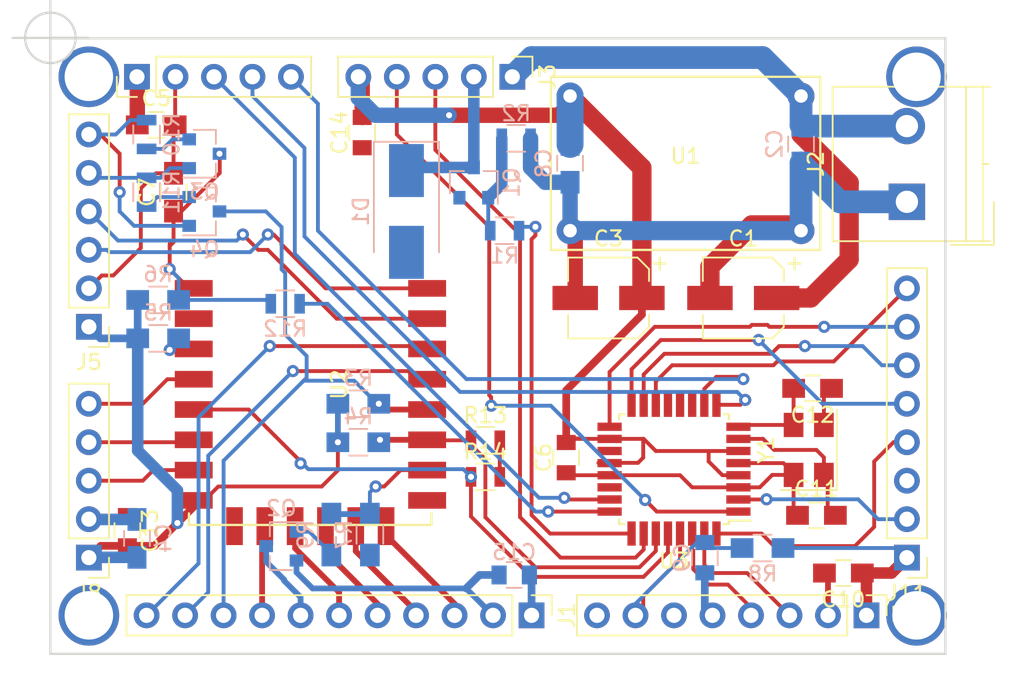
<source format=kicad_pcb>
(kicad_pcb (version 20171130) (host pcbnew "(5.0.0-rc2-109-g0e3be5776-dirty)-sonnt")

  (general
    (thickness 1.6)
    (drawings 5)
    (tracks 453)
    (zones 0)
    (modules 46)
    (nets 49)
  )

  (page A4)
  (layers
    (0 F.Cu signal)
    (31 B.Cu signal)
    (32 B.Adhes user)
    (33 F.Adhes user)
    (34 B.Paste user)
    (35 F.Paste user)
    (36 B.SilkS user)
    (37 F.SilkS user)
    (38 B.Mask user)
    (39 F.Mask user)
    (40 Dwgs.User user)
    (41 Cmts.User user)
    (42 Eco1.User user)
    (43 Eco2.User user)
    (44 Edge.Cuts user)
    (45 Margin user)
    (46 B.CrtYd user)
    (47 F.CrtYd user)
    (48 B.Fab user)
    (49 F.Fab user)
  )

  (setup
    (last_trace_width 0.254)
    (trace_clearance 0.381)
    (zone_clearance 0.508)
    (zone_45_only no)
    (trace_min 0.2)
    (segment_width 0.2)
    (edge_width 0.15)
    (via_size 0.8)
    (via_drill 0.4)
    (via_min_size 0.4)
    (via_min_drill 0.3)
    (uvia_size 0.3)
    (uvia_drill 0.1)
    (uvias_allowed no)
    (uvia_min_size 0.2)
    (uvia_min_drill 0.1)
    (pcb_text_width 0.3)
    (pcb_text_size 1.5 1.5)
    (mod_edge_width 0.15)
    (mod_text_size 1 1)
    (mod_text_width 0.15)
    (pad_size 1.524 1.524)
    (pad_drill 0.762)
    (pad_to_mask_clearance 0.2)
    (aux_axis_origin 0 0)
    (visible_elements FFFFFF7F)
    (pcbplotparams
      (layerselection 0x010fc_ffffffff)
      (usegerberextensions false)
      (usegerberattributes false)
      (usegerberadvancedattributes false)
      (creategerberjobfile false)
      (excludeedgelayer true)
      (linewidth 0.100000)
      (plotframeref false)
      (viasonmask false)
      (mode 1)
      (useauxorigin false)
      (hpglpennumber 1)
      (hpglpenspeed 20)
      (hpglpendiameter 15.000000)
      (psnegative false)
      (psa4output false)
      (plotreference true)
      (plotvalue true)
      (plotinvisibletext false)
      (padsonsilk false)
      (subtractmaskfromsilk false)
      (outputformat 1)
      (mirror false)
      (drillshape 1)
      (scaleselection 1)
      (outputdirectory ""))
  )

  (net 0 "")
  (net 1 GND)
  (net 2 +12V)
  (net 3 +3V3)
  (net 4 /Sheet5B6C3003/RESET)
  (net 5 "Net-(C9-Pad2)")
  (net 6 "Net-(C11-Pad2)")
  (net 7 "Net-(C12-Pad2)")
  (net 8 /Sheet5B6162EB/lock)
  (net 9 /Sheet5B616227/MISO)
  (net 10 /Sheet5B616227/DC)
  (net 11 /Sheet5B616227/MOSI)
  (net 12 /Sheet5B616227/CLK)
  (net 13 /Sheet5B6162EB/NO)
  (net 14 /Sheet5B6C3003/PC3)
  (net 15 /Sheet5B6C14E0/TXD)
  (net 16 /Sheet5B6C14E0/RXD)
  (net 17 /Sheet5B6C14E0/RTS)
  (net 18 /Sheet5B6C14E0/DTR)
  (net 19 /Sheet5B6C14E0/GPIO5)
  (net 20 /Sheet5B6C3003/TXD_AT)
  (net 21 /Sheet5B6C3003/RXD_AT)
  (net 22 /Sheet5B6C14E0/GPIO16)
  (net 23 /Sheet5B6C14E0/GPIO13)
  (net 24 /Sheet5B6C14E0/GPIO12)
  (net 25 /Sheet5B71ECCF/IRQ)
  (net 26 /Sheet5B6C3003/MISO)
  (net 27 /Sheet5B6C3003/MOSI)
  (net 28 /Sheet5B6C3003/SCK)
  (net 29 /Sheet5B6C3003/PB2)
  (net 30 "Net-(Q1-Pad1)")
  (net 31 "Net-(Q2-Pad1)")
  (net 32 "Net-(Q3-Pad2)")
  (net 33 /Sheet5B6C3003/PC2)
  (net 34 /Sheet5B6C3003/SDA)
  (net 35 /Sheet5B6C14E0/CH_PD)
  (net 36 /Sheet5B616227/BLK)
  (net 37 /Sheet5B6C3003/SCL)
  (net 38 /Sheet5B6C3003/PD4)
  (net 39 /Sheet5B6C3003/PD5)
  (net 40 /Sheet5B6C3003/PD6)
  (net 41 /Sheet5B6C3003/PC1)
  (net 42 /Sheet5B6C14E0/RST_ESP)
  (net 43 /Sheet5B6C14E0/GPIO10)
  (net 44 "Net-(J1-Pad7)")
  (net 45 /Sheet5B616227/CS1)
  (net 46 /Sheet5B616227/CS2)
  (net 47 "Net-(Q4-Pad2)")
  (net 48 /Sheet5B6C3003/PC0)

  (net_class Default "This is the default net class."
    (clearance 0.381)
    (trace_width 0.254)
    (via_dia 0.8)
    (via_drill 0.4)
    (uvia_dia 0.3)
    (uvia_drill 0.1)
    (add_net +12V)
    (add_net +3V3)
    (add_net /Sheet5B616227/BLK)
    (add_net /Sheet5B616227/CLK)
    (add_net /Sheet5B616227/CS1)
    (add_net /Sheet5B616227/CS2)
    (add_net /Sheet5B616227/DC)
    (add_net /Sheet5B616227/MISO)
    (add_net /Sheet5B616227/MOSI)
    (add_net /Sheet5B6162EB/NO)
    (add_net /Sheet5B6162EB/lock)
    (add_net /Sheet5B6C14E0/CH_PD)
    (add_net /Sheet5B6C14E0/DTR)
    (add_net /Sheet5B6C14E0/GPIO10)
    (add_net /Sheet5B6C14E0/GPIO12)
    (add_net /Sheet5B6C14E0/GPIO13)
    (add_net /Sheet5B6C14E0/GPIO16)
    (add_net /Sheet5B6C14E0/GPIO5)
    (add_net /Sheet5B6C14E0/RST_ESP)
    (add_net /Sheet5B6C14E0/RTS)
    (add_net /Sheet5B6C14E0/RXD)
    (add_net /Sheet5B6C14E0/TXD)
    (add_net /Sheet5B6C3003/MISO)
    (add_net /Sheet5B6C3003/MOSI)
    (add_net /Sheet5B6C3003/PB2)
    (add_net /Sheet5B6C3003/PC0)
    (add_net /Sheet5B6C3003/PC1)
    (add_net /Sheet5B6C3003/PC2)
    (add_net /Sheet5B6C3003/PC3)
    (add_net /Sheet5B6C3003/PD4)
    (add_net /Sheet5B6C3003/PD5)
    (add_net /Sheet5B6C3003/PD6)
    (add_net /Sheet5B6C3003/RESET)
    (add_net /Sheet5B6C3003/RXD_AT)
    (add_net /Sheet5B6C3003/SCK)
    (add_net /Sheet5B6C3003/SCL)
    (add_net /Sheet5B6C3003/SDA)
    (add_net /Sheet5B6C3003/TXD_AT)
    (add_net /Sheet5B71ECCF/IRQ)
    (add_net GND)
    (add_net "Net-(C11-Pad2)")
    (add_net "Net-(C12-Pad2)")
    (add_net "Net-(C9-Pad2)")
    (add_net "Net-(J1-Pad7)")
    (add_net "Net-(Q1-Pad1)")
    (add_net "Net-(Q2-Pad1)")
    (add_net "Net-(Q3-Pad2)")
    (add_net "Net-(Q4-Pad2)")
  )

  (net_class +12V ""
    (clearance 0.5)
    (trace_width 2)
    (via_dia 0.8)
    (via_drill 0.4)
    (uvia_dia 0.3)
    (uvia_drill 0.1)
  )

  (module Capacitors_SMD:CP_Elec_5x5.8 (layer F.Cu) (tedit 58AA8B00) (tstamp 5B79B847)
    (at 110.49 130.175 180)
    (descr "SMT capacitor, aluminium electrolytic, 5x5.8")
    (path /5B6162EC/5B633F38)
    (attr smd)
    (fp_text reference C1 (at 0 3.92 180) (layer F.SilkS)
      (effects (font (size 1 1) (thickness 0.15)))
    )
    (fp_text value 100u/35v (at 0 -3.92 180) (layer F.Fab)
      (effects (font (size 1 1) (thickness 0.15)))
    )
    (fp_line (start 3.95 2.76) (end -3.95 2.76) (layer F.CrtYd) (width 0.05))
    (fp_line (start 3.95 2.76) (end 3.95 -2.77) (layer F.CrtYd) (width 0.05))
    (fp_line (start -3.95 -2.77) (end -3.95 2.76) (layer F.CrtYd) (width 0.05))
    (fp_line (start -3.95 -2.77) (end 3.95 -2.77) (layer F.CrtYd) (width 0.05))
    (fp_line (start -1.91 2.67) (end 2.67 2.67) (layer F.SilkS) (width 0.12))
    (fp_line (start -2.67 1.91) (end -1.91 2.67) (layer F.SilkS) (width 0.12))
    (fp_line (start -1.91 -2.67) (end -2.67 -1.91) (layer F.SilkS) (width 0.12))
    (fp_line (start 2.67 -2.67) (end -1.91 -2.67) (layer F.SilkS) (width 0.12))
    (fp_line (start -2.67 -1.91) (end -2.67 -1.12) (layer F.SilkS) (width 0.12))
    (fp_line (start -2.67 1.91) (end -2.67 1.12) (layer F.SilkS) (width 0.12))
    (fp_line (start 2.67 -2.67) (end 2.67 -1.12) (layer F.SilkS) (width 0.12))
    (fp_line (start 2.67 2.67) (end 2.67 1.12) (layer F.SilkS) (width 0.12))
    (fp_line (start 2.51 -2.51) (end -1.84 -2.51) (layer F.Fab) (width 0.1))
    (fp_line (start -1.84 -2.51) (end -2.51 -1.84) (layer F.Fab) (width 0.1))
    (fp_line (start -2.51 -1.84) (end -2.51 1.84) (layer F.Fab) (width 0.1))
    (fp_line (start -2.51 1.84) (end -1.84 2.51) (layer F.Fab) (width 0.1))
    (fp_line (start -1.84 2.51) (end 2.51 2.51) (layer F.Fab) (width 0.1))
    (fp_line (start 2.51 2.51) (end 2.51 -2.51) (layer F.Fab) (width 0.1))
    (fp_text user %R (at 0 3.92 180) (layer F.Fab)
      (effects (font (size 1 1) (thickness 0.15)))
    )
    (fp_text user + (at -3.38 2.35 180) (layer F.SilkS)
      (effects (font (size 1 1) (thickness 0.15)))
    )
    (fp_text user + (at -1.38 -0.06 180) (layer F.Fab)
      (effects (font (size 1 1) (thickness 0.15)))
    )
    (fp_circle (center 0 0) (end 0.1 2.4) (layer F.Fab) (width 0.1))
    (pad 2 smd rect (at 2.2 0) (size 3 1.6) (layers F.Cu F.Paste F.Mask)
      (net 1 GND))
    (pad 1 smd rect (at -2.2 0) (size 3 1.6) (layers F.Cu F.Paste F.Mask)
      (net 2 +12V))
    (model Capacitors_SMD.3dshapes/CP_Elec_5x5.8.wrl
      (at (xyz 0 0 0))
      (scale (xyz 1 1 1))
      (rotate (xyz 0 0 180))
    )
  )

  (module Capacitors_SMD:C_0805_HandSoldering (layer B.Cu) (tedit 58AA84A8) (tstamp 5B79B858)
    (at 114.3 120.015 270)
    (descr "Capacitor SMD 0805, hand soldering")
    (tags "capacitor 0805")
    (path /5B6162EC/5B63429C)
    (attr smd)
    (fp_text reference C2 (at 0 1.75 270) (layer B.SilkS)
      (effects (font (size 1 1) (thickness 0.15)) (justify mirror))
    )
    (fp_text value 104 (at 0 -1.75 270) (layer B.Fab)
      (effects (font (size 1 1) (thickness 0.15)) (justify mirror))
    )
    (fp_text user %R (at 0 1.75 270) (layer B.Fab)
      (effects (font (size 1 1) (thickness 0.15)) (justify mirror))
    )
    (fp_line (start -1 -0.62) (end -1 0.62) (layer B.Fab) (width 0.1))
    (fp_line (start 1 -0.62) (end -1 -0.62) (layer B.Fab) (width 0.1))
    (fp_line (start 1 0.62) (end 1 -0.62) (layer B.Fab) (width 0.1))
    (fp_line (start -1 0.62) (end 1 0.62) (layer B.Fab) (width 0.1))
    (fp_line (start 0.5 0.85) (end -0.5 0.85) (layer B.SilkS) (width 0.12))
    (fp_line (start -0.5 -0.85) (end 0.5 -0.85) (layer B.SilkS) (width 0.12))
    (fp_line (start -2.25 0.88) (end 2.25 0.88) (layer B.CrtYd) (width 0.05))
    (fp_line (start -2.25 0.88) (end -2.25 -0.87) (layer B.CrtYd) (width 0.05))
    (fp_line (start 2.25 -0.87) (end 2.25 0.88) (layer B.CrtYd) (width 0.05))
    (fp_line (start 2.25 -0.87) (end -2.25 -0.87) (layer B.CrtYd) (width 0.05))
    (pad 1 smd rect (at -1.25 0 270) (size 1.5 1.25) (layers B.Cu B.Paste B.Mask)
      (net 2 +12V))
    (pad 2 smd rect (at 1.25 0 270) (size 1.5 1.25) (layers B.Cu B.Paste B.Mask)
      (net 1 GND))
    (model Capacitors_SMD.3dshapes/C_0805.wrl
      (at (xyz 0 0 0))
      (scale (xyz 1 1 1))
      (rotate (xyz 0 0 0))
    )
  )

  (module Capacitors_SMD:CP_Elec_5x5.8 (layer F.Cu) (tedit 58AA8B00) (tstamp 5B79B874)
    (at 101.6 130.175 180)
    (descr "SMT capacitor, aluminium electrolytic, 5x5.8")
    (path /5B6162EC/5B634915)
    (attr smd)
    (fp_text reference C3 (at 0 3.92 180) (layer F.SilkS)
      (effects (font (size 1 1) (thickness 0.15)))
    )
    (fp_text value 100u/16v (at 0 -3.92 180) (layer F.Fab)
      (effects (font (size 1 1) (thickness 0.15)))
    )
    (fp_circle (center 0 0) (end 0.1 2.4) (layer F.Fab) (width 0.1))
    (fp_text user + (at -1.38 -0.06 180) (layer F.Fab)
      (effects (font (size 1 1) (thickness 0.15)))
    )
    (fp_text user + (at -3.38 2.35 180) (layer F.SilkS)
      (effects (font (size 1 1) (thickness 0.15)))
    )
    (fp_text user %R (at 0 3.92 180) (layer F.Fab)
      (effects (font (size 1 1) (thickness 0.15)))
    )
    (fp_line (start 2.51 2.51) (end 2.51 -2.51) (layer F.Fab) (width 0.1))
    (fp_line (start -1.84 2.51) (end 2.51 2.51) (layer F.Fab) (width 0.1))
    (fp_line (start -2.51 1.84) (end -1.84 2.51) (layer F.Fab) (width 0.1))
    (fp_line (start -2.51 -1.84) (end -2.51 1.84) (layer F.Fab) (width 0.1))
    (fp_line (start -1.84 -2.51) (end -2.51 -1.84) (layer F.Fab) (width 0.1))
    (fp_line (start 2.51 -2.51) (end -1.84 -2.51) (layer F.Fab) (width 0.1))
    (fp_line (start 2.67 2.67) (end 2.67 1.12) (layer F.SilkS) (width 0.12))
    (fp_line (start 2.67 -2.67) (end 2.67 -1.12) (layer F.SilkS) (width 0.12))
    (fp_line (start -2.67 1.91) (end -2.67 1.12) (layer F.SilkS) (width 0.12))
    (fp_line (start -2.67 -1.91) (end -2.67 -1.12) (layer F.SilkS) (width 0.12))
    (fp_line (start 2.67 -2.67) (end -1.91 -2.67) (layer F.SilkS) (width 0.12))
    (fp_line (start -1.91 -2.67) (end -2.67 -1.91) (layer F.SilkS) (width 0.12))
    (fp_line (start -2.67 1.91) (end -1.91 2.67) (layer F.SilkS) (width 0.12))
    (fp_line (start -1.91 2.67) (end 2.67 2.67) (layer F.SilkS) (width 0.12))
    (fp_line (start -3.95 -2.77) (end 3.95 -2.77) (layer F.CrtYd) (width 0.05))
    (fp_line (start -3.95 -2.77) (end -3.95 2.76) (layer F.CrtYd) (width 0.05))
    (fp_line (start 3.95 2.76) (end 3.95 -2.77) (layer F.CrtYd) (width 0.05))
    (fp_line (start 3.95 2.76) (end -3.95 2.76) (layer F.CrtYd) (width 0.05))
    (pad 1 smd rect (at -2.2 0) (size 3 1.6) (layers F.Cu F.Paste F.Mask)
      (net 3 +3V3))
    (pad 2 smd rect (at 2.2 0) (size 3 1.6) (layers F.Cu F.Paste F.Mask)
      (net 1 GND))
    (model Capacitors_SMD.3dshapes/CP_Elec_5x5.8.wrl
      (at (xyz 0 0 0))
      (scale (xyz 1 1 1))
      (rotate (xyz 0 0 180))
    )
  )

  (module Capacitors_SMD:C_0805_HandSoldering (layer B.Cu) (tedit 58AA84A8) (tstamp 5B79B885)
    (at 70.485 146.05 90)
    (descr "Capacitor SMD 0805, hand soldering")
    (tags "capacitor 0805")
    (path /5B6162EC/5B6349A5)
    (attr smd)
    (fp_text reference C4 (at 0 1.75 90) (layer B.SilkS)
      (effects (font (size 1 1) (thickness 0.15)) (justify mirror))
    )
    (fp_text value 104 (at 0 -1.75 90) (layer B.Fab)
      (effects (font (size 1 1) (thickness 0.15)) (justify mirror))
    )
    (fp_line (start 2.25 -0.87) (end -2.25 -0.87) (layer B.CrtYd) (width 0.05))
    (fp_line (start 2.25 -0.87) (end 2.25 0.88) (layer B.CrtYd) (width 0.05))
    (fp_line (start -2.25 0.88) (end -2.25 -0.87) (layer B.CrtYd) (width 0.05))
    (fp_line (start -2.25 0.88) (end 2.25 0.88) (layer B.CrtYd) (width 0.05))
    (fp_line (start -0.5 -0.85) (end 0.5 -0.85) (layer B.SilkS) (width 0.12))
    (fp_line (start 0.5 0.85) (end -0.5 0.85) (layer B.SilkS) (width 0.12))
    (fp_line (start -1 0.62) (end 1 0.62) (layer B.Fab) (width 0.1))
    (fp_line (start 1 0.62) (end 1 -0.62) (layer B.Fab) (width 0.1))
    (fp_line (start 1 -0.62) (end -1 -0.62) (layer B.Fab) (width 0.1))
    (fp_line (start -1 -0.62) (end -1 0.62) (layer B.Fab) (width 0.1))
    (fp_text user %R (at 0 1.75 90) (layer B.Fab)
      (effects (font (size 1 1) (thickness 0.15)) (justify mirror))
    )
    (pad 2 smd rect (at 1.25 0 90) (size 1.5 1.25) (layers B.Cu B.Paste B.Mask)
      (net 1 GND))
    (pad 1 smd rect (at -1.25 0 90) (size 1.5 1.25) (layers B.Cu B.Paste B.Mask)
      (net 3 +3V3))
    (model Capacitors_SMD.3dshapes/C_0805.wrl
      (at (xyz 0 0 0))
      (scale (xyz 1 1 1))
      (rotate (xyz 0 0 0))
    )
  )

  (module Capacitors_SMD:C_0805_HandSoldering (layer F.Cu) (tedit 58AA84A8) (tstamp 5B79B896)
    (at 71.755 118.745)
    (descr "Capacitor SMD 0805, hand soldering")
    (tags "capacitor 0805")
    (path /5B629A42/5B628D63)
    (attr smd)
    (fp_text reference C5 (at 0 -1.75) (layer F.SilkS)
      (effects (font (size 1 1) (thickness 0.15)))
    )
    (fp_text value C_Small (at 0 1.75) (layer F.Fab)
      (effects (font (size 1 1) (thickness 0.15)))
    )
    (fp_line (start 2.25 0.87) (end -2.25 0.87) (layer F.CrtYd) (width 0.05))
    (fp_line (start 2.25 0.87) (end 2.25 -0.88) (layer F.CrtYd) (width 0.05))
    (fp_line (start -2.25 -0.88) (end -2.25 0.87) (layer F.CrtYd) (width 0.05))
    (fp_line (start -2.25 -0.88) (end 2.25 -0.88) (layer F.CrtYd) (width 0.05))
    (fp_line (start -0.5 0.85) (end 0.5 0.85) (layer F.SilkS) (width 0.12))
    (fp_line (start 0.5 -0.85) (end -0.5 -0.85) (layer F.SilkS) (width 0.12))
    (fp_line (start -1 -0.62) (end 1 -0.62) (layer F.Fab) (width 0.1))
    (fp_line (start 1 -0.62) (end 1 0.62) (layer F.Fab) (width 0.1))
    (fp_line (start 1 0.62) (end -1 0.62) (layer F.Fab) (width 0.1))
    (fp_line (start -1 0.62) (end -1 -0.62) (layer F.Fab) (width 0.1))
    (fp_text user %R (at 0 -1.75) (layer F.Fab)
      (effects (font (size 1 1) (thickness 0.15)))
    )
    (pad 2 smd rect (at 1.25 0) (size 1.5 1.25) (layers F.Cu F.Paste F.Mask)
      (net 1 GND))
    (pad 1 smd rect (at -1.25 0) (size 1.5 1.25) (layers F.Cu F.Paste F.Mask)
      (net 3 +3V3))
    (model Capacitors_SMD.3dshapes/C_0805.wrl
      (at (xyz 0 0 0))
      (scale (xyz 1 1 1))
      (rotate (xyz 0 0 0))
    )
  )

  (module Capacitors_SMD:C_0805 (layer F.Cu) (tedit 58AA8463) (tstamp 5B79B8A7)
    (at 98.806 140.716 90)
    (descr "Capacitor SMD 0805, reflow soldering, AVX (see smccp.pdf)")
    (tags "capacitor 0805")
    (path /5B6C14E1/5B6C7440)
    (attr smd)
    (fp_text reference C6 (at 0 -1.5 90) (layer F.SilkS)
      (effects (font (size 1 1) (thickness 0.15)))
    )
    (fp_text value 104 (at 0 1.75 90) (layer F.Fab)
      (effects (font (size 1 1) (thickness 0.15)))
    )
    (fp_line (start 1.75 0.87) (end -1.75 0.87) (layer F.CrtYd) (width 0.05))
    (fp_line (start 1.75 0.87) (end 1.75 -0.88) (layer F.CrtYd) (width 0.05))
    (fp_line (start -1.75 -0.88) (end -1.75 0.87) (layer F.CrtYd) (width 0.05))
    (fp_line (start -1.75 -0.88) (end 1.75 -0.88) (layer F.CrtYd) (width 0.05))
    (fp_line (start -0.5 0.85) (end 0.5 0.85) (layer F.SilkS) (width 0.12))
    (fp_line (start 0.5 -0.85) (end -0.5 -0.85) (layer F.SilkS) (width 0.12))
    (fp_line (start -1 -0.62) (end 1 -0.62) (layer F.Fab) (width 0.1))
    (fp_line (start 1 -0.62) (end 1 0.62) (layer F.Fab) (width 0.1))
    (fp_line (start 1 0.62) (end -1 0.62) (layer F.Fab) (width 0.1))
    (fp_line (start -1 0.62) (end -1 -0.62) (layer F.Fab) (width 0.1))
    (fp_text user %R (at 0 -1.5 90) (layer F.Fab)
      (effects (font (size 1 1) (thickness 0.15)))
    )
    (pad 2 smd rect (at 1 0 90) (size 1 1.25) (layers F.Cu F.Paste F.Mask)
      (net 3 +3V3))
    (pad 1 smd rect (at -1 0 90) (size 1 1.25) (layers F.Cu F.Paste F.Mask)
      (net 1 GND))
    (model Capacitors_SMD.3dshapes/C_0805.wrl
      (at (xyz 0 0 0))
      (scale (xyz 1 1 1))
      (rotate (xyz 0 0 0))
    )
  )

  (module Capacitors_SMD:C_0805_HandSoldering (layer F.Cu) (tedit 58AA84A8) (tstamp 5B79B8B8)
    (at 72.898 123.19 90)
    (descr "Capacitor SMD 0805, hand soldering")
    (tags "capacitor 0805")
    (path /5B6C14E1/5B620CF1)
    (attr smd)
    (fp_text reference C7 (at 0 -1.75 90) (layer F.SilkS)
      (effects (font (size 1 1) (thickness 0.15)))
    )
    (fp_text value 103 (at 0 1.75 90) (layer F.Fab)
      (effects (font (size 1 1) (thickness 0.15)))
    )
    (fp_text user %R (at 0 -1.75 90) (layer F.Fab)
      (effects (font (size 1 1) (thickness 0.15)))
    )
    (fp_line (start -1 0.62) (end -1 -0.62) (layer F.Fab) (width 0.1))
    (fp_line (start 1 0.62) (end -1 0.62) (layer F.Fab) (width 0.1))
    (fp_line (start 1 -0.62) (end 1 0.62) (layer F.Fab) (width 0.1))
    (fp_line (start -1 -0.62) (end 1 -0.62) (layer F.Fab) (width 0.1))
    (fp_line (start 0.5 -0.85) (end -0.5 -0.85) (layer F.SilkS) (width 0.12))
    (fp_line (start -0.5 0.85) (end 0.5 0.85) (layer F.SilkS) (width 0.12))
    (fp_line (start -2.25 -0.88) (end 2.25 -0.88) (layer F.CrtYd) (width 0.05))
    (fp_line (start -2.25 -0.88) (end -2.25 0.87) (layer F.CrtYd) (width 0.05))
    (fp_line (start 2.25 0.87) (end 2.25 -0.88) (layer F.CrtYd) (width 0.05))
    (fp_line (start 2.25 0.87) (end -2.25 0.87) (layer F.CrtYd) (width 0.05))
    (pad 1 smd rect (at -1.25 0 90) (size 1.5 1.25) (layers F.Cu F.Paste F.Mask)
      (net 42 /Sheet5B6C14E0/RST_ESP))
    (pad 2 smd rect (at 1.25 0 90) (size 1.5 1.25) (layers F.Cu F.Paste F.Mask)
      (net 1 GND))
    (model Capacitors_SMD.3dshapes/C_0805.wrl
      (at (xyz 0 0 0))
      (scale (xyz 1 1 1))
      (rotate (xyz 0 0 0))
    )
  )

  (module Capacitors_SMD:C_0805_HandSoldering (layer B.Cu) (tedit 58AA84A8) (tstamp 5B79B8C9)
    (at 99.06 121.285 270)
    (descr "Capacitor SMD 0805, hand soldering")
    (tags "capacitor 0805")
    (path /5B6C14E1/5B618730)
    (attr smd)
    (fp_text reference C8 (at 0 1.75 270) (layer B.SilkS)
      (effects (font (size 1 1) (thickness 0.15)) (justify mirror))
    )
    (fp_text value 105 (at 0 -1.75 270) (layer B.Fab)
      (effects (font (size 1 1) (thickness 0.15)) (justify mirror))
    )
    (fp_text user %R (at 0 1.75 270) (layer B.Fab)
      (effects (font (size 1 1) (thickness 0.15)) (justify mirror))
    )
    (fp_line (start -1 -0.62) (end -1 0.62) (layer B.Fab) (width 0.1))
    (fp_line (start 1 -0.62) (end -1 -0.62) (layer B.Fab) (width 0.1))
    (fp_line (start 1 0.62) (end 1 -0.62) (layer B.Fab) (width 0.1))
    (fp_line (start -1 0.62) (end 1 0.62) (layer B.Fab) (width 0.1))
    (fp_line (start 0.5 0.85) (end -0.5 0.85) (layer B.SilkS) (width 0.12))
    (fp_line (start -0.5 -0.85) (end 0.5 -0.85) (layer B.SilkS) (width 0.12))
    (fp_line (start -2.25 0.88) (end 2.25 0.88) (layer B.CrtYd) (width 0.05))
    (fp_line (start -2.25 0.88) (end -2.25 -0.87) (layer B.CrtYd) (width 0.05))
    (fp_line (start 2.25 -0.87) (end 2.25 0.88) (layer B.CrtYd) (width 0.05))
    (fp_line (start 2.25 -0.87) (end -2.25 -0.87) (layer B.CrtYd) (width 0.05))
    (pad 1 smd rect (at -1.25 0 270) (size 1.5 1.25) (layers B.Cu B.Paste B.Mask)
      (net 3 +3V3))
    (pad 2 smd rect (at 1.25 0 270) (size 1.5 1.25) (layers B.Cu B.Paste B.Mask)
      (net 1 GND))
    (model Capacitors_SMD.3dshapes/C_0805.wrl
      (at (xyz 0 0 0))
      (scale (xyz 1 1 1))
      (rotate (xyz 0 0 0))
    )
  )

  (module Capacitors_SMD:C_0805 (layer B.Cu) (tedit 58AA8463) (tstamp 5B79B8DA)
    (at 107.95 147.32 270)
    (descr "Capacitor SMD 0805, reflow soldering, AVX (see smccp.pdf)")
    (tags "capacitor 0805")
    (path /5B6C3004/5B6DC171)
    (attr smd)
    (fp_text reference C9 (at 0 1.5 270) (layer B.SilkS)
      (effects (font (size 1 1) (thickness 0.15)) (justify mirror))
    )
    (fp_text value 104 (at 0 -1.75 270) (layer B.Fab)
      (effects (font (size 1 1) (thickness 0.15)) (justify mirror))
    )
    (fp_text user %R (at 0 1.5 270) (layer B.Fab)
      (effects (font (size 1 1) (thickness 0.15)) (justify mirror))
    )
    (fp_line (start -1 -0.62) (end -1 0.62) (layer B.Fab) (width 0.1))
    (fp_line (start 1 -0.62) (end -1 -0.62) (layer B.Fab) (width 0.1))
    (fp_line (start 1 0.62) (end 1 -0.62) (layer B.Fab) (width 0.1))
    (fp_line (start -1 0.62) (end 1 0.62) (layer B.Fab) (width 0.1))
    (fp_line (start 0.5 0.85) (end -0.5 0.85) (layer B.SilkS) (width 0.12))
    (fp_line (start -0.5 -0.85) (end 0.5 -0.85) (layer B.SilkS) (width 0.12))
    (fp_line (start -1.75 0.88) (end 1.75 0.88) (layer B.CrtYd) (width 0.05))
    (fp_line (start -1.75 0.88) (end -1.75 -0.87) (layer B.CrtYd) (width 0.05))
    (fp_line (start 1.75 -0.87) (end 1.75 0.88) (layer B.CrtYd) (width 0.05))
    (fp_line (start 1.75 -0.87) (end -1.75 -0.87) (layer B.CrtYd) (width 0.05))
    (pad 1 smd rect (at -1 0 270) (size 1 1.25) (layers B.Cu B.Paste B.Mask)
      (net 4 /Sheet5B6C3003/RESET))
    (pad 2 smd rect (at 1 0 270) (size 1 1.25) (layers B.Cu B.Paste B.Mask)
      (net 5 "Net-(C9-Pad2)"))
    (model Capacitors_SMD.3dshapes/C_0805.wrl
      (at (xyz 0 0 0))
      (scale (xyz 1 1 1))
      (rotate (xyz 0 0 0))
    )
  )

  (module Capacitors_SMD:C_0805_HandSoldering (layer F.Cu) (tedit 58AA84A8) (tstamp 5B79B8EB)
    (at 115.316 144.526)
    (descr "Capacitor SMD 0805, hand soldering")
    (tags "capacitor 0805")
    (path /5B6C3004/5B6CD364)
    (attr smd)
    (fp_text reference C11 (at 0 -1.75) (layer F.SilkS)
      (effects (font (size 1 1) (thickness 0.15)))
    )
    (fp_text value 20pF (at 0 1.75) (layer F.Fab)
      (effects (font (size 1 1) (thickness 0.15)))
    )
    (fp_line (start 2.25 0.87) (end -2.25 0.87) (layer F.CrtYd) (width 0.05))
    (fp_line (start 2.25 0.87) (end 2.25 -0.88) (layer F.CrtYd) (width 0.05))
    (fp_line (start -2.25 -0.88) (end -2.25 0.87) (layer F.CrtYd) (width 0.05))
    (fp_line (start -2.25 -0.88) (end 2.25 -0.88) (layer F.CrtYd) (width 0.05))
    (fp_line (start -0.5 0.85) (end 0.5 0.85) (layer F.SilkS) (width 0.12))
    (fp_line (start 0.5 -0.85) (end -0.5 -0.85) (layer F.SilkS) (width 0.12))
    (fp_line (start -1 -0.62) (end 1 -0.62) (layer F.Fab) (width 0.1))
    (fp_line (start 1 -0.62) (end 1 0.62) (layer F.Fab) (width 0.1))
    (fp_line (start 1 0.62) (end -1 0.62) (layer F.Fab) (width 0.1))
    (fp_line (start -1 0.62) (end -1 -0.62) (layer F.Fab) (width 0.1))
    (fp_text user %R (at 0 -1.75) (layer F.Fab)
      (effects (font (size 1 1) (thickness 0.15)))
    )
    (pad 2 smd rect (at 1.25 0) (size 1.5 1.25) (layers F.Cu F.Paste F.Mask)
      (net 6 "Net-(C11-Pad2)"))
    (pad 1 smd rect (at -1.25 0) (size 1.5 1.25) (layers F.Cu F.Paste F.Mask)
      (net 1 GND))
    (model Capacitors_SMD.3dshapes/C_0805.wrl
      (at (xyz 0 0 0))
      (scale (xyz 1 1 1))
      (rotate (xyz 0 0 0))
    )
  )

  (module Capacitors_SMD:C_0805_HandSoldering (layer F.Cu) (tedit 58AA84A8) (tstamp 5B79B8FC)
    (at 115.062 136.144 180)
    (descr "Capacitor SMD 0805, hand soldering")
    (tags "capacitor 0805")
    (path /5B6C3004/5B6CD756)
    (attr smd)
    (fp_text reference C12 (at 0 -1.75 180) (layer F.SilkS)
      (effects (font (size 1 1) (thickness 0.15)))
    )
    (fp_text value 20pF (at 0 1.75 180) (layer F.Fab)
      (effects (font (size 1 1) (thickness 0.15)))
    )
    (fp_text user %R (at 0 -1.75 180) (layer F.Fab)
      (effects (font (size 1 1) (thickness 0.15)))
    )
    (fp_line (start -1 0.62) (end -1 -0.62) (layer F.Fab) (width 0.1))
    (fp_line (start 1 0.62) (end -1 0.62) (layer F.Fab) (width 0.1))
    (fp_line (start 1 -0.62) (end 1 0.62) (layer F.Fab) (width 0.1))
    (fp_line (start -1 -0.62) (end 1 -0.62) (layer F.Fab) (width 0.1))
    (fp_line (start 0.5 -0.85) (end -0.5 -0.85) (layer F.SilkS) (width 0.12))
    (fp_line (start -0.5 0.85) (end 0.5 0.85) (layer F.SilkS) (width 0.12))
    (fp_line (start -2.25 -0.88) (end 2.25 -0.88) (layer F.CrtYd) (width 0.05))
    (fp_line (start -2.25 -0.88) (end -2.25 0.87) (layer F.CrtYd) (width 0.05))
    (fp_line (start 2.25 0.87) (end 2.25 -0.88) (layer F.CrtYd) (width 0.05))
    (fp_line (start 2.25 0.87) (end -2.25 0.87) (layer F.CrtYd) (width 0.05))
    (pad 1 smd rect (at -1.25 0 180) (size 1.5 1.25) (layers F.Cu F.Paste F.Mask)
      (net 1 GND))
    (pad 2 smd rect (at 1.25 0 180) (size 1.5 1.25) (layers F.Cu F.Paste F.Mask)
      (net 7 "Net-(C12-Pad2)"))
    (model Capacitors_SMD.3dshapes/C_0805.wrl
      (at (xyz 0 0 0))
      (scale (xyz 1 1 1))
      (rotate (xyz 0 0 0))
    )
  )

  (module Capacitors_SMD:C_0805 (layer F.Cu) (tedit 58AA8463) (tstamp 5B79B90D)
    (at 69.85 145.542 270)
    (descr "Capacitor SMD 0805, reflow soldering, AVX (see smccp.pdf)")
    (tags "capacitor 0805")
    (path /5B71E55D/5B6EF154)
    (attr smd)
    (fp_text reference C13 (at 0 -1.5 270) (layer F.SilkS)
      (effects (font (size 1 1) (thickness 0.15)))
    )
    (fp_text value 104 (at 0 1.75 270) (layer F.Fab)
      (effects (font (size 1 1) (thickness 0.15)))
    )
    (fp_text user %R (at 0 -1.5 270) (layer F.Fab)
      (effects (font (size 1 1) (thickness 0.15)))
    )
    (fp_line (start -1 0.62) (end -1 -0.62) (layer F.Fab) (width 0.1))
    (fp_line (start 1 0.62) (end -1 0.62) (layer F.Fab) (width 0.1))
    (fp_line (start 1 -0.62) (end 1 0.62) (layer F.Fab) (width 0.1))
    (fp_line (start -1 -0.62) (end 1 -0.62) (layer F.Fab) (width 0.1))
    (fp_line (start 0.5 -0.85) (end -0.5 -0.85) (layer F.SilkS) (width 0.12))
    (fp_line (start -0.5 0.85) (end 0.5 0.85) (layer F.SilkS) (width 0.12))
    (fp_line (start -1.75 -0.88) (end 1.75 -0.88) (layer F.CrtYd) (width 0.05))
    (fp_line (start -1.75 -0.88) (end -1.75 0.87) (layer F.CrtYd) (width 0.05))
    (fp_line (start 1.75 0.87) (end 1.75 -0.88) (layer F.CrtYd) (width 0.05))
    (fp_line (start 1.75 0.87) (end -1.75 0.87) (layer F.CrtYd) (width 0.05))
    (pad 1 smd rect (at -1 0 270) (size 1 1.25) (layers F.Cu F.Paste F.Mask)
      (net 1 GND))
    (pad 2 smd rect (at 1 0 270) (size 1 1.25) (layers F.Cu F.Paste F.Mask)
      (net 3 +3V3))
    (model Capacitors_SMD.3dshapes/C_0805.wrl
      (at (xyz 0 0 0))
      (scale (xyz 1 1 1))
      (rotate (xyz 0 0 0))
    )
  )

  (module Diodes_SMD:D_SMB_Handsoldering (layer B.Cu) (tedit 590B3D55) (tstamp 5B79B936)
    (at 88.265 124.46 270)
    (descr "Diode SMB (DO-214AA) Handsoldering")
    (tags "Diode SMB (DO-214AA) Handsoldering")
    (path /5B6162EC/5B631428)
    (attr smd)
    (fp_text reference D1 (at 0 3 270) (layer B.SilkS)
      (effects (font (size 1 1) (thickness 0.15)) (justify mirror))
    )
    (fp_text value D_Schottky (at 0 -3 270) (layer B.Fab)
      (effects (font (size 1 1) (thickness 0.15)) (justify mirror))
    )
    (fp_text user %R (at 0 3 270) (layer B.Fab)
      (effects (font (size 1 1) (thickness 0.15)) (justify mirror))
    )
    (fp_line (start -4.6 2.15) (end -4.6 -2.15) (layer B.SilkS) (width 0.12))
    (fp_line (start 2.3 -2) (end -2.3 -2) (layer B.Fab) (width 0.1))
    (fp_line (start -2.3 -2) (end -2.3 2) (layer B.Fab) (width 0.1))
    (fp_line (start 2.3 2) (end 2.3 -2) (layer B.Fab) (width 0.1))
    (fp_line (start 2.3 2) (end -2.3 2) (layer B.Fab) (width 0.1))
    (fp_line (start -4.7 2.25) (end 4.7 2.25) (layer B.CrtYd) (width 0.05))
    (fp_line (start 4.7 2.25) (end 4.7 -2.25) (layer B.CrtYd) (width 0.05))
    (fp_line (start 4.7 -2.25) (end -4.7 -2.25) (layer B.CrtYd) (width 0.05))
    (fp_line (start -4.7 -2.25) (end -4.7 2.25) (layer B.CrtYd) (width 0.05))
    (fp_line (start -0.64944 -0.00102) (end -1.55114 -0.00102) (layer B.Fab) (width 0.1))
    (fp_line (start 0.50118 -0.00102) (end 1.4994 -0.00102) (layer B.Fab) (width 0.1))
    (fp_line (start -0.64944 0.79908) (end -0.64944 -0.80112) (layer B.Fab) (width 0.1))
    (fp_line (start 0.50118 -0.75032) (end 0.50118 0.79908) (layer B.Fab) (width 0.1))
    (fp_line (start -0.64944 -0.00102) (end 0.50118 -0.75032) (layer B.Fab) (width 0.1))
    (fp_line (start -0.64944 -0.00102) (end 0.50118 0.79908) (layer B.Fab) (width 0.1))
    (fp_line (start -4.6 -2.15) (end 2.7 -2.15) (layer B.SilkS) (width 0.12))
    (fp_line (start -4.6 2.15) (end 2.7 2.15) (layer B.SilkS) (width 0.12))
    (pad 1 smd rect (at -2.7 0 270) (size 3.5 2.3) (layers B.Cu B.Paste B.Mask)
      (net 8 /Sheet5B6162EB/lock))
    (pad 2 smd rect (at 2.7 0 270) (size 3.5 2.3) (layers B.Cu B.Paste B.Mask)
      (net 1 GND))
    (model ${KISYS3DMOD}/Diodes_SMD.3dshapes/D_SMB.wrl
      (at (xyz 0 0 0))
      (scale (xyz 1 1 1))
      (rotate (xyz 0 0 0))
    )
  )

  (module Pin_Headers:Pin_Header_Straight_1x05_Pitch2.54mm (layer F.Cu) (tedit 59650532) (tstamp 5B79B96B)
    (at 95.25 115.57 270)
    (descr "Through hole straight pin header, 1x05, 2.54mm pitch, single row")
    (tags "Through hole pin header THT 1x05 2.54mm single row")
    (path /5B6162EC/5B6875E8)
    (fp_text reference J3 (at 0 -2.33 270) (layer F.SilkS)
      (effects (font (size 1 1) (thickness 0.15)))
    )
    (fp_text value "sensor clock" (at 0 12.49 270) (layer F.Fab)
      (effects (font (size 1 1) (thickness 0.15)))
    )
    (fp_text user %R (at 0 5.08) (layer F.Fab)
      (effects (font (size 1 1) (thickness 0.15)))
    )
    (fp_line (start 1.8 -1.8) (end -1.8 -1.8) (layer F.CrtYd) (width 0.05))
    (fp_line (start 1.8 11.95) (end 1.8 -1.8) (layer F.CrtYd) (width 0.05))
    (fp_line (start -1.8 11.95) (end 1.8 11.95) (layer F.CrtYd) (width 0.05))
    (fp_line (start -1.8 -1.8) (end -1.8 11.95) (layer F.CrtYd) (width 0.05))
    (fp_line (start -1.33 -1.33) (end 0 -1.33) (layer F.SilkS) (width 0.12))
    (fp_line (start -1.33 0) (end -1.33 -1.33) (layer F.SilkS) (width 0.12))
    (fp_line (start -1.33 1.27) (end 1.33 1.27) (layer F.SilkS) (width 0.12))
    (fp_line (start 1.33 1.27) (end 1.33 11.49) (layer F.SilkS) (width 0.12))
    (fp_line (start -1.33 1.27) (end -1.33 11.49) (layer F.SilkS) (width 0.12))
    (fp_line (start -1.33 11.49) (end 1.33 11.49) (layer F.SilkS) (width 0.12))
    (fp_line (start -1.27 -0.635) (end -0.635 -1.27) (layer F.Fab) (width 0.1))
    (fp_line (start -1.27 11.43) (end -1.27 -0.635) (layer F.Fab) (width 0.1))
    (fp_line (start 1.27 11.43) (end -1.27 11.43) (layer F.Fab) (width 0.1))
    (fp_line (start 1.27 -1.27) (end 1.27 11.43) (layer F.Fab) (width 0.1))
    (fp_line (start -0.635 -1.27) (end 1.27 -1.27) (layer F.Fab) (width 0.1))
    (pad 5 thru_hole oval (at 0 10.16 270) (size 1.7 1.7) (drill 1) (layers *.Cu *.Mask)
      (net 3 +3V3))
    (pad 4 thru_hole oval (at 0 7.62 270) (size 1.7 1.7) (drill 1) (layers *.Cu *.Mask)
      (net 13 /Sheet5B6162EB/NO))
    (pad 3 thru_hole oval (at 0 5.08 270) (size 1.7 1.7) (drill 1) (layers *.Cu *.Mask)
      (net 14 /Sheet5B6C3003/PC3))
    (pad 2 thru_hole oval (at 0 2.54 270) (size 1.7 1.7) (drill 1) (layers *.Cu *.Mask)
      (net 8 /Sheet5B6162EB/lock))
    (pad 1 thru_hole rect (at 0 0 270) (size 1.7 1.7) (drill 1) (layers *.Cu *.Mask)
      (net 2 +12V))
    (model ${KISYS3DMOD}/Pin_Headers.3dshapes/Pin_Header_Straight_1x05_Pitch2.54mm.wrl
      (at (xyz 0 0 0))
      (scale (xyz 1 1 1))
      (rotate (xyz 0 0 0))
    )
  )

  (module Pin_Headers:Pin_Header_Straight_1x06_Pitch2.54mm (layer F.Cu) (tedit 59650532) (tstamp 5B79B985)
    (at 67.31 132.08 180)
    (descr "Through hole straight pin header, 1x06, 2.54mm pitch, single row")
    (tags "Through hole pin header THT 1x06 2.54mm single row")
    (path /5B6C14E1/5B755821)
    (fp_text reference J5 (at 0 -2.33 180) (layer F.SilkS)
      (effects (font (size 1 1) (thickness 0.15)))
    )
    (fp_text value Conn_01x06 (at 0 15.03 180) (layer F.Fab)
      (effects (font (size 1 1) (thickness 0.15)))
    )
    (fp_line (start -0.635 -1.27) (end 1.27 -1.27) (layer F.Fab) (width 0.1))
    (fp_line (start 1.27 -1.27) (end 1.27 13.97) (layer F.Fab) (width 0.1))
    (fp_line (start 1.27 13.97) (end -1.27 13.97) (layer F.Fab) (width 0.1))
    (fp_line (start -1.27 13.97) (end -1.27 -0.635) (layer F.Fab) (width 0.1))
    (fp_line (start -1.27 -0.635) (end -0.635 -1.27) (layer F.Fab) (width 0.1))
    (fp_line (start -1.33 14.03) (end 1.33 14.03) (layer F.SilkS) (width 0.12))
    (fp_line (start -1.33 1.27) (end -1.33 14.03) (layer F.SilkS) (width 0.12))
    (fp_line (start 1.33 1.27) (end 1.33 14.03) (layer F.SilkS) (width 0.12))
    (fp_line (start -1.33 1.27) (end 1.33 1.27) (layer F.SilkS) (width 0.12))
    (fp_line (start -1.33 0) (end -1.33 -1.33) (layer F.SilkS) (width 0.12))
    (fp_line (start -1.33 -1.33) (end 0 -1.33) (layer F.SilkS) (width 0.12))
    (fp_line (start -1.8 -1.8) (end -1.8 14.5) (layer F.CrtYd) (width 0.05))
    (fp_line (start -1.8 14.5) (end 1.8 14.5) (layer F.CrtYd) (width 0.05))
    (fp_line (start 1.8 14.5) (end 1.8 -1.8) (layer F.CrtYd) (width 0.05))
    (fp_line (start 1.8 -1.8) (end -1.8 -1.8) (layer F.CrtYd) (width 0.05))
    (fp_text user %R (at 0 6.35 270) (layer F.Fab)
      (effects (font (size 1 1) (thickness 0.15)))
    )
    (pad 1 thru_hole rect (at 0 0 180) (size 1.7 1.7) (drill 1) (layers *.Cu *.Mask)
      (net 3 +3V3))
    (pad 2 thru_hole oval (at 0 2.54 180) (size 1.7 1.7) (drill 1) (layers *.Cu *.Mask)
      (net 1 GND))
    (pad 3 thru_hole oval (at 0 5.08 180) (size 1.7 1.7) (drill 1) (layers *.Cu *.Mask)
      (net 15 /Sheet5B6C14E0/TXD))
    (pad 4 thru_hole oval (at 0 7.62 180) (size 1.7 1.7) (drill 1) (layers *.Cu *.Mask)
      (net 16 /Sheet5B6C14E0/RXD))
    (pad 5 thru_hole oval (at 0 10.16 180) (size 1.7 1.7) (drill 1) (layers *.Cu *.Mask)
      (net 17 /Sheet5B6C14E0/RTS))
    (pad 6 thru_hole oval (at 0 12.7 180) (size 1.7 1.7) (drill 1) (layers *.Cu *.Mask)
      (net 18 /Sheet5B6C14E0/DTR))
    (model ${KISYS3DMOD}/Pin_Headers.3dshapes/Pin_Header_Straight_1x06_Pitch2.54mm.wrl
      (at (xyz 0 0 0))
      (scale (xyz 1 1 1))
      (rotate (xyz 0 0 0))
    )
  )

  (module Pin_Headers:Pin_Header_Straight_1x05_Pitch2.54mm (layer F.Cu) (tedit 59650532) (tstamp 5B79B9D0)
    (at 67.31 147.32 180)
    (descr "Through hole straight pin header, 1x05, 2.54mm pitch, single row")
    (tags "Through hole pin header THT 1x05 2.54mm single row")
    (path /5B71E55D/5B6EED46)
    (fp_text reference J8 (at 0 -2.33 180) (layer F.SilkS)
      (effects (font (size 1 1) (thickness 0.15)))
    )
    (fp_text value connector-ESP (at 0 12.49 180) (layer F.Fab)
      (effects (font (size 1 1) (thickness 0.15)))
    )
    (fp_text user %R (at 0 5.08 270) (layer F.Fab)
      (effects (font (size 1 1) (thickness 0.15)))
    )
    (fp_line (start 1.8 -1.8) (end -1.8 -1.8) (layer F.CrtYd) (width 0.05))
    (fp_line (start 1.8 11.95) (end 1.8 -1.8) (layer F.CrtYd) (width 0.05))
    (fp_line (start -1.8 11.95) (end 1.8 11.95) (layer F.CrtYd) (width 0.05))
    (fp_line (start -1.8 -1.8) (end -1.8 11.95) (layer F.CrtYd) (width 0.05))
    (fp_line (start -1.33 -1.33) (end 0 -1.33) (layer F.SilkS) (width 0.12))
    (fp_line (start -1.33 0) (end -1.33 -1.33) (layer F.SilkS) (width 0.12))
    (fp_line (start -1.33 1.27) (end 1.33 1.27) (layer F.SilkS) (width 0.12))
    (fp_line (start 1.33 1.27) (end 1.33 11.49) (layer F.SilkS) (width 0.12))
    (fp_line (start -1.33 1.27) (end -1.33 11.49) (layer F.SilkS) (width 0.12))
    (fp_line (start -1.33 11.49) (end 1.33 11.49) (layer F.SilkS) (width 0.12))
    (fp_line (start -1.27 -0.635) (end -0.635 -1.27) (layer F.Fab) (width 0.1))
    (fp_line (start -1.27 11.43) (end -1.27 -0.635) (layer F.Fab) (width 0.1))
    (fp_line (start 1.27 11.43) (end -1.27 11.43) (layer F.Fab) (width 0.1))
    (fp_line (start 1.27 -1.27) (end 1.27 11.43) (layer F.Fab) (width 0.1))
    (fp_line (start -0.635 -1.27) (end 1.27 -1.27) (layer F.Fab) (width 0.1))
    (pad 5 thru_hole oval (at 0 10.16 180) (size 1.7 1.7) (drill 1) (layers *.Cu *.Mask)
      (net 22 /Sheet5B6C14E0/GPIO16))
    (pad 4 thru_hole oval (at 0 7.62 180) (size 1.7 1.7) (drill 1) (layers *.Cu *.Mask)
      (net 24 /Sheet5B6C14E0/GPIO12))
    (pad 3 thru_hole oval (at 0 5.08 180) (size 1.7 1.7) (drill 1) (layers *.Cu *.Mask)
      (net 23 /Sheet5B6C14E0/GPIO13))
    (pad 2 thru_hole oval (at 0 2.54 180) (size 1.7 1.7) (drill 1) (layers *.Cu *.Mask)
      (net 1 GND))
    (pad 1 thru_hole rect (at 0 0 180) (size 1.7 1.7) (drill 1) (layers *.Cu *.Mask)
      (net 3 +3V3))
    (model ${KISYS3DMOD}/Pin_Headers.3dshapes/Pin_Header_Straight_1x05_Pitch2.54mm.wrl
      (at (xyz 0 0 0))
      (scale (xyz 1 1 1))
      (rotate (xyz 0 0 0))
    )
  )

  (module Pin_Headers:Pin_Header_Straight_1x08_Pitch2.54mm (layer F.Cu) (tedit 59650532) (tstamp 5B79B9EC)
    (at 121.285 147.32 180)
    (descr "Through hole straight pin header, 1x08, 2.54mm pitch, single row")
    (tags "Through hole pin header THT 1x08 2.54mm single row")
    (path /5B71ECD0/5B71F223)
    (fp_text reference J11 (at 0 -2.33 180) (layer F.SilkS)
      (effects (font (size 1 1) (thickness 0.15)))
    )
    (fp_text value RFID_RC522 (at 0 20.11 180) (layer F.Fab)
      (effects (font (size 1 1) (thickness 0.15)))
    )
    (fp_line (start -0.635 -1.27) (end 1.27 -1.27) (layer F.Fab) (width 0.1))
    (fp_line (start 1.27 -1.27) (end 1.27 19.05) (layer F.Fab) (width 0.1))
    (fp_line (start 1.27 19.05) (end -1.27 19.05) (layer F.Fab) (width 0.1))
    (fp_line (start -1.27 19.05) (end -1.27 -0.635) (layer F.Fab) (width 0.1))
    (fp_line (start -1.27 -0.635) (end -0.635 -1.27) (layer F.Fab) (width 0.1))
    (fp_line (start -1.33 19.11) (end 1.33 19.11) (layer F.SilkS) (width 0.12))
    (fp_line (start -1.33 1.27) (end -1.33 19.11) (layer F.SilkS) (width 0.12))
    (fp_line (start 1.33 1.27) (end 1.33 19.11) (layer F.SilkS) (width 0.12))
    (fp_line (start -1.33 1.27) (end 1.33 1.27) (layer F.SilkS) (width 0.12))
    (fp_line (start -1.33 0) (end -1.33 -1.33) (layer F.SilkS) (width 0.12))
    (fp_line (start -1.33 -1.33) (end 0 -1.33) (layer F.SilkS) (width 0.12))
    (fp_line (start -1.8 -1.8) (end -1.8 19.55) (layer F.CrtYd) (width 0.05))
    (fp_line (start -1.8 19.55) (end 1.8 19.55) (layer F.CrtYd) (width 0.05))
    (fp_line (start 1.8 19.55) (end 1.8 -1.8) (layer F.CrtYd) (width 0.05))
    (fp_line (start 1.8 -1.8) (end -1.8 -1.8) (layer F.CrtYd) (width 0.05))
    (fp_text user %R (at 0 8.89 270) (layer F.Fab)
      (effects (font (size 1 1) (thickness 0.15)))
    )
    (pad 1 thru_hole rect (at 0 0 180) (size 1.7 1.7) (drill 1) (layers *.Cu *.Mask)
      (net 3 +3V3))
    (pad 2 thru_hole oval (at 0 2.54 180) (size 1.7 1.7) (drill 1) (layers *.Cu *.Mask)
      (net 38 /Sheet5B6C3003/PD4))
    (pad 3 thru_hole oval (at 0 5.08 180) (size 1.7 1.7) (drill 1) (layers *.Cu *.Mask)
      (net 1 GND))
    (pad 4 thru_hole oval (at 0 7.62 180) (size 1.7 1.7) (drill 1) (layers *.Cu *.Mask)
      (net 25 /Sheet5B71ECCF/IRQ))
    (pad 5 thru_hole oval (at 0 10.16 180) (size 1.7 1.7) (drill 1) (layers *.Cu *.Mask)
      (net 26 /Sheet5B6C3003/MISO))
    (pad 6 thru_hole oval (at 0 12.7 180) (size 1.7 1.7) (drill 1) (layers *.Cu *.Mask)
      (net 27 /Sheet5B6C3003/MOSI))
    (pad 7 thru_hole oval (at 0 15.24 180) (size 1.7 1.7) (drill 1) (layers *.Cu *.Mask)
      (net 28 /Sheet5B6C3003/SCK))
    (pad 8 thru_hole oval (at 0 17.78 180) (size 1.7 1.7) (drill 1) (layers *.Cu *.Mask)
      (net 29 /Sheet5B6C3003/PB2))
    (model ${KISYS3DMOD}/Pin_Headers.3dshapes/Pin_Header_Straight_1x08_Pitch2.54mm.wrl
      (at (xyz 0 0 0))
      (scale (xyz 1 1 1))
      (rotate (xyz 0 0 0))
    )
  )

  (module TO_SOT_Packages_SMD:SOT-23 (layer B.Cu) (tedit 58CE4E7E) (tstamp 5B79BA01)
    (at 92.71 122.555 90)
    (descr "SOT-23, Standard")
    (tags SOT-23)
    (path /5B6162EC/5B633A97)
    (attr smd)
    (fp_text reference Q1 (at 0 2.5 90) (layer B.SilkS)
      (effects (font (size 1 1) (thickness 0.15)) (justify mirror))
    )
    (fp_text value Q_NMOS_GSD (at 0 -2.5 90) (layer B.Fab)
      (effects (font (size 1 1) (thickness 0.15)) (justify mirror))
    )
    (fp_text user %R (at 0 0) (layer B.Fab)
      (effects (font (size 0.5 0.5) (thickness 0.075)) (justify mirror))
    )
    (fp_line (start -0.7 0.95) (end -0.7 -1.5) (layer B.Fab) (width 0.1))
    (fp_line (start -0.15 1.52) (end 0.7 1.52) (layer B.Fab) (width 0.1))
    (fp_line (start -0.7 0.95) (end -0.15 1.52) (layer B.Fab) (width 0.1))
    (fp_line (start 0.7 1.52) (end 0.7 -1.52) (layer B.Fab) (width 0.1))
    (fp_line (start -0.7 -1.52) (end 0.7 -1.52) (layer B.Fab) (width 0.1))
    (fp_line (start 0.76 -1.58) (end 0.76 -0.65) (layer B.SilkS) (width 0.12))
    (fp_line (start 0.76 1.58) (end 0.76 0.65) (layer B.SilkS) (width 0.12))
    (fp_line (start -1.7 1.75) (end 1.7 1.75) (layer B.CrtYd) (width 0.05))
    (fp_line (start 1.7 1.75) (end 1.7 -1.75) (layer B.CrtYd) (width 0.05))
    (fp_line (start 1.7 -1.75) (end -1.7 -1.75) (layer B.CrtYd) (width 0.05))
    (fp_line (start -1.7 -1.75) (end -1.7 1.75) (layer B.CrtYd) (width 0.05))
    (fp_line (start 0.76 1.58) (end -1.4 1.58) (layer B.SilkS) (width 0.12))
    (fp_line (start 0.76 -1.58) (end -0.7 -1.58) (layer B.SilkS) (width 0.12))
    (pad 1 smd rect (at -1 0.95 90) (size 0.9 0.8) (layers B.Cu B.Paste B.Mask)
      (net 30 "Net-(Q1-Pad1)"))
    (pad 2 smd rect (at -1 -0.95 90) (size 0.9 0.8) (layers B.Cu B.Paste B.Mask)
      (net 1 GND))
    (pad 3 smd rect (at 1 0 90) (size 0.9 0.8) (layers B.Cu B.Paste B.Mask)
      (net 8 /Sheet5B6162EB/lock))
    (model ${KISYS3DMOD}/TO_SOT_Packages_SMD.3dshapes/SOT-23.wrl
      (at (xyz 0 0 0))
      (scale (xyz 1 1 1))
      (rotate (xyz 0 0 0))
    )
  )

  (module TO_SOT_Packages_SMD:SOT-23 (layer B.Cu) (tedit 58CE4E7E) (tstamp 5B79BA16)
    (at 80.01 146.558 180)
    (descr "SOT-23, Standard")
    (tags SOT-23)
    (path /5B616228/5B740909)
    (attr smd)
    (fp_text reference Q2 (at 0 2.5 180) (layer B.SilkS)
      (effects (font (size 1 1) (thickness 0.15)) (justify mirror))
    )
    (fp_text value BC807 (at 0 -2.5 180) (layer B.Fab)
      (effects (font (size 1 1) (thickness 0.15)) (justify mirror))
    )
    (fp_text user %R (at 0 0 90) (layer B.Fab)
      (effects (font (size 0.5 0.5) (thickness 0.075)) (justify mirror))
    )
    (fp_line (start -0.7 0.95) (end -0.7 -1.5) (layer B.Fab) (width 0.1))
    (fp_line (start -0.15 1.52) (end 0.7 1.52) (layer B.Fab) (width 0.1))
    (fp_line (start -0.7 0.95) (end -0.15 1.52) (layer B.Fab) (width 0.1))
    (fp_line (start 0.7 1.52) (end 0.7 -1.52) (layer B.Fab) (width 0.1))
    (fp_line (start -0.7 -1.52) (end 0.7 -1.52) (layer B.Fab) (width 0.1))
    (fp_line (start 0.76 -1.58) (end 0.76 -0.65) (layer B.SilkS) (width 0.12))
    (fp_line (start 0.76 1.58) (end 0.76 0.65) (layer B.SilkS) (width 0.12))
    (fp_line (start -1.7 1.75) (end 1.7 1.75) (layer B.CrtYd) (width 0.05))
    (fp_line (start 1.7 1.75) (end 1.7 -1.75) (layer B.CrtYd) (width 0.05))
    (fp_line (start 1.7 -1.75) (end -1.7 -1.75) (layer B.CrtYd) (width 0.05))
    (fp_line (start -1.7 -1.75) (end -1.7 1.75) (layer B.CrtYd) (width 0.05))
    (fp_line (start 0.76 1.58) (end -1.4 1.58) (layer B.SilkS) (width 0.12))
    (fp_line (start 0.76 -1.58) (end -0.7 -1.58) (layer B.SilkS) (width 0.12))
    (pad 1 smd rect (at -1 0.95 180) (size 0.9 0.8) (layers B.Cu B.Paste B.Mask)
      (net 31 "Net-(Q2-Pad1)"))
    (pad 2 smd rect (at -1 -0.95 180) (size 0.9 0.8) (layers B.Cu B.Paste B.Mask)
      (net 3 +3V3))
    (pad 3 smd rect (at 1 0 180) (size 0.9 0.8) (layers B.Cu B.Paste B.Mask)
      (net 44 "Net-(J1-Pad7)"))
    (model ${KISYS3DMOD}/TO_SOT_Packages_SMD.3dshapes/SOT-23.wrl
      (at (xyz 0 0 0))
      (scale (xyz 1 1 1))
      (rotate (xyz 0 0 0))
    )
  )

  (module TO_SOT_Packages_SMD:SOT-23 (layer B.Cu) (tedit 58CE4E7E) (tstamp 5B79BA2B)
    (at 74.93 120.65)
    (descr "SOT-23, Standard")
    (tags SOT-23)
    (path /5B6C14E1/5B748949)
    (attr smd)
    (fp_text reference Q3 (at 0 2.5) (layer B.SilkS)
      (effects (font (size 1 1) (thickness 0.15)) (justify mirror))
    )
    (fp_text value MMBT9018 (at 0 -2.5) (layer B.Fab)
      (effects (font (size 1 1) (thickness 0.15)) (justify mirror))
    )
    (fp_line (start 0.76 -1.58) (end -0.7 -1.58) (layer B.SilkS) (width 0.12))
    (fp_line (start 0.76 1.58) (end -1.4 1.58) (layer B.SilkS) (width 0.12))
    (fp_line (start -1.7 -1.75) (end -1.7 1.75) (layer B.CrtYd) (width 0.05))
    (fp_line (start 1.7 -1.75) (end -1.7 -1.75) (layer B.CrtYd) (width 0.05))
    (fp_line (start 1.7 1.75) (end 1.7 -1.75) (layer B.CrtYd) (width 0.05))
    (fp_line (start -1.7 1.75) (end 1.7 1.75) (layer B.CrtYd) (width 0.05))
    (fp_line (start 0.76 1.58) (end 0.76 0.65) (layer B.SilkS) (width 0.12))
    (fp_line (start 0.76 -1.58) (end 0.76 -0.65) (layer B.SilkS) (width 0.12))
    (fp_line (start -0.7 -1.52) (end 0.7 -1.52) (layer B.Fab) (width 0.1))
    (fp_line (start 0.7 1.52) (end 0.7 -1.52) (layer B.Fab) (width 0.1))
    (fp_line (start -0.7 0.95) (end -0.15 1.52) (layer B.Fab) (width 0.1))
    (fp_line (start -0.15 1.52) (end 0.7 1.52) (layer B.Fab) (width 0.1))
    (fp_line (start -0.7 0.95) (end -0.7 -1.5) (layer B.Fab) (width 0.1))
    (fp_text user %R (at 0 0 -90) (layer B.Fab)
      (effects (font (size 0.5 0.5) (thickness 0.075)) (justify mirror))
    )
    (pad 3 smd rect (at 1 0) (size 0.9 0.8) (layers B.Cu B.Paste B.Mask)
      (net 42 /Sheet5B6C14E0/RST_ESP))
    (pad 2 smd rect (at -1 -0.95) (size 0.9 0.8) (layers B.Cu B.Paste B.Mask)
      (net 32 "Net-(Q3-Pad2)"))
    (pad 1 smd rect (at -1 0.95) (size 0.9 0.8) (layers B.Cu B.Paste B.Mask)
      (net 17 /Sheet5B6C14E0/RTS))
    (model ${KISYS3DMOD}/TO_SOT_Packages_SMD.3dshapes/SOT-23.wrl
      (at (xyz 0 0 0))
      (scale (xyz 1 1 1))
      (rotate (xyz 0 0 0))
    )
  )

  (module TO_SOT_Packages_SMD:SOT-23 (layer B.Cu) (tedit 58CE4E7E) (tstamp 5B79BA40)
    (at 74.93 124.46)
    (descr "SOT-23, Standard")
    (tags SOT-23)
    (path /5B6C14E1/5B7499E4)
    (attr smd)
    (fp_text reference Q4 (at 0 2.5) (layer B.SilkS)
      (effects (font (size 1 1) (thickness 0.15)) (justify mirror))
    )
    (fp_text value MMBT9018 (at 0 -2.5) (layer B.Fab)
      (effects (font (size 1 1) (thickness 0.15)) (justify mirror))
    )
    (fp_text user %R (at 0 0 -90) (layer B.Fab)
      (effects (font (size 0.5 0.5) (thickness 0.075)) (justify mirror))
    )
    (fp_line (start -0.7 0.95) (end -0.7 -1.5) (layer B.Fab) (width 0.1))
    (fp_line (start -0.15 1.52) (end 0.7 1.52) (layer B.Fab) (width 0.1))
    (fp_line (start -0.7 0.95) (end -0.15 1.52) (layer B.Fab) (width 0.1))
    (fp_line (start 0.7 1.52) (end 0.7 -1.52) (layer B.Fab) (width 0.1))
    (fp_line (start -0.7 -1.52) (end 0.7 -1.52) (layer B.Fab) (width 0.1))
    (fp_line (start 0.76 -1.58) (end 0.76 -0.65) (layer B.SilkS) (width 0.12))
    (fp_line (start 0.76 1.58) (end 0.76 0.65) (layer B.SilkS) (width 0.12))
    (fp_line (start -1.7 1.75) (end 1.7 1.75) (layer B.CrtYd) (width 0.05))
    (fp_line (start 1.7 1.75) (end 1.7 -1.75) (layer B.CrtYd) (width 0.05))
    (fp_line (start 1.7 -1.75) (end -1.7 -1.75) (layer B.CrtYd) (width 0.05))
    (fp_line (start -1.7 -1.75) (end -1.7 1.75) (layer B.CrtYd) (width 0.05))
    (fp_line (start 0.76 1.58) (end -1.4 1.58) (layer B.SilkS) (width 0.12))
    (fp_line (start 0.76 -1.58) (end -0.7 -1.58) (layer B.SilkS) (width 0.12))
    (pad 1 smd rect (at -1 0.95) (size 0.9 0.8) (layers B.Cu B.Paste B.Mask)
      (net 18 /Sheet5B6C14E0/DTR))
    (pad 2 smd rect (at -1 -0.95) (size 0.9 0.8) (layers B.Cu B.Paste B.Mask)
      (net 47 "Net-(Q4-Pad2)"))
    (pad 3 smd rect (at 1 0) (size 0.9 0.8) (layers B.Cu B.Paste B.Mask)
      (net 45 /Sheet5B616227/CS1))
    (model ${KISYS3DMOD}/TO_SOT_Packages_SMD.3dshapes/SOT-23.wrl
      (at (xyz 0 0 0))
      (scale (xyz 1 1 1))
      (rotate (xyz 0 0 0))
    )
  )

  (module Resistors_SMD:R_0805 (layer B.Cu) (tedit 58E0A804) (tstamp 5B79BA66)
    (at 94.742 125.73)
    (descr "Resistor SMD 0805, reflow soldering, Vishay (see dcrcw.pdf)")
    (tags "resistor 0805")
    (path /5B6162EC/5B63085B)
    (attr smd)
    (fp_text reference R1 (at 0 1.65) (layer B.SilkS)
      (effects (font (size 1 1) (thickness 0.15)) (justify mirror))
    )
    (fp_text value 10R (at 0 -1.75) (layer B.Fab)
      (effects (font (size 1 1) (thickness 0.15)) (justify mirror))
    )
    (fp_line (start 1.55 -0.9) (end -1.55 -0.9) (layer B.CrtYd) (width 0.05))
    (fp_line (start 1.55 -0.9) (end 1.55 0.9) (layer B.CrtYd) (width 0.05))
    (fp_line (start -1.55 0.9) (end -1.55 -0.9) (layer B.CrtYd) (width 0.05))
    (fp_line (start -1.55 0.9) (end 1.55 0.9) (layer B.CrtYd) (width 0.05))
    (fp_line (start -0.6 0.88) (end 0.6 0.88) (layer B.SilkS) (width 0.12))
    (fp_line (start 0.6 -0.88) (end -0.6 -0.88) (layer B.SilkS) (width 0.12))
    (fp_line (start -1 0.62) (end 1 0.62) (layer B.Fab) (width 0.1))
    (fp_line (start 1 0.62) (end 1 -0.62) (layer B.Fab) (width 0.1))
    (fp_line (start 1 -0.62) (end -1 -0.62) (layer B.Fab) (width 0.1))
    (fp_line (start -1 -0.62) (end -1 0.62) (layer B.Fab) (width 0.1))
    (fp_text user %R (at 0 0) (layer B.Fab)
      (effects (font (size 0.5 0.5) (thickness 0.075)) (justify mirror))
    )
    (pad 2 smd rect (at 0.95 0) (size 0.7 1.3) (layers B.Cu B.Paste B.Mask)
      (net 33 /Sheet5B6C3003/PC2))
    (pad 1 smd rect (at -0.95 0) (size 0.7 1.3) (layers B.Cu B.Paste B.Mask)
      (net 30 "Net-(Q1-Pad1)"))
    (model ${KISYS3DMOD}/Resistors_SMD.3dshapes/R_0805.wrl
      (at (xyz 0 0 0))
      (scale (xyz 1 1 1))
      (rotate (xyz 0 0 0))
    )
  )

  (module Resistors_SMD:R_0805 (layer B.Cu) (tedit 58E0A804) (tstamp 5B79BA77)
    (at 95.504 119.634 180)
    (descr "Resistor SMD 0805, reflow soldering, Vishay (see dcrcw.pdf)")
    (tags "resistor 0805")
    (path /5B6162EC/5B632236)
    (attr smd)
    (fp_text reference R2 (at 0 1.65 180) (layer B.SilkS)
      (effects (font (size 1 1) (thickness 0.15)) (justify mirror))
    )
    (fp_text value 47k (at 0 -1.75 180) (layer B.Fab)
      (effects (font (size 1 1) (thickness 0.15)) (justify mirror))
    )
    (fp_text user %R (at 0 0 180) (layer B.Fab)
      (effects (font (size 0.5 0.5) (thickness 0.075)) (justify mirror))
    )
    (fp_line (start -1 -0.62) (end -1 0.62) (layer B.Fab) (width 0.1))
    (fp_line (start 1 -0.62) (end -1 -0.62) (layer B.Fab) (width 0.1))
    (fp_line (start 1 0.62) (end 1 -0.62) (layer B.Fab) (width 0.1))
    (fp_line (start -1 0.62) (end 1 0.62) (layer B.Fab) (width 0.1))
    (fp_line (start 0.6 -0.88) (end -0.6 -0.88) (layer B.SilkS) (width 0.12))
    (fp_line (start -0.6 0.88) (end 0.6 0.88) (layer B.SilkS) (width 0.12))
    (fp_line (start -1.55 0.9) (end 1.55 0.9) (layer B.CrtYd) (width 0.05))
    (fp_line (start -1.55 0.9) (end -1.55 -0.9) (layer B.CrtYd) (width 0.05))
    (fp_line (start 1.55 -0.9) (end 1.55 0.9) (layer B.CrtYd) (width 0.05))
    (fp_line (start 1.55 -0.9) (end -1.55 -0.9) (layer B.CrtYd) (width 0.05))
    (pad 1 smd rect (at -0.95 0 180) (size 0.7 1.3) (layers B.Cu B.Paste B.Mask)
      (net 1 GND))
    (pad 2 smd rect (at 0.95 0 180) (size 0.7 1.3) (layers B.Cu B.Paste B.Mask)
      (net 30 "Net-(Q1-Pad1)"))
    (model ${KISYS3DMOD}/Resistors_SMD.3dshapes/R_0805.wrl
      (at (xyz 0 0 0))
      (scale (xyz 1 1 1))
      (rotate (xyz 0 0 0))
    )
  )

  (module Resistors_SMD:R_0805_HandSoldering (layer B.Cu) (tedit 58E0A804) (tstamp 5B79BA88)
    (at 85.09 137.16 180)
    (descr "Resistor SMD 0805, hand soldering")
    (tags "resistor 0805")
    (path /5B6C14E1/5B61A13D)
    (attr smd)
    (fp_text reference R3 (at 0 1.7 180) (layer B.SilkS)
      (effects (font (size 1 1) (thickness 0.15)) (justify mirror))
    )
    (fp_text value 12k (at 0 -1.75 180) (layer B.Fab)
      (effects (font (size 1 1) (thickness 0.15)) (justify mirror))
    )
    (fp_text user %R (at 0 0 180) (layer B.Fab)
      (effects (font (size 0.5 0.5) (thickness 0.075)) (justify mirror))
    )
    (fp_line (start -1 -0.62) (end -1 0.62) (layer B.Fab) (width 0.1))
    (fp_line (start 1 -0.62) (end -1 -0.62) (layer B.Fab) (width 0.1))
    (fp_line (start 1 0.62) (end 1 -0.62) (layer B.Fab) (width 0.1))
    (fp_line (start -1 0.62) (end 1 0.62) (layer B.Fab) (width 0.1))
    (fp_line (start 0.6 -0.88) (end -0.6 -0.88) (layer B.SilkS) (width 0.12))
    (fp_line (start -0.6 0.88) (end 0.6 0.88) (layer B.SilkS) (width 0.12))
    (fp_line (start -2.35 0.9) (end 2.35 0.9) (layer B.CrtYd) (width 0.05))
    (fp_line (start -2.35 0.9) (end -2.35 -0.9) (layer B.CrtYd) (width 0.05))
    (fp_line (start 2.35 -0.9) (end 2.35 0.9) (layer B.CrtYd) (width 0.05))
    (fp_line (start 2.35 -0.9) (end -2.35 -0.9) (layer B.CrtYd) (width 0.05))
    (pad 1 smd rect (at -1.35 0 180) (size 1.5 1.3) (layers B.Cu B.Paste B.Mask)
      (net 45 /Sheet5B616227/CS1))
    (pad 2 smd rect (at 1.35 0 180) (size 1.5 1.3) (layers B.Cu B.Paste B.Mask)
      (net 3 +3V3))
    (model ${KISYS3DMOD}/Resistors_SMD.3dshapes/R_0805.wrl
      (at (xyz 0 0 0))
      (scale (xyz 1 1 1))
      (rotate (xyz 0 0 0))
    )
  )

  (module Resistors_SMD:R_0805_HandSoldering (layer B.Cu) (tedit 58E0A804) (tstamp 5B79BA99)
    (at 85.09 139.7 180)
    (descr "Resistor SMD 0805, hand soldering")
    (tags "resistor 0805")
    (path /5B6C14E1/5B61A490)
    (attr smd)
    (fp_text reference R4 (at 0 1.7 180) (layer B.SilkS)
      (effects (font (size 1 1) (thickness 0.15)) (justify mirror))
    )
    (fp_text value 12k (at 0 -1.75 180) (layer B.Fab)
      (effects (font (size 1 1) (thickness 0.15)) (justify mirror))
    )
    (fp_line (start 2.35 -0.9) (end -2.35 -0.9) (layer B.CrtYd) (width 0.05))
    (fp_line (start 2.35 -0.9) (end 2.35 0.9) (layer B.CrtYd) (width 0.05))
    (fp_line (start -2.35 0.9) (end -2.35 -0.9) (layer B.CrtYd) (width 0.05))
    (fp_line (start -2.35 0.9) (end 2.35 0.9) (layer B.CrtYd) (width 0.05))
    (fp_line (start -0.6 0.88) (end 0.6 0.88) (layer B.SilkS) (width 0.12))
    (fp_line (start 0.6 -0.88) (end -0.6 -0.88) (layer B.SilkS) (width 0.12))
    (fp_line (start -1 0.62) (end 1 0.62) (layer B.Fab) (width 0.1))
    (fp_line (start 1 0.62) (end 1 -0.62) (layer B.Fab) (width 0.1))
    (fp_line (start 1 -0.62) (end -1 -0.62) (layer B.Fab) (width 0.1))
    (fp_line (start -1 -0.62) (end -1 0.62) (layer B.Fab) (width 0.1))
    (fp_text user %R (at 0 0 180) (layer B.Fab)
      (effects (font (size 0.5 0.5) (thickness 0.075)) (justify mirror))
    )
    (pad 2 smd rect (at 1.35 0 180) (size 1.5 1.3) (layers B.Cu B.Paste B.Mask)
      (net 3 +3V3))
    (pad 1 smd rect (at -1.35 0 180) (size 1.5 1.3) (layers B.Cu B.Paste B.Mask)
      (net 34 /Sheet5B6C3003/SDA))
    (model ${KISYS3DMOD}/Resistors_SMD.3dshapes/R_0805.wrl
      (at (xyz 0 0 0))
      (scale (xyz 1 1 1))
      (rotate (xyz 0 0 0))
    )
  )

  (module Resistors_SMD:R_0805_HandSoldering (layer B.Cu) (tedit 58E0A804) (tstamp 5B79BAAA)
    (at 71.882 132.842 180)
    (descr "Resistor SMD 0805, hand soldering")
    (tags "resistor 0805")
    (path /5B6C14E1/5B61A4C8)
    (attr smd)
    (fp_text reference R5 (at 0 1.7 180) (layer B.SilkS)
      (effects (font (size 1 1) (thickness 0.15)) (justify mirror))
    )
    (fp_text value 12k (at 0 -1.75 180) (layer B.Fab)
      (effects (font (size 1 1) (thickness 0.15)) (justify mirror))
    )
    (fp_text user %R (at 0 0 180) (layer B.Fab)
      (effects (font (size 0.5 0.5) (thickness 0.075)) (justify mirror))
    )
    (fp_line (start -1 -0.62) (end -1 0.62) (layer B.Fab) (width 0.1))
    (fp_line (start 1 -0.62) (end -1 -0.62) (layer B.Fab) (width 0.1))
    (fp_line (start 1 0.62) (end 1 -0.62) (layer B.Fab) (width 0.1))
    (fp_line (start -1 0.62) (end 1 0.62) (layer B.Fab) (width 0.1))
    (fp_line (start 0.6 -0.88) (end -0.6 -0.88) (layer B.SilkS) (width 0.12))
    (fp_line (start -0.6 0.88) (end 0.6 0.88) (layer B.SilkS) (width 0.12))
    (fp_line (start -2.35 0.9) (end 2.35 0.9) (layer B.CrtYd) (width 0.05))
    (fp_line (start -2.35 0.9) (end -2.35 -0.9) (layer B.CrtYd) (width 0.05))
    (fp_line (start 2.35 -0.9) (end 2.35 0.9) (layer B.CrtYd) (width 0.05))
    (fp_line (start 2.35 -0.9) (end -2.35 -0.9) (layer B.CrtYd) (width 0.05))
    (pad 1 smd rect (at -1.35 0 180) (size 1.5 1.3) (layers B.Cu B.Paste B.Mask)
      (net 35 /Sheet5B6C14E0/CH_PD))
    (pad 2 smd rect (at 1.35 0 180) (size 1.5 1.3) (layers B.Cu B.Paste B.Mask)
      (net 3 +3V3))
    (model ${KISYS3DMOD}/Resistors_SMD.3dshapes/R_0805.wrl
      (at (xyz 0 0 0))
      (scale (xyz 1 1 1))
      (rotate (xyz 0 0 0))
    )
  )

  (module Resistors_SMD:R_0805_HandSoldering (layer B.Cu) (tedit 58E0A804) (tstamp 5B79BABB)
    (at 71.882 130.302 180)
    (descr "Resistor SMD 0805, hand soldering")
    (tags "resistor 0805")
    (path /5B6C14E1/5B61A4EA)
    (attr smd)
    (fp_text reference R6 (at 0 1.7 180) (layer B.SilkS)
      (effects (font (size 1 1) (thickness 0.15)) (justify mirror))
    )
    (fp_text value 12k (at 0 -1.75 180) (layer B.Fab)
      (effects (font (size 1 1) (thickness 0.15)) (justify mirror))
    )
    (fp_line (start 2.35 -0.9) (end -2.35 -0.9) (layer B.CrtYd) (width 0.05))
    (fp_line (start 2.35 -0.9) (end 2.35 0.9) (layer B.CrtYd) (width 0.05))
    (fp_line (start -2.35 0.9) (end -2.35 -0.9) (layer B.CrtYd) (width 0.05))
    (fp_line (start -2.35 0.9) (end 2.35 0.9) (layer B.CrtYd) (width 0.05))
    (fp_line (start -0.6 0.88) (end 0.6 0.88) (layer B.SilkS) (width 0.12))
    (fp_line (start 0.6 -0.88) (end -0.6 -0.88) (layer B.SilkS) (width 0.12))
    (fp_line (start -1 0.62) (end 1 0.62) (layer B.Fab) (width 0.1))
    (fp_line (start 1 0.62) (end 1 -0.62) (layer B.Fab) (width 0.1))
    (fp_line (start 1 -0.62) (end -1 -0.62) (layer B.Fab) (width 0.1))
    (fp_line (start -1 -0.62) (end -1 0.62) (layer B.Fab) (width 0.1))
    (fp_text user %R (at 0 0 180) (layer B.Fab)
      (effects (font (size 0.5 0.5) (thickness 0.075)) (justify mirror))
    )
    (pad 2 smd rect (at 1.35 0 180) (size 1.5 1.3) (layers B.Cu B.Paste B.Mask)
      (net 3 +3V3))
    (pad 1 smd rect (at -1.35 0 180) (size 1.5 1.3) (layers B.Cu B.Paste B.Mask)
      (net 42 /Sheet5B6C14E0/RST_ESP))
    (model ${KISYS3DMOD}/Resistors_SMD.3dshapes/R_0805.wrl
      (at (xyz 0 0 0))
      (scale (xyz 1 1 1))
      (rotate (xyz 0 0 0))
    )
  )

  (module Resistors_SMD:R_0805_HandSoldering (layer B.Cu) (tedit 58E0A804) (tstamp 5B79BACC)
    (at 85.852 145.796 270)
    (descr "Resistor SMD 0805, hand soldering")
    (tags "resistor 0805")
    (path /5B6C14E1/5B61A5B4)
    (attr smd)
    (fp_text reference R7 (at 0 1.7 270) (layer B.SilkS)
      (effects (font (size 1 1) (thickness 0.15)) (justify mirror))
    )
    (fp_text value 12k (at 0 -1.75 270) (layer B.Fab)
      (effects (font (size 1 1) (thickness 0.15)) (justify mirror))
    )
    (fp_text user %R (at -1 -0.62 270) (layer B.Fab)
      (effects (font (size 0.5 0.5) (thickness 0.075)) (justify mirror))
    )
    (fp_line (start -1 -0.62) (end -1 0.62) (layer B.Fab) (width 0.1))
    (fp_line (start 1 -0.62) (end -1 -0.62) (layer B.Fab) (width 0.1))
    (fp_line (start 1 0.62) (end 1 -0.62) (layer B.Fab) (width 0.1))
    (fp_line (start -1 0.62) (end 1 0.62) (layer B.Fab) (width 0.1))
    (fp_line (start 0.6 -0.88) (end -0.6 -0.88) (layer B.SilkS) (width 0.12))
    (fp_line (start -0.6 0.88) (end 0.6 0.88) (layer B.SilkS) (width 0.12))
    (fp_line (start -2.35 0.9) (end 2.35 0.9) (layer B.CrtYd) (width 0.05))
    (fp_line (start -2.35 0.9) (end -2.35 -0.9) (layer B.CrtYd) (width 0.05))
    (fp_line (start 2.35 -0.9) (end 2.35 0.9) (layer B.CrtYd) (width 0.05))
    (fp_line (start 2.35 -0.9) (end -2.35 -0.9) (layer B.CrtYd) (width 0.05))
    (pad 1 smd rect (at -1.35 0 270) (size 1.5 1.3) (layers B.Cu B.Paste B.Mask)
      (net 36 /Sheet5B616227/BLK))
    (pad 2 smd rect (at 1.35 0 270) (size 1.5 1.3) (layers B.Cu B.Paste B.Mask)
      (net 1 GND))
    (model ${KISYS3DMOD}/Resistors_SMD.3dshapes/R_0805.wrl
      (at (xyz 0 0 0))
      (scale (xyz 1 1 1))
      (rotate (xyz 0 0 0))
    )
  )

  (module Resistors_SMD:R_0805_HandSoldering (layer B.Cu) (tedit 58E0A804) (tstamp 5B79BADD)
    (at 111.76 146.685)
    (descr "Resistor SMD 0805, hand soldering")
    (tags "resistor 0805")
    (path /5B6C3004/5B6EB8E6)
    (attr smd)
    (fp_text reference R8 (at 0 1.7) (layer B.SilkS)
      (effects (font (size 1 1) (thickness 0.15)) (justify mirror))
    )
    (fp_text value 10k (at 0 -1.75) (layer B.Fab)
      (effects (font (size 1 1) (thickness 0.15)) (justify mirror))
    )
    (fp_line (start 2.35 -0.9) (end -2.35 -0.9) (layer B.CrtYd) (width 0.05))
    (fp_line (start 2.35 -0.9) (end 2.35 0.9) (layer B.CrtYd) (width 0.05))
    (fp_line (start -2.35 0.9) (end -2.35 -0.9) (layer B.CrtYd) (width 0.05))
    (fp_line (start -2.35 0.9) (end 2.35 0.9) (layer B.CrtYd) (width 0.05))
    (fp_line (start -0.6 0.88) (end 0.6 0.88) (layer B.SilkS) (width 0.12))
    (fp_line (start 0.6 -0.88) (end -0.6 -0.88) (layer B.SilkS) (width 0.12))
    (fp_line (start -1 0.62) (end 1 0.62) (layer B.Fab) (width 0.1))
    (fp_line (start 1 0.62) (end 1 -0.62) (layer B.Fab) (width 0.1))
    (fp_line (start 1 -0.62) (end -1 -0.62) (layer B.Fab) (width 0.1))
    (fp_line (start -1 -0.62) (end -1 0.62) (layer B.Fab) (width 0.1))
    (fp_text user %R (at 0 0) (layer B.Fab)
      (effects (font (size 0.5 0.5) (thickness 0.075)) (justify mirror))
    )
    (pad 2 smd rect (at 1.35 0) (size 1.5 1.3) (layers B.Cu B.Paste B.Mask)
      (net 3 +3V3))
    (pad 1 smd rect (at -1.35 0) (size 1.5 1.3) (layers B.Cu B.Paste B.Mask)
      (net 4 /Sheet5B6C3003/RESET))
    (model ${KISYS3DMOD}/Resistors_SMD.3dshapes/R_0805.wrl
      (at (xyz 0 0 0))
      (scale (xyz 1 1 1))
      (rotate (xyz 0 0 0))
    )
  )

  (module Resistors_SMD:R_0805_HandSoldering (layer B.Cu) (tedit 58E0A804) (tstamp 5B79BAEE)
    (at 83.312 145.796 270)
    (descr "Resistor SMD 0805, hand soldering")
    (tags "resistor 0805")
    (path /5B616228/5B73F886)
    (attr smd)
    (fp_text reference R9 (at 0 1.7 270) (layer B.SilkS)
      (effects (font (size 1 1) (thickness 0.15)) (justify mirror))
    )
    (fp_text value 100R (at 0 -1.75 270) (layer B.Fab)
      (effects (font (size 1 1) (thickness 0.15)) (justify mirror))
    )
    (fp_text user %R (at -1.016 -1.016 270) (layer B.Fab)
      (effects (font (size 0.5 0.5) (thickness 0.075)) (justify mirror))
    )
    (fp_line (start -1 -0.62) (end -1 0.62) (layer B.Fab) (width 0.1))
    (fp_line (start 1 -0.62) (end -1 -0.62) (layer B.Fab) (width 0.1))
    (fp_line (start 1 0.62) (end 1 -0.62) (layer B.Fab) (width 0.1))
    (fp_line (start -1 0.62) (end 1 0.62) (layer B.Fab) (width 0.1))
    (fp_line (start 0.6 -0.88) (end -0.6 -0.88) (layer B.SilkS) (width 0.12))
    (fp_line (start -0.6 0.88) (end 0.6 0.88) (layer B.SilkS) (width 0.12))
    (fp_line (start -2.35 0.9) (end 2.35 0.9) (layer B.CrtYd) (width 0.05))
    (fp_line (start -2.35 0.9) (end -2.35 -0.9) (layer B.CrtYd) (width 0.05))
    (fp_line (start 2.35 -0.9) (end 2.35 0.9) (layer B.CrtYd) (width 0.05))
    (fp_line (start 2.35 -0.9) (end -2.35 -0.9) (layer B.CrtYd) (width 0.05))
    (pad 1 smd rect (at -1.35 0 270) (size 1.5 1.3) (layers B.Cu B.Paste B.Mask)
      (net 36 /Sheet5B616227/BLK))
    (pad 2 smd rect (at 1.35 0 270) (size 1.5 1.3) (layers B.Cu B.Paste B.Mask)
      (net 31 "Net-(Q2-Pad1)"))
    (model ${KISYS3DMOD}/Resistors_SMD.3dshapes/R_0805.wrl
      (at (xyz 0 0 0))
      (scale (xyz 1 1 1))
      (rotate (xyz 0 0 0))
    )
  )

  (module Resistors_SMD:R_0805 (layer B.Cu) (tedit 58E0A804) (tstamp 5B79BAFF)
    (at 71.12 119.38 90)
    (descr "Resistor SMD 0805, reflow soldering, Vishay (see dcrcw.pdf)")
    (tags "resistor 0805")
    (path /5B6C14E1/5B7483AD)
    (attr smd)
    (fp_text reference R10 (at 0 1.65 90) (layer B.SilkS)
      (effects (font (size 1 1) (thickness 0.15)) (justify mirror))
    )
    (fp_text value 12k (at 0 -1.75 90) (layer B.Fab)
      (effects (font (size 1 1) (thickness 0.15)) (justify mirror))
    )
    (fp_text user %R (at 0 0 90) (layer B.Fab)
      (effects (font (size 0.5 0.5) (thickness 0.075)) (justify mirror))
    )
    (fp_line (start -1 -0.62) (end -1 0.62) (layer B.Fab) (width 0.1))
    (fp_line (start 1 -0.62) (end -1 -0.62) (layer B.Fab) (width 0.1))
    (fp_line (start 1 0.62) (end 1 -0.62) (layer B.Fab) (width 0.1))
    (fp_line (start -1 0.62) (end 1 0.62) (layer B.Fab) (width 0.1))
    (fp_line (start 0.6 -0.88) (end -0.6 -0.88) (layer B.SilkS) (width 0.12))
    (fp_line (start -0.6 0.88) (end 0.6 0.88) (layer B.SilkS) (width 0.12))
    (fp_line (start -1.55 0.9) (end 1.55 0.9) (layer B.CrtYd) (width 0.05))
    (fp_line (start -1.55 0.9) (end -1.55 -0.9) (layer B.CrtYd) (width 0.05))
    (fp_line (start 1.55 -0.9) (end 1.55 0.9) (layer B.CrtYd) (width 0.05))
    (fp_line (start 1.55 -0.9) (end -1.55 -0.9) (layer B.CrtYd) (width 0.05))
    (pad 1 smd rect (at -0.95 0 90) (size 0.7 1.3) (layers B.Cu B.Paste B.Mask)
      (net 32 "Net-(Q3-Pad2)"))
    (pad 2 smd rect (at 0.95 0 90) (size 0.7 1.3) (layers B.Cu B.Paste B.Mask)
      (net 18 /Sheet5B6C14E0/DTR))
    (model ${KISYS3DMOD}/Resistors_SMD.3dshapes/R_0805.wrl
      (at (xyz 0 0 0))
      (scale (xyz 1 1 1))
      (rotate (xyz 0 0 0))
    )
  )

  (module Resistors_SMD:R_0805 (layer B.Cu) (tedit 58E0A804) (tstamp 5B79BB10)
    (at 71.12 123.19 90)
    (descr "Resistor SMD 0805, reflow soldering, Vishay (see dcrcw.pdf)")
    (tags "resistor 0805")
    (path /5B6C14E1/5B748144)
    (attr smd)
    (fp_text reference R11 (at 0 1.65 90) (layer B.SilkS)
      (effects (font (size 1 1) (thickness 0.15)) (justify mirror))
    )
    (fp_text value 12k (at 0 -1.75 90) (layer B.Fab)
      (effects (font (size 1 1) (thickness 0.15)) (justify mirror))
    )
    (fp_line (start 1.55 -0.9) (end -1.55 -0.9) (layer B.CrtYd) (width 0.05))
    (fp_line (start 1.55 -0.9) (end 1.55 0.9) (layer B.CrtYd) (width 0.05))
    (fp_line (start -1.55 0.9) (end -1.55 -0.9) (layer B.CrtYd) (width 0.05))
    (fp_line (start -1.55 0.9) (end 1.55 0.9) (layer B.CrtYd) (width 0.05))
    (fp_line (start -0.6 0.88) (end 0.6 0.88) (layer B.SilkS) (width 0.12))
    (fp_line (start 0.6 -0.88) (end -0.6 -0.88) (layer B.SilkS) (width 0.12))
    (fp_line (start -1 0.62) (end 1 0.62) (layer B.Fab) (width 0.1))
    (fp_line (start 1 0.62) (end 1 -0.62) (layer B.Fab) (width 0.1))
    (fp_line (start 1 -0.62) (end -1 -0.62) (layer B.Fab) (width 0.1))
    (fp_line (start -1 -0.62) (end -1 0.62) (layer B.Fab) (width 0.1))
    (fp_text user %R (at 0 0 90) (layer B.Fab)
      (effects (font (size 0.5 0.5) (thickness 0.075)) (justify mirror))
    )
    (pad 2 smd rect (at 0.95 0 90) (size 0.7 1.3) (layers B.Cu B.Paste B.Mask)
      (net 17 /Sheet5B6C14E0/RTS))
    (pad 1 smd rect (at -0.95 0 90) (size 0.7 1.3) (layers B.Cu B.Paste B.Mask)
      (net 47 "Net-(Q4-Pad2)"))
    (model ${KISYS3DMOD}/Resistors_SMD.3dshapes/R_0805.wrl
      (at (xyz 0 0 0))
      (scale (xyz 1 1 1))
      (rotate (xyz 0 0 0))
    )
  )

  (module Resistors_SMD:R_0805 (layer B.Cu) (tedit 58E0A804) (tstamp 5B79BB21)
    (at 80.264 130.556)
    (descr "Resistor SMD 0805, reflow soldering, Vishay (see dcrcw.pdf)")
    (tags "resistor 0805")
    (path /5B6C14E1/5B77A49F)
    (attr smd)
    (fp_text reference R12 (at 0 1.65) (layer B.SilkS)
      (effects (font (size 1 1) (thickness 0.15)) (justify mirror))
    )
    (fp_text value 220R (at 0 -1.75) (layer B.Fab)
      (effects (font (size 1 1) (thickness 0.15)) (justify mirror))
    )
    (fp_text user %R (at 0 0) (layer B.Fab)
      (effects (font (size 0.5 0.5) (thickness 0.075)) (justify mirror))
    )
    (fp_line (start -1 -0.62) (end -1 0.62) (layer B.Fab) (width 0.1))
    (fp_line (start 1 -0.62) (end -1 -0.62) (layer B.Fab) (width 0.1))
    (fp_line (start 1 0.62) (end 1 -0.62) (layer B.Fab) (width 0.1))
    (fp_line (start -1 0.62) (end 1 0.62) (layer B.Fab) (width 0.1))
    (fp_line (start 0.6 -0.88) (end -0.6 -0.88) (layer B.SilkS) (width 0.12))
    (fp_line (start -0.6 0.88) (end 0.6 0.88) (layer B.SilkS) (width 0.12))
    (fp_line (start -1.55 0.9) (end 1.55 0.9) (layer B.CrtYd) (width 0.05))
    (fp_line (start -1.55 0.9) (end -1.55 -0.9) (layer B.CrtYd) (width 0.05))
    (fp_line (start 1.55 -0.9) (end 1.55 0.9) (layer B.CrtYd) (width 0.05))
    (fp_line (start 1.55 -0.9) (end -1.55 -0.9) (layer B.CrtYd) (width 0.05))
    (pad 1 smd rect (at -0.95 0) (size 0.7 1.3) (layers B.Cu B.Paste B.Mask)
      (net 42 /Sheet5B6C14E0/RST_ESP))
    (pad 2 smd rect (at 0.95 0) (size 0.7 1.3) (layers B.Cu B.Paste B.Mask)
      (net 41 /Sheet5B6C3003/PC1))
    (model ${KISYS3DMOD}/Resistors_SMD.3dshapes/R_0805.wrl
      (at (xyz 0 0 0))
      (scale (xyz 1 1 1))
      (rotate (xyz 0 0 0))
    )
  )

  (module ESP8266:ESP-12E_SMD (layer F.Cu) (tedit 58FB7FFE) (tstamp 5B79BB4F)
    (at 74.93 129.54)
    (descr "Module, ESP-8266, ESP-12, 16 pad, SMD")
    (tags "Module ESP-8266 ESP8266")
    (path /5B6C14E1/5B61664F)
    (fp_text reference U2 (at 8.89 6.35 90) (layer F.SilkS)
      (effects (font (size 1 1) (thickness 0.15)))
    )
    (fp_text value ESP-12E (at 5.08 6.35 90) (layer F.Fab) hide
      (effects (font (size 1 1) (thickness 0.15)))
    )
    (fp_line (start -2.25 -0.5) (end -2.25 -8.75) (layer F.CrtYd) (width 0.05))
    (fp_line (start -2.25 -8.75) (end 15.25 -8.75) (layer F.CrtYd) (width 0.05))
    (fp_line (start 15.25 -8.75) (end 16.25 -8.75) (layer F.CrtYd) (width 0.05))
    (fp_line (start 16.25 -8.75) (end 16.25 16) (layer F.CrtYd) (width 0.05))
    (fp_line (start 16.25 16) (end -2.25 16) (layer F.CrtYd) (width 0.05))
    (fp_line (start -2.25 16) (end -2.25 -0.5) (layer F.CrtYd) (width 0.05))
    (fp_line (start -1.016 -8.382) (end 14.986 -8.382) (layer F.CrtYd) (width 0.1524))
    (fp_line (start 14.986 -8.382) (end 14.986 -0.889) (layer F.CrtYd) (width 0.1524))
    (fp_line (start -1.016 -8.382) (end -1.016 -1.016) (layer F.CrtYd) (width 0.1524))
    (fp_line (start -1.016 14.859) (end -1.016 15.621) (layer F.SilkS) (width 0.1524))
    (fp_line (start -1.016 15.621) (end 14.986 15.621) (layer F.SilkS) (width 0.1524))
    (fp_line (start 14.986 15.621) (end 14.986 14.859) (layer F.SilkS) (width 0.1524))
    (fp_line (start 14.992 -8.4) (end -1.008 -2.6) (layer F.CrtYd) (width 0.1524))
    (fp_line (start -1.008 -8.4) (end 14.992 -2.6) (layer F.CrtYd) (width 0.1524))
    (fp_text user "No Copper" (at 6.892 -5.4) (layer F.CrtYd)
      (effects (font (size 1 1) (thickness 0.15)))
    )
    (fp_line (start -1.008 -2.6) (end 14.992 -2.6) (layer F.CrtYd) (width 0.1524))
    (fp_line (start 15 -8.4) (end 15 15.6) (layer F.Fab) (width 0.05))
    (fp_line (start 14.992 15.6) (end -1.008 15.6) (layer F.Fab) (width 0.05))
    (fp_line (start -1.008 15.6) (end -1.008 -8.4) (layer F.Fab) (width 0.05))
    (fp_line (start -1.008 -8.4) (end 14.992 -8.4) (layer F.Fab) (width 0.05))
    (pad 1 smd rect (at 0 0) (size 2.5 1.1) (drill (offset -0.7 0)) (layers F.Cu F.Paste F.Mask)
      (net 42 /Sheet5B6C14E0/RST_ESP))
    (pad 2 smd rect (at 0 2) (size 2.5 1.1) (drill (offset -0.7 0)) (layers F.Cu F.Paste F.Mask))
    (pad 3 smd rect (at 0 4) (size 2.5 1.1) (drill (offset -0.7 0)) (layers F.Cu F.Paste F.Mask)
      (net 35 /Sheet5B6C14E0/CH_PD))
    (pad 4 smd rect (at 0 6) (size 2.5 1.1) (drill (offset -0.7 0)) (layers F.Cu F.Paste F.Mask)
      (net 22 /Sheet5B6C14E0/GPIO16))
    (pad 5 smd rect (at 0 8) (size 2.5 1.1) (drill (offset -0.7 0)) (layers F.Cu F.Paste F.Mask)
      (net 37 /Sheet5B6C3003/SCL))
    (pad 6 smd rect (at 0 10) (size 2.5 1.1) (drill (offset -0.7 0)) (layers F.Cu F.Paste F.Mask)
      (net 24 /Sheet5B6C14E0/GPIO12))
    (pad 7 smd rect (at 0 12) (size 2.5 1.1) (drill (offset -0.7 0)) (layers F.Cu F.Paste F.Mask)
      (net 23 /Sheet5B6C14E0/GPIO13))
    (pad 8 smd rect (at 0 14) (size 2.5 1.1) (drill (offset -0.7 0)) (layers F.Cu F.Paste F.Mask)
      (net 3 +3V3))
    (pad 9 smd rect (at 14 14) (size 2.5 1.1) (drill (offset 0.7 0)) (layers F.Cu F.Paste F.Mask)
      (net 1 GND))
    (pad 10 smd rect (at 14 12) (size 2.5 1.1) (drill (offset 0.7 0)) (layers F.Cu F.Paste F.Mask)
      (net 36 /Sheet5B616227/BLK))
    (pad 11 smd rect (at 14 10) (size 2.5 1.1) (drill (offset 0.7 0)) (layers F.Cu F.Paste F.Mask)
      (net 34 /Sheet5B6C3003/SDA))
    (pad 12 smd rect (at 14 8) (size 2.5 1.1) (drill (offset 0.7 0)) (layers F.Cu F.Paste F.Mask)
      (net 45 /Sheet5B616227/CS1))
    (pad 13 smd rect (at 14 6) (size 2.5 1.1) (drill (offset 0.7 0)) (layers F.Cu F.Paste F.Mask)
      (net 46 /Sheet5B616227/CS2))
    (pad 14 smd rect (at 14 4) (size 2.5 1.1) (drill (offset 0.7 0)) (layers F.Cu F.Paste F.Mask)
      (net 19 /Sheet5B6C14E0/GPIO5))
    (pad 15 smd rect (at 14 2) (size 2.5 1.1) (drill (offset 0.7 0)) (layers F.Cu F.Paste F.Mask)
      (net 16 /Sheet5B6C14E0/RXD))
    (pad 16 smd rect (at 14 0) (size 2.5 1.1) (drill (offset 0.7 0)) (layers F.Cu F.Paste F.Mask)
      (net 15 /Sheet5B6C14E0/TXD))
    (pad 17 smd rect (at 1.99 15 90) (size 2.5 1.1) (drill (offset -0.7 0)) (layers F.Cu F.Paste F.Mask))
    (pad 18 smd rect (at 3.99 15 90) (size 2.5 1.1) (drill (offset -0.7 0)) (layers F.Cu F.Paste F.Mask)
      (net 9 /Sheet5B616227/MISO))
    (pad 19 smd rect (at 5.99 15 90) (size 2.5 1.1) (drill (offset -0.7 0)) (layers F.Cu F.Paste F.Mask)
      (net 10 /Sheet5B616227/DC))
    (pad 20 smd rect (at 7.99 15 90) (size 2.5 1.1) (drill (offset -0.7 0)) (layers F.Cu F.Paste F.Mask)
      (net 43 /Sheet5B6C14E0/GPIO10))
    (pad 21 smd rect (at 9.99 15 90) (size 2.5 1.1) (drill (offset -0.7 0)) (layers F.Cu F.Paste F.Mask)
      (net 11 /Sheet5B616227/MOSI))
    (pad 22 smd rect (at 11.99 15 90) (size 2.5 1.1) (drill (offset -0.7 0)) (layers F.Cu F.Paste F.Mask)
      (net 12 /Sheet5B616227/CLK))
    (model ${ESPLIB}/ESP8266.3dshapes/ESP-12.wrl
      (at (xyz 0 0 0))
      (scale (xyz 0.3937 0.3937 0.3937))
      (rotate (xyz 0 0 0))
    )
  )

  (module Housings_QFP:TQFP-32_7x7mm_Pitch0.8mm (layer F.Cu) (tedit 58CC9A48) (tstamp 5B79BB86)
    (at 105.918 141.478 180)
    (descr "32-Lead Plastic Thin Quad Flatpack (PT) - 7x7x1.0 mm Body, 2.00 mm [TQFP] (see Microchip Packaging Specification 00000049BS.pdf)")
    (tags "QFP 0.8")
    (path /5B6C3004/5B6CC01A)
    (attr smd)
    (fp_text reference U3 (at 0 -6.05 180) (layer F.SilkS)
      (effects (font (size 1 1) (thickness 0.15)))
    )
    (fp_text value ATMEGA328P-AU (at 0 6.05 180) (layer F.Fab)
      (effects (font (size 1 1) (thickness 0.15)))
    )
    (fp_text user %R (at 0 0 180) (layer F.Fab)
      (effects (font (size 1 1) (thickness 0.15)))
    )
    (fp_line (start -2.5 -3.5) (end 3.5 -3.5) (layer F.Fab) (width 0.15))
    (fp_line (start 3.5 -3.5) (end 3.5 3.5) (layer F.Fab) (width 0.15))
    (fp_line (start 3.5 3.5) (end -3.5 3.5) (layer F.Fab) (width 0.15))
    (fp_line (start -3.5 3.5) (end -3.5 -2.5) (layer F.Fab) (width 0.15))
    (fp_line (start -3.5 -2.5) (end -2.5 -3.5) (layer F.Fab) (width 0.15))
    (fp_line (start -5.3 -5.3) (end -5.3 5.3) (layer F.CrtYd) (width 0.05))
    (fp_line (start 5.3 -5.3) (end 5.3 5.3) (layer F.CrtYd) (width 0.05))
    (fp_line (start -5.3 -5.3) (end 5.3 -5.3) (layer F.CrtYd) (width 0.05))
    (fp_line (start -5.3 5.3) (end 5.3 5.3) (layer F.CrtYd) (width 0.05))
    (fp_line (start -3.625 -3.625) (end -3.625 -3.4) (layer F.SilkS) (width 0.15))
    (fp_line (start 3.625 -3.625) (end 3.625 -3.3) (layer F.SilkS) (width 0.15))
    (fp_line (start 3.625 3.625) (end 3.625 3.3) (layer F.SilkS) (width 0.15))
    (fp_line (start -3.625 3.625) (end -3.625 3.3) (layer F.SilkS) (width 0.15))
    (fp_line (start -3.625 -3.625) (end -3.3 -3.625) (layer F.SilkS) (width 0.15))
    (fp_line (start -3.625 3.625) (end -3.3 3.625) (layer F.SilkS) (width 0.15))
    (fp_line (start 3.625 3.625) (end 3.3 3.625) (layer F.SilkS) (width 0.15))
    (fp_line (start 3.625 -3.625) (end 3.3 -3.625) (layer F.SilkS) (width 0.15))
    (fp_line (start -3.625 -3.4) (end -5.05 -3.4) (layer F.SilkS) (width 0.15))
    (pad 1 smd rect (at -4.25 -2.8 180) (size 1.6 0.55) (layers F.Cu F.Paste F.Mask)
      (net 13 /Sheet5B6162EB/NO))
    (pad 2 smd rect (at -4.25 -2 180) (size 1.6 0.55) (layers F.Cu F.Paste F.Mask)
      (net 38 /Sheet5B6C3003/PD4))
    (pad 3 smd rect (at -4.25 -1.2 180) (size 1.6 0.55) (layers F.Cu F.Paste F.Mask)
      (net 1 GND))
    (pad 4 smd rect (at -4.25 -0.4 180) (size 1.6 0.55) (layers F.Cu F.Paste F.Mask)
      (net 3 +3V3))
    (pad 5 smd rect (at -4.25 0.4 180) (size 1.6 0.55) (layers F.Cu F.Paste F.Mask)
      (net 1 GND))
    (pad 6 smd rect (at -4.25 1.2 180) (size 1.6 0.55) (layers F.Cu F.Paste F.Mask)
      (net 3 +3V3))
    (pad 7 smd rect (at -4.25 2 180) (size 1.6 0.55) (layers F.Cu F.Paste F.Mask)
      (net 6 "Net-(C11-Pad2)"))
    (pad 8 smd rect (at -4.25 2.8 180) (size 1.6 0.55) (layers F.Cu F.Paste F.Mask)
      (net 7 "Net-(C12-Pad2)"))
    (pad 9 smd rect (at -2.8 4.25 270) (size 1.6 0.55) (layers F.Cu F.Paste F.Mask)
      (net 39 /Sheet5B6C3003/PD5))
    (pad 10 smd rect (at -2 4.25 270) (size 1.6 0.55) (layers F.Cu F.Paste F.Mask)
      (net 40 /Sheet5B6C3003/PD6))
    (pad 11 smd rect (at -1.2 4.25 270) (size 1.6 0.55) (layers F.Cu F.Paste F.Mask))
    (pad 12 smd rect (at -0.4 4.25 270) (size 1.6 0.55) (layers F.Cu F.Paste F.Mask))
    (pad 13 smd rect (at 0.4 4.25 270) (size 1.6 0.55) (layers F.Cu F.Paste F.Mask))
    (pad 14 smd rect (at 1.2 4.25 270) (size 1.6 0.55) (layers F.Cu F.Paste F.Mask)
      (net 29 /Sheet5B6C3003/PB2))
    (pad 15 smd rect (at 2 4.25 270) (size 1.6 0.55) (layers F.Cu F.Paste F.Mask)
      (net 27 /Sheet5B6C3003/MOSI))
    (pad 16 smd rect (at 2.8 4.25 270) (size 1.6 0.55) (layers F.Cu F.Paste F.Mask)
      (net 26 /Sheet5B6C3003/MISO))
    (pad 17 smd rect (at 4.25 2.8 180) (size 1.6 0.55) (layers F.Cu F.Paste F.Mask)
      (net 28 /Sheet5B6C3003/SCK))
    (pad 18 smd rect (at 4.25 2 180) (size 1.6 0.55) (layers F.Cu F.Paste F.Mask)
      (net 3 +3V3))
    (pad 19 smd rect (at 4.25 1.2 180) (size 1.6 0.55) (layers F.Cu F.Paste F.Mask))
    (pad 20 smd rect (at 4.25 0.4 180) (size 1.6 0.55) (layers F.Cu F.Paste F.Mask)
      (net 3 +3V3))
    (pad 21 smd rect (at 4.25 -0.4 180) (size 1.6 0.55) (layers F.Cu F.Paste F.Mask)
      (net 1 GND))
    (pad 22 smd rect (at 4.25 -1.2 180) (size 1.6 0.55) (layers F.Cu F.Paste F.Mask))
    (pad 23 smd rect (at 4.25 -2 180) (size 1.6 0.55) (layers F.Cu F.Paste F.Mask)
      (net 48 /Sheet5B6C3003/PC0))
    (pad 24 smd rect (at 4.25 -2.8 180) (size 1.6 0.55) (layers F.Cu F.Paste F.Mask)
      (net 41 /Sheet5B6C3003/PC1))
    (pad 25 smd rect (at 2.8 -4.25 270) (size 1.6 0.55) (layers F.Cu F.Paste F.Mask)
      (net 33 /Sheet5B6C3003/PC2))
    (pad 26 smd rect (at 2 -4.25 270) (size 1.6 0.55) (layers F.Cu F.Paste F.Mask)
      (net 14 /Sheet5B6C3003/PC3))
    (pad 27 smd rect (at 1.2 -4.25 270) (size 1.6 0.55) (layers F.Cu F.Paste F.Mask)
      (net 34 /Sheet5B6C3003/SDA))
    (pad 28 smd rect (at 0.4 -4.25 270) (size 1.6 0.55) (layers F.Cu F.Paste F.Mask)
      (net 37 /Sheet5B6C3003/SCL))
    (pad 29 smd rect (at -0.4 -4.25 270) (size 1.6 0.55) (layers F.Cu F.Paste F.Mask)
      (net 4 /Sheet5B6C3003/RESET))
    (pad 30 smd rect (at -1.2 -4.25 270) (size 1.6 0.55) (layers F.Cu F.Paste F.Mask)
      (net 21 /Sheet5B6C3003/RXD_AT))
    (pad 31 smd rect (at -2 -4.25 270) (size 1.6 0.55) (layers F.Cu F.Paste F.Mask)
      (net 20 /Sheet5B6C3003/TXD_AT))
    (pad 32 smd rect (at -2.8 -4.25 270) (size 1.6 0.55) (layers F.Cu F.Paste F.Mask)
      (net 25 /Sheet5B71ECCF/IRQ))
    (model ${KISYS3DMOD}/Housings_QFP.3dshapes/TQFP-32_7x7mm_Pitch0.8mm.wrl
      (at (xyz 0 0 0))
      (scale (xyz 1 1 1))
      (rotate (xyz 0 0 0))
    )
  )

  (module Crystals:Crystal_SMD_5032-4pin_5.0x3.2mm (layer F.Cu) (tedit 58CD2E9C) (tstamp 5B79BB9E)
    (at 114.808 140.208 90)
    (descr "SMD Crystal SERIES SMD2520/4 http://www.icbase.com/File/PDF/HKC/HKC00061008.pdf, 5.0x3.2mm^2 package")
    (tags "SMD SMT crystal")
    (path /5B6C3004/5B6CCC42)
    (attr smd)
    (fp_text reference Y1 (at 0 -2.8 90) (layer F.SilkS)
      (effects (font (size 1 1) (thickness 0.15)))
    )
    (fp_text value 16MHZ (at 0 2.8 90) (layer F.Fab)
      (effects (font (size 1 1) (thickness 0.15)))
    )
    (fp_text user %R (at 0 0 90) (layer F.Fab)
      (effects (font (size 1 1) (thickness 0.15)))
    )
    (fp_line (start -2.3 -1.6) (end 2.3 -1.6) (layer F.Fab) (width 0.1))
    (fp_line (start 2.3 -1.6) (end 2.5 -1.4) (layer F.Fab) (width 0.1))
    (fp_line (start 2.5 -1.4) (end 2.5 1.4) (layer F.Fab) (width 0.1))
    (fp_line (start 2.5 1.4) (end 2.3 1.6) (layer F.Fab) (width 0.1))
    (fp_line (start 2.3 1.6) (end -2.3 1.6) (layer F.Fab) (width 0.1))
    (fp_line (start -2.3 1.6) (end -2.5 1.4) (layer F.Fab) (width 0.1))
    (fp_line (start -2.5 1.4) (end -2.5 -1.4) (layer F.Fab) (width 0.1))
    (fp_line (start -2.5 -1.4) (end -2.3 -1.6) (layer F.Fab) (width 0.1))
    (fp_line (start -2.5 0.6) (end -1.5 1.6) (layer F.Fab) (width 0.1))
    (fp_line (start -2.65 -1.85) (end -2.65 1.85) (layer F.SilkS) (width 0.12))
    (fp_line (start -2.65 1.85) (end 2.65 1.85) (layer F.SilkS) (width 0.12))
    (fp_line (start -2.8 -1.9) (end -2.8 1.9) (layer F.CrtYd) (width 0.05))
    (fp_line (start -2.8 1.9) (end 2.8 1.9) (layer F.CrtYd) (width 0.05))
    (fp_line (start 2.8 1.9) (end 2.8 -1.9) (layer F.CrtYd) (width 0.05))
    (fp_line (start 2.8 -1.9) (end -2.8 -1.9) (layer F.CrtYd) (width 0.05))
    (pad 1 smd rect (at -1.65 1 90) (size 1.6 1.3) (layers F.Cu F.Paste F.Mask)
      (net 6 "Net-(C11-Pad2)"))
    (pad 2 smd rect (at 1.65 1 90) (size 1.6 1.3) (layers F.Cu F.Paste F.Mask)
      (net 1 GND))
    (pad 3 smd rect (at 1.65 -1 90) (size 1.6 1.3) (layers F.Cu F.Paste F.Mask)
      (net 7 "Net-(C12-Pad2)"))
    (pad 4 smd rect (at -1.65 -1 90) (size 1.6 1.3) (layers F.Cu F.Paste F.Mask)
      (net 1 GND))
    (model ${KISYS3DMOD}/Crystals.3dshapes/Crystal_SMD_5032-4pin_5.0x3.2mm.wrl
      (at (xyz 0 0 0))
      (scale (xyz 1 1 1))
      (rotate (xyz 0 0 0))
    )
  )

  (module Connectors_Terminal_Blocks:TerminalBlock_Philmore_TB132_02x5mm_Straight (layer F.Cu) (tedit 59661312) (tstamp 5B7BB3BA)
    (at 121.285 123.825 90)
    (descr "2-way 5.0mm pitch terminal block, http://www.philmore-datak.com/mc/Page%20197.pdf")
    (tags "screw terminal block")
    (path /5B6162EC/5B62FA88)
    (fp_text reference J2 (at 2.5 -6 90) (layer F.SilkS)
      (effects (font (size 1 1) (thickness 0.15)))
    )
    (fp_text value "power 12V" (at 2.5 6.9 90) (layer F.Fab)
      (effects (font (size 1 1) (thickness 0.15)))
    )
    (fp_line (start -3 -5.3) (end -3 5.9) (layer F.CrtYd) (width 0.05))
    (fp_line (start -3 5.9) (end 8 5.9) (layer F.CrtYd) (width 0.05))
    (fp_line (start 8 5.9) (end 8 -5.3) (layer F.CrtYd) (width 0.05))
    (fp_line (start 8 -5.3) (end -3 -5.3) (layer F.CrtYd) (width 0.05))
    (fp_line (start -2.5 3.9) (end 7.5 3.9) (layer F.Fab) (width 0.1))
    (fp_line (start -2.5 5) (end 7.5 5) (layer F.Fab) (width 0.1))
    (fp_line (start -2.5 5.4) (end -2.5 -4.8) (layer F.Fab) (width 0.1))
    (fp_line (start -2.5 -4.8) (end 7.5 -4.8) (layer F.Fab) (width 0.1))
    (fp_line (start 7.5 -4.8) (end 7.5 5.4) (layer F.Fab) (width 0.1))
    (fp_line (start 2.5 5) (end 2.5 5.4) (layer F.Fab) (width 0.1))
    (fp_line (start -2.84 2.9) (end -2.84 5.74) (layer F.Fab) (width 0.1))
    (fp_line (start -2.84 5.74) (end 0 5.74) (layer F.Fab) (width 0.1))
    (fp_line (start -2.6 3.9) (end 7.6 3.9) (layer F.SilkS) (width 0.12))
    (fp_line (start -2.6 5) (end 7.6 5) (layer F.SilkS) (width 0.12))
    (fp_line (start -2.6 5.5) (end -2.6 -4.9) (layer F.SilkS) (width 0.12))
    (fp_line (start -2.6 -4.9) (end 7.6 -4.9) (layer F.SilkS) (width 0.12))
    (fp_line (start 7.6 -4.9) (end 7.6 5.5) (layer F.SilkS) (width 0.12))
    (fp_line (start 2.5 5) (end 2.5 5.4) (layer F.SilkS) (width 0.12))
    (fp_line (start -2.84 2.9) (end -2.84 5.74) (layer F.SilkS) (width 0.12))
    (fp_line (start -2.84 5.74) (end 0 5.74) (layer F.SilkS) (width 0.12))
    (fp_text user %R (at 2.5 0.3 90) (layer F.Fab)
      (effects (font (size 1 1) (thickness 0.15)))
    )
    (pad 1 thru_hole rect (at 0 0 90) (size 2.4 2.4) (drill 1.47) (layers *.Cu *.Mask)
      (net 1 GND))
    (pad 2 thru_hole circle (at 5 0 90) (size 2.4 2.4) (drill 1.47) (layers *.Cu *.Mask)
      (net 2 +12V))
    (model ${KISYS3DMOD}/Connectors_Terminal_Blocks.3dshapes/TerminalBlock_Philmore_TB132_02x5mm_Straight.wrl
      (at (xyz 0 0 0))
      (scale (xyz 1 1 1))
      (rotate (xyz 0 0 0))
    )
  )

  (module Pin_Headers:Pin_Header_Straight_1x05_Pitch2.54mm (layer F.Cu) (tedit 59650532) (tstamp 5B7BB3D3)
    (at 70.485 115.57 90)
    (descr "Through hole straight pin header, 1x05, 2.54mm pitch, single row")
    (tags "Through hole pin header THT 1x05 2.54mm single row")
    (path /5B629A42/5B7439C1)
    (fp_text reference J4 (at 0 -2.33 90) (layer F.SilkS)
      (effects (font (size 1 1) (thickness 0.15)))
    )
    (fp_text value Conn_01x05 (at 0 12.49 90) (layer F.Fab)
      (effects (font (size 1 1) (thickness 0.15)))
    )
    (fp_line (start -0.635 -1.27) (end 1.27 -1.27) (layer F.Fab) (width 0.1))
    (fp_line (start 1.27 -1.27) (end 1.27 11.43) (layer F.Fab) (width 0.1))
    (fp_line (start 1.27 11.43) (end -1.27 11.43) (layer F.Fab) (width 0.1))
    (fp_line (start -1.27 11.43) (end -1.27 -0.635) (layer F.Fab) (width 0.1))
    (fp_line (start -1.27 -0.635) (end -0.635 -1.27) (layer F.Fab) (width 0.1))
    (fp_line (start -1.33 11.49) (end 1.33 11.49) (layer F.SilkS) (width 0.12))
    (fp_line (start -1.33 1.27) (end -1.33 11.49) (layer F.SilkS) (width 0.12))
    (fp_line (start 1.33 1.27) (end 1.33 11.49) (layer F.SilkS) (width 0.12))
    (fp_line (start -1.33 1.27) (end 1.33 1.27) (layer F.SilkS) (width 0.12))
    (fp_line (start -1.33 0) (end -1.33 -1.33) (layer F.SilkS) (width 0.12))
    (fp_line (start -1.33 -1.33) (end 0 -1.33) (layer F.SilkS) (width 0.12))
    (fp_line (start -1.8 -1.8) (end -1.8 11.95) (layer F.CrtYd) (width 0.05))
    (fp_line (start -1.8 11.95) (end 1.8 11.95) (layer F.CrtYd) (width 0.05))
    (fp_line (start 1.8 11.95) (end 1.8 -1.8) (layer F.CrtYd) (width 0.05))
    (fp_line (start 1.8 -1.8) (end -1.8 -1.8) (layer F.CrtYd) (width 0.05))
    (fp_text user %R (at 0 5.08 180) (layer F.Fab)
      (effects (font (size 1 1) (thickness 0.15)))
    )
    (pad 1 thru_hole rect (at 0 0 90) (size 1.7 1.7) (drill 1) (layers *.Cu *.Mask)
      (net 3 +3V3))
    (pad 2 thru_hole oval (at 0 2.54 90) (size 1.7 1.7) (drill 1) (layers *.Cu *.Mask)
      (net 1 GND))
    (pad 3 thru_hole oval (at 0 5.08 90) (size 1.7 1.7) (drill 1) (layers *.Cu *.Mask)
      (net 48 /Sheet5B6C3003/PC0))
    (pad 4 thru_hole oval (at 0 7.62 90) (size 1.7 1.7) (drill 1) (layers *.Cu *.Mask)
      (net 39 /Sheet5B6C3003/PD5))
    (pad 5 thru_hole oval (at 0 10.16 90) (size 1.7 1.7) (drill 1) (layers *.Cu *.Mask)
      (net 40 /Sheet5B6C3003/PD6))
    (model ${KISYS3DMOD}/Pin_Headers.3dshapes/Pin_Header_Straight_1x05_Pitch2.54mm.wrl
      (at (xyz 0 0 0))
      (scale (xyz 1 1 1))
      (rotate (xyz 0 0 0))
    )
  )

  (module iot:hx_mini_360 (layer F.Cu) (tedit 5B67F193) (tstamp 5B73F37C)
    (at 106.68 121.285 180)
    (path /5B6162EC/5B67BC79)
    (fp_text reference U1 (at 0 0.5 180) (layer F.SilkS)
      (effects (font (size 1 1) (thickness 0.15)))
    )
    (fp_text value HX_mini_360 (at 0 -0.5 180) (layer F.Fab)
      (effects (font (size 1 1) (thickness 0.15)))
    )
    (fp_line (start -8.89 -5.715) (end 8.89 -5.715) (layer F.SilkS) (width 0.15))
    (fp_line (start -8.89 5.715) (end 8.89 5.715) (layer F.SilkS) (width 0.15))
    (fp_line (start 8.89 -5.715) (end 8.89 5.715) (layer F.SilkS) (width 0.15))
    (fp_line (start -8.89 -5.715) (end -8.89 5.715) (layer F.SilkS) (width 0.15))
    (pad 1 thru_hole circle (at -7.62 4.445 180) (size 1.778 1.778) (drill 0.889) (layers *.Cu *.Mask)
      (net 2 +12V))
    (pad 2 thru_hole circle (at 7.62 4.445 180) (size 1.778 1.778) (drill 0.889) (layers *.Cu *.Mask)
      (net 3 +3V3))
    (pad 3 thru_hole circle (at 7.62 -4.445 180) (size 1.778 1.778) (drill 0.889) (layers *.Cu *.Mask)
      (net 1 GND))
    (pad 4 thru_hole circle (at -7.62 -4.445 180) (size 1.778 1.778) (drill 0.889) (layers *.Cu *.Mask)
      (net 1 GND))
  )

  (module Capacitors_SMD:C_0805_HandSoldering (layer F.Cu) (tedit 58AA84A8) (tstamp 5B73F9A0)
    (at 117.094 148.336 180)
    (descr "Capacitor SMD 0805, hand soldering")
    (tags "capacitor 0805")
    (path /5B6C3004/5B6CC796)
    (attr smd)
    (fp_text reference C10 (at 0 -1.75 180) (layer F.SilkS)
      (effects (font (size 1 1) (thickness 0.15)))
    )
    (fp_text value 104 (at 0 1.75 180) (layer F.Fab)
      (effects (font (size 1 1) (thickness 0.15)))
    )
    (fp_text user %R (at 0 -1.75 180) (layer F.Fab)
      (effects (font (size 1 1) (thickness 0.15)))
    )
    (fp_line (start -1 0.62) (end -1 -0.62) (layer F.Fab) (width 0.1))
    (fp_line (start 1 0.62) (end -1 0.62) (layer F.Fab) (width 0.1))
    (fp_line (start 1 -0.62) (end 1 0.62) (layer F.Fab) (width 0.1))
    (fp_line (start -1 -0.62) (end 1 -0.62) (layer F.Fab) (width 0.1))
    (fp_line (start 0.5 -0.85) (end -0.5 -0.85) (layer F.SilkS) (width 0.12))
    (fp_line (start -0.5 0.85) (end 0.5 0.85) (layer F.SilkS) (width 0.12))
    (fp_line (start -2.25 -0.88) (end 2.25 -0.88) (layer F.CrtYd) (width 0.05))
    (fp_line (start -2.25 -0.88) (end -2.25 0.87) (layer F.CrtYd) (width 0.05))
    (fp_line (start 2.25 0.87) (end 2.25 -0.88) (layer F.CrtYd) (width 0.05))
    (fp_line (start 2.25 0.87) (end -2.25 0.87) (layer F.CrtYd) (width 0.05))
    (pad 1 smd rect (at -1.25 0 180) (size 1.5 1.25) (layers F.Cu F.Paste F.Mask)
      (net 3 +3V3))
    (pad 2 smd rect (at 1.25 0 180) (size 1.5 1.25) (layers F.Cu F.Paste F.Mask)
      (net 1 GND))
    (model Capacitors_SMD.3dshapes/C_0805.wrl
      (at (xyz 0 0 0))
      (scale (xyz 1 1 1))
      (rotate (xyz 0 0 0))
    )
  )

  (module Capacitors_SMD:C_0805 (layer B.Cu) (tedit 58AA8463) (tstamp 5B791F01)
    (at 95.377 148.463 180)
    (descr "Capacitor SMD 0805, reflow soldering, AVX (see smccp.pdf)")
    (tags "capacitor 0805")
    (path /5B616228/5B765EF1)
    (attr smd)
    (fp_text reference C15 (at 0 1.5 180) (layer B.SilkS)
      (effects (font (size 1 1) (thickness 0.15)) (justify mirror))
    )
    (fp_text value 104 (at 0 -1.75 180) (layer B.Fab)
      (effects (font (size 1 1) (thickness 0.15)) (justify mirror))
    )
    (fp_text user %R (at 0 1.5 180) (layer B.Fab)
      (effects (font (size 1 1) (thickness 0.15)) (justify mirror))
    )
    (fp_line (start -1 -0.62) (end -1 0.62) (layer B.Fab) (width 0.1))
    (fp_line (start 1 -0.62) (end -1 -0.62) (layer B.Fab) (width 0.1))
    (fp_line (start 1 0.62) (end 1 -0.62) (layer B.Fab) (width 0.1))
    (fp_line (start -1 0.62) (end 1 0.62) (layer B.Fab) (width 0.1))
    (fp_line (start 0.5 0.85) (end -0.5 0.85) (layer B.SilkS) (width 0.12))
    (fp_line (start -0.5 -0.85) (end 0.5 -0.85) (layer B.SilkS) (width 0.12))
    (fp_line (start -1.75 0.88) (end 1.75 0.88) (layer B.CrtYd) (width 0.05))
    (fp_line (start -1.75 0.88) (end -1.75 -0.87) (layer B.CrtYd) (width 0.05))
    (fp_line (start 1.75 -0.87) (end 1.75 0.88) (layer B.CrtYd) (width 0.05))
    (fp_line (start 1.75 -0.87) (end -1.75 -0.87) (layer B.CrtYd) (width 0.05))
    (pad 1 smd rect (at -1 0 180) (size 1 1.25) (layers B.Cu B.Paste B.Mask)
      (net 1 GND))
    (pad 2 smd rect (at 1 0 180) (size 1 1.25) (layers B.Cu B.Paste B.Mask)
      (net 3 +3V3))
    (model Capacitors_SMD.3dshapes/C_0805.wrl
      (at (xyz 0 0 0))
      (scale (xyz 1 1 1))
      (rotate (xyz 0 0 0))
    )
  )

  (module Pin_Headers:Pin_Header_Straight_1x11_Pitch2.54mm (layer F.Cu) (tedit 59650532) (tstamp 5B791F20)
    (at 96.52 151.13 270)
    (descr "Through hole straight pin header, 1x11, 2.54mm pitch, single row")
    (tags "Through hole pin header THT 1x11 2.54mm single row")
    (path /5B616228/5B765827)
    (fp_text reference J1 (at 0 -2.33 270) (layer F.SilkS)
      (effects (font (size 1 1) (thickness 0.15)))
    )
    (fp_text value Conn_01x11 (at 0 27.73 270) (layer F.Fab)
      (effects (font (size 1 1) (thickness 0.15)))
    )
    (fp_line (start -0.635 -1.27) (end 1.27 -1.27) (layer F.Fab) (width 0.1))
    (fp_line (start 1.27 -1.27) (end 1.27 26.67) (layer F.Fab) (width 0.1))
    (fp_line (start 1.27 26.67) (end -1.27 26.67) (layer F.Fab) (width 0.1))
    (fp_line (start -1.27 26.67) (end -1.27 -0.635) (layer F.Fab) (width 0.1))
    (fp_line (start -1.27 -0.635) (end -0.635 -1.27) (layer F.Fab) (width 0.1))
    (fp_line (start -1.33 26.73) (end 1.33 26.73) (layer F.SilkS) (width 0.12))
    (fp_line (start -1.33 1.27) (end -1.33 26.73) (layer F.SilkS) (width 0.12))
    (fp_line (start 1.33 1.27) (end 1.33 26.73) (layer F.SilkS) (width 0.12))
    (fp_line (start -1.33 1.27) (end 1.33 1.27) (layer F.SilkS) (width 0.12))
    (fp_line (start -1.33 0) (end -1.33 -1.33) (layer F.SilkS) (width 0.12))
    (fp_line (start -1.33 -1.33) (end 0 -1.33) (layer F.SilkS) (width 0.12))
    (fp_line (start -1.8 -1.8) (end -1.8 27.2) (layer F.CrtYd) (width 0.05))
    (fp_line (start -1.8 27.2) (end 1.8 27.2) (layer F.CrtYd) (width 0.05))
    (fp_line (start 1.8 27.2) (end 1.8 -1.8) (layer F.CrtYd) (width 0.05))
    (fp_line (start 1.8 -1.8) (end -1.8 -1.8) (layer F.CrtYd) (width 0.05))
    (fp_text user %R (at 0 12.7) (layer F.Fab)
      (effects (font (size 1 1) (thickness 0.15)))
    )
    (pad 1 thru_hole rect (at 0 0 270) (size 1.7 1.7) (drill 1) (layers *.Cu *.Mask)
      (net 1 GND))
    (pad 2 thru_hole oval (at 0 2.54 270) (size 1.7 1.7) (drill 1) (layers *.Cu *.Mask)
      (net 3 +3V3))
    (pad 3 thru_hole oval (at 0 5.08 270) (size 1.7 1.7) (drill 1) (layers *.Cu *.Mask)
      (net 12 /Sheet5B616227/CLK))
    (pad 4 thru_hole oval (at 0 7.62 270) (size 1.7 1.7) (drill 1) (layers *.Cu *.Mask)
      (net 11 /Sheet5B616227/MOSI))
    (pad 5 thru_hole oval (at 0 10.16 270) (size 1.7 1.7) (drill 1) (layers *.Cu *.Mask)
      (net 43 /Sheet5B6C14E0/GPIO10))
    (pad 6 thru_hole oval (at 0 12.7 270) (size 1.7 1.7) (drill 1) (layers *.Cu *.Mask)
      (net 10 /Sheet5B616227/DC))
    (pad 7 thru_hole oval (at 0 15.24 270) (size 1.7 1.7) (drill 1) (layers *.Cu *.Mask)
      (net 44 "Net-(J1-Pad7)"))
    (pad 8 thru_hole oval (at 0 17.78 270) (size 1.7 1.7) (drill 1) (layers *.Cu *.Mask)
      (net 9 /Sheet5B616227/MISO))
    (pad 9 thru_hole oval (at 0 20.32 270) (size 1.7 1.7) (drill 1) (layers *.Cu *.Mask)
      (net 45 /Sheet5B616227/CS1))
    (pad 10 thru_hole oval (at 0 22.86 270) (size 1.7 1.7) (drill 1) (layers *.Cu *.Mask)
      (net 46 /Sheet5B616227/CS2))
    (pad 11 thru_hole oval (at 0 25.4 270) (size 1.7 1.7) (drill 1) (layers *.Cu *.Mask)
      (net 19 /Sheet5B6C14E0/GPIO5))
    (model ${KISYS3DMOD}/Pin_Headers.3dshapes/Pin_Header_Straight_1x11_Pitch2.54mm.wrl
      (at (xyz 0 0 0))
      (scale (xyz 1 1 1))
      (rotate (xyz 0 0 0))
    )
  )

  (module Capacitors_SMD:C_0805 (layer F.Cu) (tedit 58AA8463) (tstamp 5B792110)
    (at 85.344 119.253 90)
    (descr "Capacitor SMD 0805, reflow soldering, AVX (see smccp.pdf)")
    (tags "capacitor 0805")
    (path /5B71ECD0/5B76BCD3)
    (attr smd)
    (fp_text reference C14 (at 0 -1.5 90) (layer F.SilkS)
      (effects (font (size 1 1) (thickness 0.15)))
    )
    (fp_text value 104 (at 0 1.75 90) (layer F.Fab)
      (effects (font (size 1 1) (thickness 0.15)))
    )
    (fp_text user %R (at 0 -1.5 90) (layer F.Fab)
      (effects (font (size 1 1) (thickness 0.15)))
    )
    (fp_line (start -1 0.62) (end -1 -0.62) (layer F.Fab) (width 0.1))
    (fp_line (start 1 0.62) (end -1 0.62) (layer F.Fab) (width 0.1))
    (fp_line (start 1 -0.62) (end 1 0.62) (layer F.Fab) (width 0.1))
    (fp_line (start -1 -0.62) (end 1 -0.62) (layer F.Fab) (width 0.1))
    (fp_line (start 0.5 -0.85) (end -0.5 -0.85) (layer F.SilkS) (width 0.12))
    (fp_line (start -0.5 0.85) (end 0.5 0.85) (layer F.SilkS) (width 0.12))
    (fp_line (start -1.75 -0.88) (end 1.75 -0.88) (layer F.CrtYd) (width 0.05))
    (fp_line (start -1.75 -0.88) (end -1.75 0.87) (layer F.CrtYd) (width 0.05))
    (fp_line (start 1.75 0.87) (end 1.75 -0.88) (layer F.CrtYd) (width 0.05))
    (fp_line (start 1.75 0.87) (end -1.75 0.87) (layer F.CrtYd) (width 0.05))
    (pad 1 smd rect (at -1 0 90) (size 1 1.25) (layers F.Cu F.Paste F.Mask)
      (net 1 GND))
    (pad 2 smd rect (at 1 0 90) (size 1 1.25) (layers F.Cu F.Paste F.Mask)
      (net 3 +3V3))
    (model Capacitors_SMD.3dshapes/C_0805.wrl
      (at (xyz 0 0 0))
      (scale (xyz 1 1 1))
      (rotate (xyz 0 0 0))
    )
  )

  (module Pin_Headers:Pin_Header_Straight_1x08_Pitch2.54mm (layer F.Cu) (tedit 59650532) (tstamp 5B7C127A)
    (at 118.618 151.13 270)
    (descr "Through hole straight pin header, 1x08, 2.54mm pitch, single row")
    (tags "Through hole pin header THT 1x08 2.54mm single row")
    (path /5B6C3004/5B7787F8)
    (fp_text reference J6 (at 0 -2.33 270) (layer F.SilkS)
      (effects (font (size 1 1) (thickness 0.15)))
    )
    (fp_text value Conn_01x08 (at 0 20.11 270) (layer F.Fab)
      (effects (font (size 1 1) (thickness 0.15)))
    )
    (fp_line (start -0.635 -1.27) (end 1.27 -1.27) (layer F.Fab) (width 0.1))
    (fp_line (start 1.27 -1.27) (end 1.27 19.05) (layer F.Fab) (width 0.1))
    (fp_line (start 1.27 19.05) (end -1.27 19.05) (layer F.Fab) (width 0.1))
    (fp_line (start -1.27 19.05) (end -1.27 -0.635) (layer F.Fab) (width 0.1))
    (fp_line (start -1.27 -0.635) (end -0.635 -1.27) (layer F.Fab) (width 0.1))
    (fp_line (start -1.33 19.11) (end 1.33 19.11) (layer F.SilkS) (width 0.12))
    (fp_line (start -1.33 1.27) (end -1.33 19.11) (layer F.SilkS) (width 0.12))
    (fp_line (start 1.33 1.27) (end 1.33 19.11) (layer F.SilkS) (width 0.12))
    (fp_line (start -1.33 1.27) (end 1.33 1.27) (layer F.SilkS) (width 0.12))
    (fp_line (start -1.33 0) (end -1.33 -1.33) (layer F.SilkS) (width 0.12))
    (fp_line (start -1.33 -1.33) (end 0 -1.33) (layer F.SilkS) (width 0.12))
    (fp_line (start -1.8 -1.8) (end -1.8 19.55) (layer F.CrtYd) (width 0.05))
    (fp_line (start -1.8 19.55) (end 1.8 19.55) (layer F.CrtYd) (width 0.05))
    (fp_line (start 1.8 19.55) (end 1.8 -1.8) (layer F.CrtYd) (width 0.05))
    (fp_line (start 1.8 -1.8) (end -1.8 -1.8) (layer F.CrtYd) (width 0.05))
    (fp_text user %R (at 0 8.89) (layer F.Fab)
      (effects (font (size 1 1) (thickness 0.15)))
    )
    (pad 1 thru_hole rect (at 0 0 270) (size 1.7 1.7) (drill 1) (layers *.Cu *.Mask)
      (net 3 +3V3))
    (pad 2 thru_hole oval (at 0 2.54 270) (size 1.7 1.7) (drill 1) (layers *.Cu *.Mask)
      (net 1 GND))
    (pad 3 thru_hole oval (at 0 5.08 270) (size 1.7 1.7) (drill 1) (layers *.Cu *.Mask)
      (net 20 /Sheet5B6C3003/TXD_AT))
    (pad 4 thru_hole oval (at 0 7.62 270) (size 1.7 1.7) (drill 1) (layers *.Cu *.Mask)
      (net 21 /Sheet5B6C3003/RXD_AT))
    (pad 5 thru_hole oval (at 0 10.16 270) (size 1.7 1.7) (drill 1) (layers *.Cu *.Mask)
      (net 5 "Net-(C9-Pad2)"))
    (pad 6 thru_hole oval (at 0 12.7 270) (size 1.7 1.7) (drill 1) (layers *.Cu *.Mask)
      (net 1 GND))
    (pad 7 thru_hole oval (at 0 15.24 270) (size 1.7 1.7) (drill 1) (layers *.Cu *.Mask)
      (net 4 /Sheet5B6C3003/RESET))
    (pad 8 thru_hole oval (at 0 17.78 270) (size 1.7 1.7) (drill 1) (layers *.Cu *.Mask)
      (net 3 +3V3))
    (model ${KISYS3DMOD}/Pin_Headers.3dshapes/Pin_Header_Straight_1x08_Pitch2.54mm.wrl
      (at (xyz 0 0 0))
      (scale (xyz 1 1 1))
      (rotate (xyz 0 0 0))
    )
  )

  (module Resistors_SMD:R_0805 (layer F.Cu) (tedit 58E0A804) (tstamp 5B7C27C6)
    (at 93.472 139.573)
    (descr "Resistor SMD 0805, reflow soldering, Vishay (see dcrcw.pdf)")
    (tags "resistor 0805")
    (path /5B6C3004/5B77D98E)
    (attr smd)
    (fp_text reference R13 (at 0 -1.65) (layer F.SilkS)
      (effects (font (size 1 1) (thickness 0.15)))
    )
    (fp_text value 10k (at 0 1.75) (layer F.Fab)
      (effects (font (size 1 1) (thickness 0.15)))
    )
    (fp_text user %R (at 0 0) (layer F.Fab)
      (effects (font (size 0.5 0.5) (thickness 0.075)))
    )
    (fp_line (start -1 0.62) (end -1 -0.62) (layer F.Fab) (width 0.1))
    (fp_line (start 1 0.62) (end -1 0.62) (layer F.Fab) (width 0.1))
    (fp_line (start 1 -0.62) (end 1 0.62) (layer F.Fab) (width 0.1))
    (fp_line (start -1 -0.62) (end 1 -0.62) (layer F.Fab) (width 0.1))
    (fp_line (start 0.6 0.88) (end -0.6 0.88) (layer F.SilkS) (width 0.12))
    (fp_line (start -0.6 -0.88) (end 0.6 -0.88) (layer F.SilkS) (width 0.12))
    (fp_line (start -1.55 -0.9) (end 1.55 -0.9) (layer F.CrtYd) (width 0.05))
    (fp_line (start -1.55 -0.9) (end -1.55 0.9) (layer F.CrtYd) (width 0.05))
    (fp_line (start 1.55 0.9) (end 1.55 -0.9) (layer F.CrtYd) (width 0.05))
    (fp_line (start 1.55 0.9) (end -1.55 0.9) (layer F.CrtYd) (width 0.05))
    (pad 1 smd rect (at -0.95 0) (size 0.7 1.3) (layers F.Cu F.Paste F.Mask)
      (net 34 /Sheet5B6C3003/SDA))
    (pad 2 smd rect (at 0.95 0) (size 0.7 1.3) (layers F.Cu F.Paste F.Mask)
      (net 3 +3V3))
    (model ${KISYS3DMOD}/Resistors_SMD.3dshapes/R_0805.wrl
      (at (xyz 0 0 0))
      (scale (xyz 1 1 1))
      (rotate (xyz 0 0 0))
    )
  )

  (module Resistors_SMD:R_0805 (layer F.Cu) (tedit 58E0A804) (tstamp 5B7C27D7)
    (at 93.472 141.986)
    (descr "Resistor SMD 0805, reflow soldering, Vishay (see dcrcw.pdf)")
    (tags "resistor 0805")
    (path /5B6C3004/5B77D8B7)
    (attr smd)
    (fp_text reference R14 (at 0 -1.65) (layer F.SilkS)
      (effects (font (size 1 1) (thickness 0.15)))
    )
    (fp_text value 10k (at 0 1.75) (layer F.Fab)
      (effects (font (size 1 1) (thickness 0.15)))
    )
    (fp_line (start 1.55 0.9) (end -1.55 0.9) (layer F.CrtYd) (width 0.05))
    (fp_line (start 1.55 0.9) (end 1.55 -0.9) (layer F.CrtYd) (width 0.05))
    (fp_line (start -1.55 -0.9) (end -1.55 0.9) (layer F.CrtYd) (width 0.05))
    (fp_line (start -1.55 -0.9) (end 1.55 -0.9) (layer F.CrtYd) (width 0.05))
    (fp_line (start -0.6 -0.88) (end 0.6 -0.88) (layer F.SilkS) (width 0.12))
    (fp_line (start 0.6 0.88) (end -0.6 0.88) (layer F.SilkS) (width 0.12))
    (fp_line (start -1 -0.62) (end 1 -0.62) (layer F.Fab) (width 0.1))
    (fp_line (start 1 -0.62) (end 1 0.62) (layer F.Fab) (width 0.1))
    (fp_line (start 1 0.62) (end -1 0.62) (layer F.Fab) (width 0.1))
    (fp_line (start -1 0.62) (end -1 -0.62) (layer F.Fab) (width 0.1))
    (fp_text user %R (at 0 0) (layer F.Fab)
      (effects (font (size 0.5 0.5) (thickness 0.075)))
    )
    (pad 2 smd rect (at 0.95 0) (size 0.7 1.3) (layers F.Cu F.Paste F.Mask)
      (net 3 +3V3))
    (pad 1 smd rect (at -0.95 0) (size 0.7 1.3) (layers F.Cu F.Paste F.Mask)
      (net 37 /Sheet5B6C3003/SCL))
    (model ${KISYS3DMOD}/Resistors_SMD.3dshapes/R_0805.wrl
      (at (xyz 0 0 0))
      (scale (xyz 1 1 1))
      (rotate (xyz 0 0 0))
    )
  )

  (target plus (at 64.77 112.999226) (size 5) (width 0.15) (layer Edge.Cuts))
  (gr_line (start 123.825 113.03) (end 64.77 113.03) (layer Edge.Cuts) (width 0.15))
  (gr_line (start 123.825 153.67) (end 123.825 113.03) (layer Edge.Cuts) (width 0.15))
  (gr_line (start 64.77 153.67) (end 123.825 153.67) (layer Edge.Cuts) (width 0.15))
  (gr_line (start 64.77 153.67) (end 64.77 113.03) (layer Edge.Cuts) (width 0.15))

  (via (at 67.31 115.57) (size 4) (drill 3.2) (layers F.Cu B.Cu) (net 0))
  (via (at 121.92 115.57) (size 4) (drill 3.2) (layers F.Cu B.Cu) (net 0))
  (via (at 67.31 151.13) (size 4) (drill 3.2) (layers F.Cu B.Cu) (net 0) (tstamp 5B7A2ED2))
  (via (at 121.92 151.13) (size 4) (drill 3.2) (layers F.Cu B.Cu) (net 0) (tstamp 5B7A2EE8))
  (segment (start 116.86 123.825) (end 114.3 121.265) (width 1.5) (layer B.Cu) (net 1) (status 20))
  (segment (start 121.285 123.825) (end 116.86 123.825) (width 1.5) (layer B.Cu) (net 1) (status 10))
  (segment (start 114.3 125.73) (end 114.3 121.265) (width 1.5) (layer B.Cu) (net 1) (status 30))
  (segment (start 121.015 141.97) (end 121.285 142.24) (width 0.254) (layer F.Cu) (net 1) (status 30))
  (segment (start 67.548 144.542) (end 67.31 144.78) (width 0.254) (layer F.Cu) (net 1) (status 30))
  (segment (start 69.85 144.542) (end 67.548 144.542) (width 0.254) (layer F.Cu) (net 1) (status 30))
  (segment (start 73.005 115.59) (end 73.025 115.57) (width 0.254) (layer F.Cu) (net 1) (status 30))
  (segment (start 73.005 118.745) (end 73.005 115.59) (width 0.254) (layer F.Cu) (net 1) (status 30))
  (segment (start 67.33 144.8) (end 67.31 144.78) (width 0.762) (layer B.Cu) (net 1) (status 30))
  (segment (start 70.485 144.8) (end 67.33 144.8) (width 0.762) (layer B.Cu) (net 1) (status 30))
  (segment (start 99.06 122.535) (end 99.06 125.73) (width 1.016) (layer B.Cu) (net 1) (status 30))
  (segment (start 97.419 122.535) (end 96.454 121.57) (width 1.016) (layer B.Cu) (net 1))
  (segment (start 96.454 121.3) (end 96.454 119.634) (width 1.016) (layer B.Cu) (net 1) (status 20))
  (segment (start 96.454 121.57) (end 96.454 121.3) (width 1.016) (layer B.Cu) (net 1))
  (segment (start 99.06 122.535) (end 97.419 122.535) (width 1.016) (layer B.Cu) (net 1) (status 10))
  (segment (start 99.4 126.07) (end 99.06 125.73) (width 1.016) (layer F.Cu) (net 1) (status 30))
  (segment (start 99.4 130.175) (end 99.4 126.07) (width 1.016) (layer F.Cu) (net 1) (status 30))
  (segment (start 113.808 144.276) (end 113.558 144.526) (width 0.254) (layer F.Cu) (net 1) (status 30))
  (segment (start 113.808 141.858) (end 113.808 144.276) (width 0.254) (layer F.Cu) (net 1) (status 30))
  (segment (start 115.808 136.648) (end 116.312 136.144) (width 0.254) (layer F.Cu) (net 1) (status 30))
  (segment (start 115.808 138.558) (end 115.808 136.648) (width 0.254) (layer F.Cu) (net 1) (status 30))
  (segment (start 116.078 148.57) (end 115.844 148.336) (width 0.381) (layer F.Cu) (net 1) (status 30))
  (segment (start 116.078 151.13) (end 116.078 148.57) (width 0.381) (layer F.Cu) (net 1) (status 30))
  (segment (start 113.138 141.078) (end 113.808 141.748) (width 0.254) (layer F.Cu) (net 1) (status 20))
  (segment (start 113.808 141.748) (end 113.808 141.858) (width 0.254) (layer F.Cu) (net 1) (status 30))
  (segment (start 110.168 141.078) (end 113.138 141.078) (width 0.254) (layer F.Cu) (net 1) (status 10))
  (segment (start 112.396 141.858) (end 113.808 141.858) (width 0.254) (layer F.Cu) (net 1))
  (segment (start 111.576 142.678) (end 112.396 141.858) (width 0.254) (layer F.Cu) (net 1))
  (segment (start 110.168 142.678) (end 111.576 142.678) (width 0.254) (layer F.Cu) (net 1))
  (segment (start 98.968 141.878) (end 98.806 141.716) (width 0.254) (layer F.Cu) (net 1))
  (segment (start 101.668 141.878) (end 98.968 141.878) (width 0.254) (layer F.Cu) (net 1))
  (segment (start 96.52 148.606) (end 96.377 148.463) (width 0.508) (layer B.Cu) (net 1))
  (segment (start 96.52 151.13) (end 96.52 148.606) (width 0.508) (layer B.Cu) (net 1))
  (segment (start 68.159999 128.690001) (end 68.921999 128.690001) (width 0.254) (layer F.Cu) (net 1))
  (segment (start 67.31 129.54) (end 68.159999 128.690001) (width 0.254) (layer F.Cu) (net 1))
  (segment (start 68.921999 128.690001) (end 70.739 126.873) (width 0.254) (layer F.Cu) (net 1))
  (segment (start 70.739 126.873) (end 70.739 122.936) (width 0.254) (layer F.Cu) (net 1))
  (segment (start 71.735 121.94) (end 72.898 121.94) (width 0.254) (layer F.Cu) (net 1))
  (segment (start 70.739 122.936) (end 71.735 121.94) (width 0.254) (layer F.Cu) (net 1))
  (segment (start 72.898 118.852) (end 73.005 118.745) (width 0.254) (layer F.Cu) (net 1))
  (segment (start 72.898 121.94) (end 72.898 118.852) (width 0.254) (layer F.Cu) (net 1))
  (segment (start 99.06 125.73) (end 114.3 125.73) (width 1.27) (layer B.Cu) (net 1))
  (segment (start 113.919 125.349) (end 114.3 125.73) (width 1.27) (layer F.Cu) (net 1))
  (segment (start 111.046 125.349) (end 113.919 125.349) (width 1.27) (layer F.Cu) (net 1))
  (segment (start 108.29 128.105) (end 111.046 125.349) (width 1.27) (layer F.Cu) (net 1))
  (segment (start 108.29 130.175) (end 108.29 128.105) (width 1.27) (layer F.Cu) (net 1))
  (segment (start 101.668 141.878) (end 106.318 141.878) (width 0.254) (layer F.Cu) (net 1))
  (segment (start 107.118 142.678) (end 110.168 142.678) (width 0.254) (layer F.Cu) (net 1))
  (segment (start 106.318 141.878) (end 107.118 142.678) (width 0.254) (layer F.Cu) (net 1))
  (segment (start 114.36 118.825) (end 114.3 118.765) (width 1.5) (layer B.Cu) (net 2) (status 30))
  (segment (start 121.285 118.825) (end 114.36 118.825) (width 1.5) (layer B.Cu) (net 2) (status 30))
  (segment (start 96.52 114.3) (end 95.25 115.57) (width 1.5) (layer B.Cu) (net 2) (status 20))
  (segment (start 111.76 114.3) (end 96.52 114.3) (width 1.5) (layer B.Cu) (net 2))
  (segment (start 114.3 116.84) (end 111.76 114.3) (width 1.5) (layer B.Cu) (net 2) (status 10))
  (segment (start 114.3 118.765) (end 114.3 116.84) (width 1.5) (layer B.Cu) (net 2) (status 30))
  (segment (start 114.935 130.175) (end 112.69 130.175) (width 1.27) (layer F.Cu) (net 2) (status 20))
  (segment (start 114.3 116.84) (end 114.3 119.38) (width 1.27) (layer F.Cu) (net 2) (status 10))
  (segment (start 117.475 127.635) (end 114.935 130.175) (width 1.27) (layer F.Cu) (net 2))
  (segment (start 114.3 119.38) (end 117.475 122.555) (width 1.27) (layer F.Cu) (net 2))
  (segment (start 117.475 122.555) (end 117.475 127.635) (width 1.27) (layer F.Cu) (net 2))
  (segment (start 74.93 143.54) (end 74.9 143.54) (width 0.381) (layer F.Cu) (net 3) (status 30))
  (segment (start 99.06 120.035) (end 99.06 116.84) (width 1.778) (layer B.Cu) (net 3) (status 30))
  (segment (start 83.74 137.16) (end 83.74 139.7) (width 0.381) (layer B.Cu) (net 3) (status 30))
  (segment (start 103.8 121.58) (end 103.8 130.175) (width 1.27) (layer F.Cu) (net 3) (status 20))
  (segment (start 99.06 116.84) (end 103.8 121.58) (width 1.27) (layer F.Cu) (net 3) (status 10))
  (segment (start 68.088 146.542) (end 67.31 147.32) (width 0.508) (layer F.Cu) (net 3) (status 30))
  (segment (start 69.85 146.542) (end 68.088 146.542) (width 0.508) (layer F.Cu) (net 3) (status 30))
  (segment (start 71.644 146.542) (end 69.85 146.542) (width 0.508) (layer F.Cu) (net 3) (status 20))
  (segment (start 74.93 143.54) (end 74.646 143.54) (width 0.508) (layer F.Cu) (net 3) (status 30))
  (segment (start 68.072 132.842) (end 67.31 132.08) (width 0.508) (layer B.Cu) (net 3) (status 30))
  (segment (start 70.532 132.842) (end 68.072 132.842) (width 0.508) (layer B.Cu) (net 3) (status 30))
  (segment (start 70.532 132.842) (end 70.532 130.302) (width 0.508) (layer B.Cu) (net 3) (status 30))
  (segment (start 70.505 115.59) (end 70.485 115.57) (width 1.016) (layer F.Cu) (net 3) (status 30))
  (segment (start 70.505 118.745) (end 70.505 115.59) (width 1.016) (layer F.Cu) (net 3) (status 30))
  (segment (start 81.01 148.289) (end 82.073 149.352) (width 0.381) (layer B.Cu) (net 3))
  (segment (start 81.01 147.508) (end 81.01 148.289) (width 0.381) (layer B.Cu) (net 3) (status 10))
  (segment (start 92.202 149.352) (end 93.98 151.13) (width 0.381) (layer B.Cu) (net 3) (status 20))
  (segment (start 82.073 149.352) (end 92.202 149.352) (width 0.381) (layer B.Cu) (net 3))
  (segment (start 67.33 147.3) (end 67.31 147.32) (width 0.762) (layer B.Cu) (net 3) (status 30))
  (segment (start 70.485 147.3) (end 67.33 147.3) (width 0.762) (layer B.Cu) (net 3) (status 30))
  (segment (start 85.36 115.84) (end 85.09 115.57) (width 0.254) (layer F.Cu) (net 3) (status 30))
  (segment (start 118.618 148.61) (end 118.344 148.336) (width 0.762) (layer F.Cu) (net 3) (status 30))
  (segment (start 118.618 151.13) (end 118.618 148.61) (width 0.762) (layer F.Cu) (net 3) (status 30))
  (segment (start 120.269 148.336) (end 121.285 147.32) (width 0.762) (layer F.Cu) (net 3) (status 20))
  (segment (start 118.344 148.336) (end 120.269 148.336) (width 0.762) (layer F.Cu) (net 3) (status 10))
  (segment (start 108.204 140.968) (end 108.204 140.278) (width 0.254) (layer F.Cu) (net 3))
  (segment (start 109.114 141.878) (end 108.204 140.968) (width 0.254) (layer F.Cu) (net 3))
  (segment (start 110.168 141.878) (end 109.114 141.878) (width 0.254) (layer F.Cu) (net 3) (status 10))
  (segment (start 110.168 140.278) (end 108.204 140.278) (width 0.254) (layer F.Cu) (net 3) (status 10))
  (segment (start 101.668 141.078) (end 100.946 141.078) (width 0.254) (layer F.Cu) (net 3) (status 30))
  (segment (start 100.946 141.078) (end 100.929001 141.061001) (width 0.254) (layer F.Cu) (net 3) (status 30))
  (segment (start 101.668 139.478) (end 98.79 139.478) (width 0.254) (layer F.Cu) (net 3) (status 30))
  (segment (start 98.822 139.446) (end 98.552 139.716) (width 0.254) (layer F.Cu) (net 3) (status 30))
  (segment (start 98.79 139.478) (end 98.552 139.716) (width 0.254) (layer F.Cu) (net 3) (status 30))
  (segment (start 99.568 139.446) (end 98.822 139.446) (width 0.254) (layer F.Cu) (net 3) (status 20))
  (segment (start 102.397999 141.061001) (end 103.540999 141.061001) (width 0.254) (layer F.Cu) (net 3))
  (segment (start 102.381 141.078) (end 102.397999 141.061001) (width 0.254) (layer F.Cu) (net 3))
  (segment (start 101.668 141.078) (end 102.381 141.078) (width 0.254) (layer F.Cu) (net 3))
  (segment (start 103.540999 141.061001) (end 103.886 140.716) (width 0.254) (layer F.Cu) (net 3))
  (segment (start 103.886 140.716) (end 103.886 139.478) (width 0.254) (layer F.Cu) (net 3))
  (segment (start 103.886 139.478) (end 101.668 139.478) (width 0.254) (layer F.Cu) (net 3))
  (segment (start 103.918 139.478) (end 103.886 139.478) (width 0.254) (layer F.Cu) (net 3))
  (segment (start 104.718 140.278) (end 103.918 139.478) (width 0.254) (layer F.Cu) (net 3))
  (segment (start 108.204 140.278) (end 104.718 140.278) (width 0.254) (layer F.Cu) (net 3))
  (segment (start 94.422 139.573) (end 94.422 141.986) (width 0.254) (layer F.Cu) (net 3))
  (segment (start 93.091 148.463) (end 94.377 148.463) (width 0.508) (layer B.Cu) (net 3))
  (segment (start 92.202 149.352) (end 93.091 148.463) (width 0.508) (layer B.Cu) (net 3))
  (segment (start 103.8 131.277) (end 103.8 130.175) (width 0.508) (layer F.Cu) (net 3))
  (segment (start 98.806 136.271) (end 103.8 131.277) (width 0.508) (layer F.Cu) (net 3))
  (segment (start 98.806 139.716) (end 98.806 136.271) (width 0.508) (layer F.Cu) (net 3))
  (segment (start 70.532 132.842) (end 70.532 140.255) (width 0.762) (layer B.Cu) (net 3))
  (via (at 73.152 145.034) (size 0.8) (drill 0.4) (layers F.Cu B.Cu) (net 3))
  (segment (start 74.646 143.54) (end 73.152 145.034) (width 0.508) (layer F.Cu) (net 3))
  (segment (start 73.152 145.034) (end 71.644 146.542) (width 0.508) (layer F.Cu) (net 3))
  (segment (start 73.152 142.875) (end 73.152 145.034) (width 0.762) (layer B.Cu) (net 3))
  (segment (start 70.532 140.255) (end 73.152 142.875) (width 0.762) (layer B.Cu) (net 3))
  (segment (start 74.93 143.54) (end 75.849 142.621) (width 0.254) (layer F.Cu) (net 3))
  (segment (start 75.849 142.621) (end 82.677 142.621) (width 0.254) (layer F.Cu) (net 3))
  (via (at 83.74 139.7) (size 0.8) (drill 0.4) (layers F.Cu B.Cu) (net 3))
  (segment (start 83.74 141.558) (end 83.74 139.7) (width 0.254) (layer F.Cu) (net 3))
  (segment (start 82.677 142.621) (end 83.74 141.558) (width 0.254) (layer F.Cu) (net 3))
  (segment (start 85.09 115.57) (end 85.09 116.967) (width 1.016) (layer B.Cu) (net 3))
  (via (at 91.078 118.11) (size 0.8) (drill 0.4) (layers F.Cu B.Cu) (net 3))
  (segment (start 86.233 118.11) (end 91.078 118.11) (width 1.016) (layer B.Cu) (net 3))
  (segment (start 85.09 116.967) (end 86.233 118.11) (width 1.016) (layer B.Cu) (net 3))
  (segment (start 98.298 118.11) (end 91.18601 118.11) (width 1.016) (layer F.Cu) (net 3))
  (segment (start 99.06 117.348) (end 98.298 118.11) (width 1.016) (layer F.Cu) (net 3))
  (segment (start 99.06 116.84) (end 99.06 117.348) (width 1.016) (layer F.Cu) (net 3))
  (segment (start 85.344 115.824) (end 85.09 115.57) (width 1.016) (layer F.Cu) (net 3))
  (segment (start 85.344 118.253) (end 85.344 115.824) (width 1.016) (layer F.Cu) (net 3))
  (segment (start 113.11 146.685) (end 113.21 146.685) (width 0.762) (layer B.Cu) (net 3))
  (segment (start 120.65 146.685) (end 121.285 147.32) (width 0.254) (layer B.Cu) (net 3))
  (segment (start 113.11 146.685) (end 120.65 146.685) (width 0.254) (layer B.Cu) (net 3))
  (segment (start 103.886 150.622) (end 103.378 151.13) (width 0.254) (layer F.Cu) (net 4) (status 30))
  (segment (start 103.886 149.86) (end 103.886 150.622) (width 0.254) (layer F.Cu) (net 4) (status 20))
  (segment (start 106.318 147.428) (end 103.886 149.86) (width 0.254) (layer F.Cu) (net 4))
  (segment (start 106.318 145.728) (end 106.318 147.428) (width 0.254) (layer F.Cu) (net 4) (status 10))
  (segment (start 103.378 150.368) (end 103.378 151.13) (width 0.254) (layer B.Cu) (net 4) (status 30))
  (segment (start 107.426 146.32) (end 103.378 150.368) (width 0.254) (layer B.Cu) (net 4) (status 30))
  (segment (start 107.95 146.32) (end 107.426 146.32) (width 0.254) (layer B.Cu) (net 4) (status 30))
  (segment (start 108.315 146.685) (end 107.95 146.32) (width 0.254) (layer B.Cu) (net 4))
  (segment (start 110.41 146.685) (end 108.315 146.685) (width 0.254) (layer B.Cu) (net 4))
  (segment (start 107.95 150.622) (end 108.458 151.13) (width 0.508) (layer B.Cu) (net 5) (status 30))
  (segment (start 107.95 148.32) (end 107.95 150.622) (width 0.508) (layer B.Cu) (net 5) (status 30))
  (segment (start 116.058 142.108) (end 115.808 141.858) (width 0.254) (layer F.Cu) (net 6) (status 30))
  (segment (start 116.058 144.526) (end 116.058 142.108) (width 0.254) (layer F.Cu) (net 6) (status 30))
  (segment (start 111.792 139.478) (end 110.168 139.478) (width 0.254) (layer F.Cu) (net 6) (status 20))
  (segment (start 115.808 141.858) (end 115.808 140.7) (width 0.254) (layer F.Cu) (net 6) (status 10))
  (segment (start 115.808 140.7) (end 115.316 140.208) (width 0.254) (layer F.Cu) (net 6))
  (segment (start 112.522 140.208) (end 111.792 139.478) (width 0.254) (layer F.Cu) (net 6))
  (segment (start 115.316 140.208) (end 112.522 140.208) (width 0.254) (layer F.Cu) (net 6))
  (segment (start 113.808 136.148) (end 113.812 136.144) (width 0.254) (layer F.Cu) (net 7) (status 30))
  (segment (start 113.808 138.558) (end 113.808 136.148) (width 0.254) (layer F.Cu) (net 7) (status 30))
  (segment (start 113.808 138.708) (end 113.808 138.558) (width 0.254) (layer F.Cu) (net 7) (status 30))
  (segment (start 110.288 138.558) (end 110.168 138.678) (width 0.254) (layer F.Cu) (net 7) (status 30))
  (segment (start 113.808 138.558) (end 110.288 138.558) (width 0.254) (layer F.Cu) (net 7) (status 30))
  (segment (start 92.71 121.555) (end 92.71 115.57) (width 0.762) (layer B.Cu) (net 8) (status 30))
  (segment (start 88.47 121.555) (end 88.265 121.76) (width 0.762) (layer B.Cu) (net 8) (status 30))
  (segment (start 92.71 121.555) (end 88.47 121.555) (width 0.762) (layer B.Cu) (net 8) (status 30))
  (segment (start 78.74 144.72) (end 78.92 144.54) (width 0.381) (layer F.Cu) (net 9) (status 30))
  (segment (start 78.74 151.13) (end 78.74 144.72) (width 0.381) (layer F.Cu) (net 9) (status 30))
  (segment (start 80.92 146.706) (end 80.92 144.54) (width 0.381) (layer F.Cu) (net 10) (status 20))
  (segment (start 83.82 149.606) (end 80.92 146.706) (width 0.381) (layer F.Cu) (net 10))
  (segment (start 83.82 151.13) (end 83.82 149.606) (width 0.381) (layer F.Cu) (net 10) (status 10))
  (segment (start 84.92 146.896) (end 84.92 144.54) (width 0.381) (layer F.Cu) (net 11) (status 20))
  (segment (start 88.9 150.876) (end 84.92 146.896) (width 0.381) (layer F.Cu) (net 11) (status 10))
  (segment (start 88.9 151.13) (end 88.9 150.876) (width 0.381) (layer F.Cu) (net 11) (status 30))
  (segment (start 86.92 144.54) (end 86.995 144.615) (width 0.381) (layer F.Cu) (net 12) (status 30))
  (segment (start 86.92 145.848) (end 91.44 150.368) (width 0.381) (layer F.Cu) (net 12) (status 30))
  (segment (start 91.44 150.368) (end 91.44 151.13) (width 0.381) (layer F.Cu) (net 12) (status 30))
  (segment (start 86.92 144.54) (end 86.92 145.848) (width 0.381) (layer F.Cu) (net 12) (status 30))
  (segment (start 110.168 144.278) (end 104.781 144.278) (width 0.254) (layer F.Cu) (net 13))
  (via (at 104.013 143.51) (size 0.8) (drill 0.4) (layers F.Cu B.Cu) (net 13))
  (segment (start 104.781 144.278) (end 104.013 143.51) (width 0.254) (layer F.Cu) (net 13))
  (segment (start 104.013 143.51) (end 97.79 137.287) (width 0.254) (layer B.Cu) (net 13))
  (segment (start 97.79 137.287) (end 94.418685 137.287) (width 0.254) (layer B.Cu) (net 13))
  (via (at 93.853 137.287) (size 0.8) (drill 0.4) (layers F.Cu B.Cu) (net 13))
  (segment (start 94.418685 137.287) (end 93.853 137.287) (width 0.254) (layer B.Cu) (net 13))
  (segment (start 87.63 119.38) (end 87.63 115.57) (width 0.254) (layer F.Cu) (net 13))
  (segment (start 93.853 137.287) (end 93.853 136.721315) (width 0.254) (layer F.Cu) (net 13))
  (segment (start 93.726 136.594315) (end 93.726 125.476) (width 0.254) (layer F.Cu) (net 13))
  (segment (start 93.853 136.721315) (end 93.726 136.594315) (width 0.254) (layer F.Cu) (net 13))
  (segment (start 93.726 125.476) (end 87.63 119.38) (width 0.254) (layer F.Cu) (net 13))
  (segment (start 103.918 146.782) (end 103.918 145.728) (width 0.254) (layer F.Cu) (net 14))
  (segment (start 98.435502 147.32) (end 103.38 147.32) (width 0.254) (layer F.Cu) (net 14))
  (segment (start 90.17 115.57) (end 90.17 120.396) (width 0.254) (layer F.Cu) (net 14))
  (segment (start 95.758 125.984) (end 95.758 144.642498) (width 0.254) (layer F.Cu) (net 14))
  (segment (start 103.38 147.32) (end 103.918 146.782) (width 0.254) (layer F.Cu) (net 14))
  (segment (start 90.17 120.396) (end 95.758 125.984) (width 0.254) (layer F.Cu) (net 14))
  (segment (start 95.758 144.642498) (end 98.435502 147.32) (width 0.254) (layer F.Cu) (net 14))
  (via (at 79.121 125.984) (size 0.8) (drill 0.4) (layers F.Cu B.Cu) (net 15))
  (segment (start 77.958987 127.146013) (end 78.721001 126.383999) (width 0.254) (layer B.Cu) (net 15))
  (segment (start 67.31 127) (end 68.512081 127) (width 0.254) (layer B.Cu) (net 15))
  (segment (start 68.658094 127.146013) (end 77.958987 127.146013) (width 0.254) (layer B.Cu) (net 15))
  (segment (start 68.512081 127) (end 68.658094 127.146013) (width 0.254) (layer B.Cu) (net 15))
  (segment (start 78.721001 126.383999) (end 79.121 125.984) (width 0.254) (layer B.Cu) (net 15))
  (segment (start 79.502 125.984) (end 79.121 125.984) (width 0.254) (layer F.Cu) (net 15))
  (segment (start 88.93 129.54) (end 82.931 129.54) (width 0.254) (layer F.Cu) (net 15))
  (segment (start 82.931 129.54) (end 80.01 126.619) (width 0.254) (layer F.Cu) (net 15))
  (segment (start 80.01 126.619) (end 80.01 126.492) (width 0.254) (layer F.Cu) (net 15))
  (segment (start 80.01 126.492) (end 79.502 125.984) (width 0.254) (layer F.Cu) (net 15))
  (segment (start 77.070001 126.383999) (end 77.47 125.984) (width 0.254) (layer B.Cu) (net 16))
  (segment (start 67.31 124.46) (end 69.233999 126.383999) (width 0.254) (layer B.Cu) (net 16) (status 10))
  (segment (start 69.233999 126.383999) (end 77.070001 126.383999) (width 0.254) (layer B.Cu) (net 16))
  (via (at 77.47 125.984) (size 0.8) (drill 0.4) (layers F.Cu B.Cu) (net 16))
  (segment (start 78.486 127) (end 77.47 125.984) (width 0.254) (layer F.Cu) (net 16))
  (segment (start 79.121 127) (end 78.486 127) (width 0.254) (layer F.Cu) (net 16))
  (segment (start 83.661 131.54) (end 79.121 127) (width 0.254) (layer F.Cu) (net 16))
  (segment (start 88.93 131.54) (end 83.661 131.54) (width 0.254) (layer F.Cu) (net 16))
  (segment (start 72.664 121.6) (end 73.93 121.6) (width 0.254) (layer B.Cu) (net 17) (status 20))
  (segment (start 72.024 122.24) (end 72.664 121.6) (width 0.254) (layer B.Cu) (net 17))
  (segment (start 71.12 122.24) (end 72.024 122.24) (width 0.254) (layer B.Cu) (net 17) (status 10))
  (segment (start 67.63 122.24) (end 67.31 121.92) (width 0.254) (layer B.Cu) (net 17) (status 30))
  (segment (start 71.12 122.24) (end 67.63 122.24) (width 0.254) (layer B.Cu) (net 17) (status 30))
  (segment (start 69.088 119.38) (end 67.31 119.38) (width 0.254) (layer B.Cu) (net 18) (status 20))
  (segment (start 70.038 118.43) (end 69.088 119.38) (width 0.254) (layer B.Cu) (net 18))
  (segment (start 71.12 118.43) (end 70.038 118.43) (width 0.254) (layer B.Cu) (net 18) (status 10))
  (segment (start 73.93 125.41) (end 70.292 125.41) (width 0.254) (layer B.Cu) (net 18) (status 10))
  (segment (start 70.292 125.41) (end 69.342 124.46) (width 0.254) (layer B.Cu) (net 18))
  (segment (start 69.342 124.46) (end 69.342 123.19) (width 0.254) (layer B.Cu) (net 18))
  (via (at 69.342 123.19) (size 0.8) (drill 0.4) (layers F.Cu B.Cu) (net 18))
  (segment (start 69.342 120.65) (end 68.072 119.38) (width 0.254) (layer F.Cu) (net 18) (status 20))
  (segment (start 68.072 119.38) (end 67.31 119.38) (width 0.254) (layer F.Cu) (net 18) (status 30))
  (segment (start 69.342 123.19) (end 69.342 120.65) (width 0.254) (layer F.Cu) (net 18))
  (via (at 79.248 133.349994) (size 0.8) (drill 0.4) (layers F.Cu B.Cu) (net 19))
  (segment (start 81.480836 133.349994) (end 79.248 133.349994) (width 0.254) (layer F.Cu) (net 19))
  (segment (start 88.739994 133.349994) (end 81.480836 133.349994) (width 0.254) (layer F.Cu) (net 19))
  (segment (start 88.93 133.54) (end 88.739994 133.349994) (width 0.254) (layer F.Cu) (net 19))
  (segment (start 74.549 147.701) (end 74.549 138.048994) (width 0.254) (layer B.Cu) (net 19))
  (segment (start 78.848001 133.749993) (end 79.248 133.349994) (width 0.254) (layer B.Cu) (net 19))
  (segment (start 74.549 138.048994) (end 78.848001 133.749993) (width 0.254) (layer B.Cu) (net 19))
  (segment (start 71.12 151.13) (end 74.549 147.701) (width 0.254) (layer B.Cu) (net 19))
  (segment (start 110.744 148.336) (end 113.538 151.13) (width 0.254) (layer F.Cu) (net 20) (status 20))
  (segment (start 108.458 148.336) (end 110.744 148.336) (width 0.254) (layer F.Cu) (net 20))
  (segment (start 107.918 147.796) (end 108.458 148.336) (width 0.254) (layer F.Cu) (net 20))
  (segment (start 107.918 145.728) (end 107.918 147.796) (width 0.254) (layer F.Cu) (net 20) (status 10))
  (segment (start 109.474 149.098) (end 110.998 150.622) (width 0.254) (layer F.Cu) (net 21) (status 20))
  (segment (start 108.204 149.098) (end 109.474 149.098) (width 0.254) (layer F.Cu) (net 21))
  (segment (start 107.118 145.728) (end 107.118 146.782) (width 0.254) (layer F.Cu) (net 21) (status 10))
  (segment (start 107.118 146.782) (end 107.188 146.852) (width 0.254) (layer F.Cu) (net 21))
  (segment (start 107.188 146.852) (end 107.188 148.082) (width 0.254) (layer F.Cu) (net 21))
  (segment (start 110.998 150.622) (end 110.998 151.13) (width 0.254) (layer F.Cu) (net 21) (status 30))
  (segment (start 107.188 148.082) (end 108.204 149.098) (width 0.254) (layer F.Cu) (net 21))
  (segment (start 70.866 137.16) (end 67.31 137.16) (width 0.254) (layer F.Cu) (net 22) (status 20))
  (segment (start 72.486 135.54) (end 70.866 137.16) (width 0.254) (layer F.Cu) (net 22))
  (segment (start 74.93 135.54) (end 72.486 135.54) (width 0.254) (layer F.Cu) (net 22) (status 10))
  (segment (start 70.866 142.24) (end 67.056 142.24) (width 0.254) (layer F.Cu) (net 23) (status 20))
  (segment (start 71.566 141.54) (end 70.866 142.24) (width 0.254) (layer F.Cu) (net 23))
  (segment (start 67.056 142.24) (end 67.31 142.24) (width 0.254) (layer F.Cu) (net 23) (status 30))
  (segment (start 74.93 141.54) (end 71.566 141.54) (width 0.254) (layer F.Cu) (net 23) (status 10))
  (segment (start 74.77 139.7) (end 67.31 139.7) (width 0.254) (layer F.Cu) (net 24) (status 30))
  (segment (start 74.93 139.54) (end 74.77 139.7) (width 0.254) (layer F.Cu) (net 24) (status 30))
  (segment (start 119.126 140.97) (end 120.396 139.7) (width 0.254) (layer F.Cu) (net 25))
  (segment (start 119.126 145.288) (end 119.126 140.97) (width 0.254) (layer F.Cu) (net 25))
  (segment (start 108.718 145.728) (end 111.692 145.728) (width 0.254) (layer F.Cu) (net 25))
  (segment (start 112.522 146.558) (end 117.856 146.558) (width 0.254) (layer F.Cu) (net 25))
  (segment (start 120.396 139.7) (end 121.285 139.7) (width 0.254) (layer F.Cu) (net 25))
  (segment (start 111.692 145.728) (end 112.522 146.558) (width 0.254) (layer F.Cu) (net 25))
  (segment (start 117.856 146.558) (end 119.126 145.288) (width 0.254) (layer F.Cu) (net 25))
  (segment (start 103.118 137.228) (end 103.118 134.88) (width 0.254) (layer F.Cu) (net 26))
  (segment (start 103.118 134.88) (end 105.04801 132.94999) (width 0.254) (layer F.Cu) (net 26))
  (segment (start 105.04801 132.94999) (end 110.940315 132.94999) (width 0.254) (layer F.Cu) (net 26))
  (segment (start 121.285 137.16) (end 115.71601 137.16) (width 0.254) (layer B.Cu) (net 26))
  (segment (start 110.940315 132.94999) (end 111.506 132.94999) (width 0.254) (layer F.Cu) (net 26))
  (segment (start 115.71601 137.16) (end 111.905999 133.349989) (width 0.254) (layer B.Cu) (net 26))
  (segment (start 111.905999 133.349989) (end 111.506 132.94999) (width 0.254) (layer B.Cu) (net 26))
  (via (at 111.506 132.94999) (size 0.8) (drill 0.4) (layers F.Cu B.Cu) (net 26))
  (via (at 114.554 133.350014) (size 0.8) (drill 0.4) (layers F.Cu B.Cu) (net 27))
  (segment (start 121.285 134.62) (end 119.634 134.62) (width 0.254) (layer B.Cu) (net 27) (status 10))
  (segment (start 118.364014 133.350014) (end 114.554 133.350014) (width 0.254) (layer B.Cu) (net 27))
  (segment (start 119.634 134.62) (end 118.364014 133.350014) (width 0.254) (layer B.Cu) (net 27))
  (segment (start 113.988315 133.350014) (end 114.554 133.350014) (width 0.254) (layer F.Cu) (net 27))
  (segment (start 112.84983 133.350014) (end 113.988315 133.350014) (width 0.254) (layer F.Cu) (net 27))
  (segment (start 103.918 137.228) (end 103.918 135.223) (width 0.254) (layer F.Cu) (net 27))
  (segment (start 103.918 135.223) (end 105.283 133.858) (width 0.254) (layer F.Cu) (net 27))
  (segment (start 105.283 133.858) (end 112.341844 133.858) (width 0.254) (layer F.Cu) (net 27))
  (segment (start 112.341844 133.858) (end 112.84983 133.350014) (width 0.254) (layer F.Cu) (net 27))
  (via (at 115.824 132.08) (size 0.8) (drill 0.4) (layers F.Cu B.Cu) (net 28))
  (segment (start 115.824 132.08) (end 121.285 132.08) (width 0.254) (layer B.Cu) (net 28) (status 20))
  (segment (start 115.258315 132.08) (end 115.824 132.08) (width 0.254) (layer F.Cu) (net 28))
  (segment (start 112.214844 132.08) (end 115.258315 132.08) (width 0.254) (layer F.Cu) (net 28))
  (segment (start 112.087844 131.953) (end 112.214844 132.08) (width 0.254) (layer F.Cu) (net 28))
  (segment (start 101.668 138.678) (end 101.668 135.06) (width 0.254) (layer F.Cu) (net 28))
  (segment (start 101.668 135.06) (end 104.648 132.08) (width 0.254) (layer F.Cu) (net 28))
  (segment (start 111.051156 131.953) (end 112.087844 131.953) (width 0.254) (layer F.Cu) (net 28))
  (segment (start 104.648 132.08) (end 110.924156 132.08) (width 0.254) (layer F.Cu) (net 28))
  (segment (start 110.924156 132.08) (end 111.051156 131.953) (width 0.254) (layer F.Cu) (net 28))
  (segment (start 120.435001 130.389999) (end 121.285 129.54) (width 0.254) (layer F.Cu) (net 29))
  (segment (start 116.459 134.366) (end 120.435001 130.389999) (width 0.254) (layer F.Cu) (net 29))
  (segment (start 104.718 135.693) (end 105.791 134.62) (width 0.254) (layer F.Cu) (net 29))
  (segment (start 112.731885 134.366) (end 116.459 134.366) (width 0.254) (layer F.Cu) (net 29))
  (segment (start 104.718 137.228) (end 104.718 135.693) (width 0.254) (layer F.Cu) (net 29))
  (segment (start 105.791 134.62) (end 112.477885 134.62) (width 0.254) (layer F.Cu) (net 29))
  (segment (start 112.477885 134.62) (end 112.731885 134.366) (width 0.254) (layer F.Cu) (net 29))
  (segment (start 94.554 122.661) (end 94.554 119.634) (width 0.762) (layer B.Cu) (net 30) (status 20))
  (segment (start 93.66 123.555) (end 94.554 122.661) (width 0.762) (layer B.Cu) (net 30) (status 10))
  (segment (start 93.726 123.621) (end 93.66 123.555) (width 0.254) (layer B.Cu) (net 30) (status 30))
  (segment (start 93.66 125.598) (end 93.792 125.73) (width 0.254) (layer B.Cu) (net 30))
  (segment (start 93.66 123.555) (end 93.66 125.598) (width 0.254) (layer B.Cu) (net 30))
  (segment (start 81.854 145.608) (end 81.01 145.608) (width 0.254) (layer B.Cu) (net 31) (status 20))
  (segment (start 83.312 147.066) (end 81.854 145.608) (width 0.254) (layer B.Cu) (net 31) (status 10))
  (segment (start 83.312 147.146) (end 83.312 147.066) (width 0.254) (layer B.Cu) (net 31) (status 30))
  (segment (start 71.12 120.33) (end 72.202 120.33) (width 0.254) (layer B.Cu) (net 32) (status 10))
  (segment (start 72.832 119.7) (end 73.93 119.7) (width 0.254) (layer B.Cu) (net 32) (status 20))
  (segment (start 72.202 120.33) (end 72.832 119.7) (width 0.254) (layer B.Cu) (net 32))
  (via (at 96.774 125.476) (size 0.8) (drill 0.4) (layers F.Cu B.Cu) (net 33))
  (segment (start 95.946 125.476) (end 95.692 125.73) (width 0.254) (layer B.Cu) (net 33))
  (segment (start 96.774 125.476) (end 95.946 125.476) (width 0.254) (layer B.Cu) (net 33))
  (segment (start 97.741543 145.728) (end 96.52 144.506457) (width 0.254) (layer F.Cu) (net 33))
  (segment (start 96.52 126.295685) (end 96.774 126.041685) (width 0.254) (layer F.Cu) (net 33))
  (segment (start 96.774 126.041685) (end 96.774 125.476) (width 0.254) (layer F.Cu) (net 33))
  (segment (start 103.118 145.728) (end 97.741543 145.728) (width 0.254) (layer F.Cu) (net 33))
  (segment (start 96.52 144.506457) (end 96.52 126.295685) (width 0.254) (layer F.Cu) (net 33))
  (segment (start 88.93 139.54) (end 86.52 139.54) (width 0.381) (layer F.Cu) (net 34) (status 10))
  (via (at 86.52 139.54) (size 0.8) (drill 0.4) (layers F.Cu B.Cu) (net 34) (status 30))
  (segment (start 88.963 139.573) (end 92.522 139.573) (width 0.254) (layer F.Cu) (net 34))
  (segment (start 88.93 139.54) (end 88.963 139.573) (width 0.254) (layer F.Cu) (net 34))
  (segment (start 104.718 146.782) (end 104.718 145.728) (width 0.254) (layer F.Cu) (net 34))
  (segment (start 104.718 146.880041) (end 104.718 146.782) (width 0.254) (layer F.Cu) (net 34))
  (segment (start 103.64303 147.955011) (end 104.718 146.880041) (width 0.254) (layer F.Cu) (net 34))
  (segment (start 92.522 139.573) (end 92.522 139.873) (width 0.254) (layer F.Cu) (net 34))
  (segment (start 93.472 144.653) (end 96.774011 147.955011) (width 0.254) (layer F.Cu) (net 34))
  (segment (start 92.522 139.873) (end 93.472 140.823) (width 0.254) (layer F.Cu) (net 34))
  (segment (start 96.774011 147.955011) (end 103.64303 147.955011) (width 0.254) (layer F.Cu) (net 34))
  (segment (start 93.472 140.823) (end 93.472 144.653) (width 0.254) (layer F.Cu) (net 34))
  (via (at 72.644 133.604) (size 0.8) (drill 0.4) (layers F.Cu B.Cu) (net 35))
  (segment (start 73.232 133.016) (end 72.644 133.604) (width 0.254) (layer B.Cu) (net 35) (status 10))
  (segment (start 73.232 132.842) (end 73.232 133.016) (width 0.254) (layer B.Cu) (net 35) (status 30))
  (segment (start 74.866 133.604) (end 74.93 133.54) (width 0.254) (layer F.Cu) (net 35) (status 30))
  (segment (start 72.644 133.604) (end 74.866 133.604) (width 0.254) (layer F.Cu) (net 35) (status 20))
  (segment (start 83.312 144.446) (end 85.852 144.446) (width 0.381) (layer B.Cu) (net 36) (status 30))
  (segment (start 85.725 144.319) (end 85.852 144.446) (width 0.381) (layer B.Cu) (net 36) (status 30))
  (segment (start 85.852 143.002) (end 86.233 142.621) (width 0.254) (layer B.Cu) (net 36))
  (via (at 86.233 142.621) (size 0.8) (drill 0.4) (layers F.Cu B.Cu) (net 36))
  (segment (start 85.852 144.446) (end 85.852 143.002) (width 0.254) (layer B.Cu) (net 36))
  (segment (start 87.879685 141.54) (end 88.93 141.54) (width 0.254) (layer F.Cu) (net 36))
  (segment (start 86.798685 142.621) (end 87.879685 141.54) (width 0.254) (layer F.Cu) (net 36))
  (segment (start 86.233 142.621) (end 86.798685 142.621) (width 0.254) (layer F.Cu) (net 36))
  (segment (start 74.93 137.54) (end 77.85 137.54) (width 0.254) (layer F.Cu) (net 37))
  (via (at 81.28 141.097) (size 0.8) (drill 0.4) (layers F.Cu B.Cu) (net 37))
  (segment (start 81.28 140.97) (end 81.28 141.097) (width 0.254) (layer F.Cu) (net 37))
  (segment (start 77.85 137.54) (end 81.28 140.97) (width 0.254) (layer F.Cu) (net 37))
  (via (at 92.522 141.986) (size 0.8) (drill 0.4) (layers F.Cu B.Cu) (net 37))
  (segment (start 92.014 141.478) (end 92.522 141.986) (width 0.254) (layer B.Cu) (net 37))
  (segment (start 81.788 141.478) (end 92.014 141.478) (width 0.254) (layer B.Cu) (net 37))
  (segment (start 81.407 141.097) (end 81.788 141.478) (width 0.254) (layer B.Cu) (net 37))
  (segment (start 81.28 141.097) (end 81.407 141.097) (width 0.254) (layer B.Cu) (net 37))
  (segment (start 96.510977 148.590018) (end 92.522 144.601041) (width 0.254) (layer F.Cu) (net 37))
  (segment (start 92.522 144.601041) (end 92.522 142.89) (width 0.254) (layer F.Cu) (net 37))
  (segment (start 105.518 145.728) (end 105.518 146.978077) (width 0.254) (layer F.Cu) (net 37))
  (segment (start 92.522 142.89) (end 92.522 141.986) (width 0.254) (layer F.Cu) (net 37))
  (segment (start 103.906059 148.590018) (end 96.510977 148.590018) (width 0.254) (layer F.Cu) (net 37))
  (segment (start 105.518 146.978077) (end 103.906059 148.590018) (width 0.254) (layer F.Cu) (net 37))
  (segment (start 110.168 143.478) (end 112.046 143.478) (width 0.254) (layer F.Cu) (net 38))
  (via (at 112.024393 143.467562) (size 0.8) (drill 0.4) (layers F.Cu B.Cu) (net 38))
  (segment (start 112.056438 143.467562) (end 112.024393 143.467562) (width 0.254) (layer F.Cu) (net 38))
  (segment (start 119.38 144.78) (end 121.285 144.78) (width 0.254) (layer B.Cu) (net 38))
  (segment (start 118.067562 143.467562) (end 119.38 144.78) (width 0.254) (layer B.Cu) (net 38))
  (segment (start 112.024393 143.467562) (end 118.067562 143.467562) (width 0.254) (layer B.Cu) (net 38))
  (via (at 110.617 136.906) (size 0.8) (drill 0.4) (layers F.Cu B.Cu) (net 39))
  (segment (start 81.534 126.111) (end 81.534 120.269) (width 0.254) (layer B.Cu) (net 39))
  (segment (start 78.105 116.84) (end 78.105 115.57) (width 0.254) (layer B.Cu) (net 39))
  (segment (start 81.534 120.269) (end 78.105 116.84) (width 0.254) (layer B.Cu) (net 39))
  (segment (start 110.295 137.228) (end 110.617 136.906) (width 0.254) (layer F.Cu) (net 39))
  (segment (start 108.718 137.228) (end 110.295 137.228) (width 0.254) (layer F.Cu) (net 39))
  (segment (start 88.646 133.223) (end 81.534 126.111) (width 0.254) (layer B.Cu) (net 39))
  (segment (start 88.773 133.35) (end 88.646 133.223) (width 0.254) (layer B.Cu) (net 39))
  (segment (start 110.617 136.906) (end 110.089998 136.378998) (width 0.254) (layer B.Cu) (net 39))
  (segment (start 91.801998 136.378998) (end 88.646 133.223) (width 0.254) (layer B.Cu) (net 39))
  (segment (start 110.089998 136.378998) (end 91.801998 136.378998) (width 0.254) (layer B.Cu) (net 39))
  (segment (start 107.918 136.174) (end 108.71 135.382) (width 0.254) (layer F.Cu) (net 40))
  (segment (start 107.918 137.228) (end 107.918 136.174) (width 0.254) (layer F.Cu) (net 40))
  (via (at 110.49 135.528) (size 0.8) (drill 0.4) (layers F.Cu B.Cu) (net 40))
  (segment (start 110.344 135.382) (end 110.49 135.528) (width 0.254) (layer F.Cu) (net 40))
  (segment (start 108.71 135.382) (end 110.344 135.382) (width 0.254) (layer F.Cu) (net 40))
  (segment (start 110.49 135.528) (end 92.221 135.528) (width 0.254) (layer B.Cu) (net 40))
  (segment (start 82.423 117.348) (end 81.494999 116.419999) (width 0.254) (layer B.Cu) (net 40))
  (segment (start 81.494999 116.419999) (end 80.645 115.57) (width 0.254) (layer B.Cu) (net 40))
  (segment (start 92.221 135.528) (end 82.423 125.73) (width 0.254) (layer B.Cu) (net 40))
  (segment (start 82.423 125.73) (end 82.423 117.348) (width 0.254) (layer B.Cu) (net 40))
  (segment (start 83.058 130.556) (end 96.78001 144.27801) (width 0.254) (layer B.Cu) (net 41))
  (segment (start 97.055996 144.27801) (end 97.621681 144.27801) (width 0.254) (layer B.Cu) (net 41))
  (segment (start 101.668 144.278) (end 97.621691 144.278) (width 0.254) (layer F.Cu) (net 41))
  (segment (start 81.214 130.556) (end 83.058 130.556) (width 0.254) (layer B.Cu) (net 41))
  (segment (start 97.621691 144.278) (end 97.621681 144.27801) (width 0.254) (layer F.Cu) (net 41))
  (via (at 97.621681 144.27801) (size 0.8) (drill 0.4) (layers F.Cu B.Cu) (net 41))
  (segment (start 96.78001 144.27801) (end 97.055996 144.27801) (width 0.254) (layer B.Cu) (net 41))
  (segment (start 74.93 129.54) (end 73.914 129.54) (width 0.254) (layer F.Cu) (net 42) (status 30))
  (segment (start 73.914 129.54) (end 72.644 128.27) (width 0.254) (layer F.Cu) (net 42) (status 10))
  (via (at 72.644 128.27) (size 0.8) (drill 0.4) (layers F.Cu B.Cu) (net 42))
  (segment (start 73.232 128.858) (end 72.644 128.27) (width 0.254) (layer B.Cu) (net 42))
  (segment (start 73.232 130.302) (end 73.232 128.858) (width 0.254) (layer B.Cu) (net 42) (status 10))
  (via (at 75.93 120.65) (size 0.8) (drill 0.4) (layers F.Cu B.Cu) (net 42) (status 30))
  (segment (start 75.692 120.65) (end 75.93 120.65) (width 0.254) (layer F.Cu) (net 42))
  (segment (start 72.898 126.492) (end 72.898 124.44) (width 0.254) (layer F.Cu) (net 42) (status 20))
  (segment (start 72.644 126.746) (end 72.898 126.492) (width 0.254) (layer F.Cu) (net 42))
  (segment (start 72.644 128.27) (end 72.644 126.746) (width 0.254) (layer F.Cu) (net 42))
  (segment (start 72.644 126.746) (end 72.644 126.599) (width 0.254) (layer F.Cu) (net 42))
  (segment (start 75.946 121.92) (end 75.946 120.65) (width 0.254) (layer F.Cu) (net 42))
  (segment (start 73.426 124.44) (end 75.946 121.92) (width 0.254) (layer F.Cu) (net 42) (status 10))
  (segment (start 72.898 124.44) (end 73.426 124.44) (width 0.254) (layer F.Cu) (net 42) (status 30))
  (segment (start 78.994 130.302) (end 79.248 130.556) (width 0.254) (layer B.Cu) (net 42) (status 30))
  (segment (start 79.248 130.556) (end 79.314 130.556) (width 0.254) (layer B.Cu) (net 42) (status 30))
  (segment (start 73.232 130.302) (end 78.994 130.302) (width 0.254) (layer B.Cu) (net 42) (status 30))
  (segment (start 82.92 146.928) (end 82.92 144.54) (width 0.381) (layer F.Cu) (net 43) (status 20))
  (segment (start 86.36 150.368) (end 82.92 146.928) (width 0.381) (layer F.Cu) (net 43) (status 10))
  (segment (start 86.36 151.13) (end 86.36 150.368) (width 0.381) (layer F.Cu) (net 43) (status 30))
  (segment (start 81.28 149.927919) (end 80.196081 148.844) (width 0.381) (layer B.Cu) (net 44))
  (segment (start 81.28 151.13) (end 81.28 149.927919) (width 0.381) (layer B.Cu) (net 44) (status 10))
  (segment (start 80.196081 148.844) (end 80.196081 148.776081) (width 0.381) (layer B.Cu) (net 44))
  (segment (start 79.01 147.59) (end 79.01 146.558) (width 0.381) (layer B.Cu) (net 44) (status 20))
  (segment (start 80.196081 148.776081) (end 79.01 147.59) (width 0.381) (layer B.Cu) (net 44))
  (segment (start 88.93 137.54) (end 86.74 137.54) (width 0.381) (layer F.Cu) (net 45) (status 10))
  (segment (start 86.74 137.54) (end 86.36 137.16) (width 0.381) (layer F.Cu) (net 45))
  (via (at 86.44 137.16) (size 0.8) (drill 0.4) (layers F.Cu B.Cu) (net 45) (status 30))
  (segment (start 76.2 151.13) (end 76.2 140.916844) (width 0.254) (layer B.Cu) (net 45))
  (segment (start 84.816 135.636) (end 86.34 137.16) (width 0.254) (layer B.Cu) (net 45))
  (segment (start 81.480844 135.636) (end 84.816 135.636) (width 0.254) (layer B.Cu) (net 45))
  (segment (start 86.34 137.16) (end 86.44 137.16) (width 0.254) (layer B.Cu) (net 45))
  (segment (start 81.407 135.709844) (end 81.480844 135.636) (width 0.254) (layer B.Cu) (net 45))
  (segment (start 76.2 140.916844) (end 81.407 135.709844) (width 0.254) (layer B.Cu) (net 45))
  (segment (start 81.680001 134.004001) (end 81.680001 135.436843) (width 0.254) (layer B.Cu) (net 45))
  (segment (start 80.264 132.588) (end 81.680001 134.004001) (width 0.254) (layer B.Cu) (net 45))
  (segment (start 80.264 128.524) (end 80.264 132.588) (width 0.254) (layer B.Cu) (net 45))
  (segment (start 75.93 124.46) (end 78.994 124.46) (width 0.254) (layer B.Cu) (net 45))
  (segment (start 78.994 124.46) (end 80.029001 125.495001) (width 0.254) (layer B.Cu) (net 45))
  (segment (start 81.680001 135.436843) (end 81.407 135.709844) (width 0.254) (layer B.Cu) (net 45))
  (segment (start 80.029001 128.289001) (end 80.264 128.524) (width 0.254) (layer B.Cu) (net 45))
  (segment (start 80.029001 125.495001) (end 80.029001 128.289001) (width 0.254) (layer B.Cu) (net 45))
  (segment (start 81.337685 135.001014) (end 80.772 135.001014) (width 0.254) (layer F.Cu) (net 46))
  (segment (start 88.391014 135.001014) (end 81.337685 135.001014) (width 0.254) (layer F.Cu) (net 46))
  (via (at 80.772 135.001014) (size 0.8) (drill 0.4) (layers F.Cu B.Cu) (net 46))
  (segment (start 88.93 135.54) (end 88.391014 135.001014) (width 0.254) (layer F.Cu) (net 46))
  (segment (start 80.372001 135.401013) (end 80.772 135.001014) (width 0.254) (layer B.Cu) (net 46))
  (segment (start 75.184 140.589014) (end 80.372001 135.401013) (width 0.254) (layer B.Cu) (net 46))
  (segment (start 75.184 149.606) (end 75.184 140.589014) (width 0.254) (layer B.Cu) (net 46))
  (segment (start 73.66 151.13) (end 75.184 149.606) (width 0.254) (layer B.Cu) (net 46))
  (segment (start 71.12 124.14) (end 71.42 124.14) (width 0.254) (layer B.Cu) (net 47) (status 30))
  (segment (start 72.182 123.51) (end 73.93 123.51) (width 0.254) (layer B.Cu) (net 47) (status 20))
  (segment (start 71.12 124.14) (end 71.186 124.14) (width 0.254) (layer B.Cu) (net 47) (status 30))
  (segment (start 71.816 123.51) (end 72.182 123.51) (width 0.254) (layer B.Cu) (net 47))
  (segment (start 71.186 124.14) (end 71.816 123.51) (width 0.254) (layer B.Cu) (net 47) (status 10))
  (via (at 98.679 143.37) (size 0.8) (drill 0.4) (layers F.Cu B.Cu) (net 48))
  (segment (start 98.787 143.478) (end 98.679 143.37) (width 0.254) (layer F.Cu) (net 48))
  (segment (start 101.668 143.478) (end 98.787 143.478) (width 0.254) (layer F.Cu) (net 48))
  (segment (start 80.899 127.254) (end 80.899 120.904) (width 0.254) (layer B.Cu) (net 48))
  (segment (start 97.015 143.37) (end 80.899 127.254) (width 0.254) (layer B.Cu) (net 48))
  (segment (start 80.899 120.904) (end 75.565 115.57) (width 0.254) (layer B.Cu) (net 48))
  (segment (start 98.679 143.37) (end 97.015 143.37) (width 0.254) (layer B.Cu) (net 48))

)

</source>
